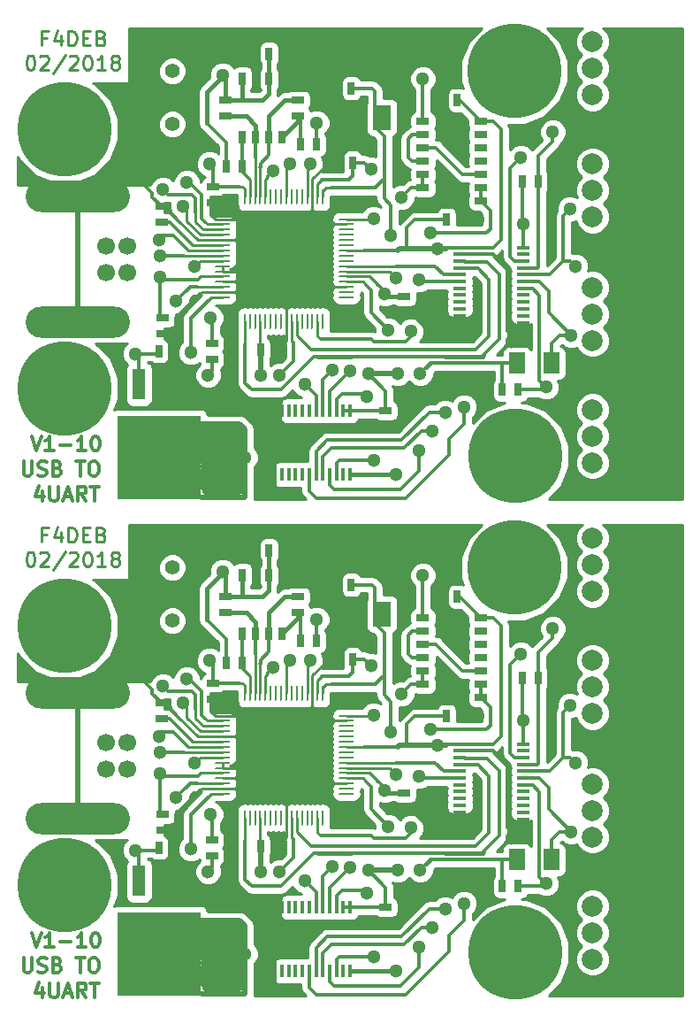
<source format=gtl>
G04 #@! TF.FileFunction,Copper,L1,Top,Signal*
%FSLAX46Y46*%
G04 Gerber Fmt 4.6, Leading zero omitted, Abs format (unit mm)*
G04 Created by KiCad (PCBNEW 4.0.7) date 02/20/18 19:55:49*
%MOMM*%
%LPD*%
G01*
G04 APERTURE LIST*
%ADD10C,0.150000*%
%ADD11C,0.250000*%
%ADD12C,0.300000*%
%ADD13R,0.635000X1.143000*%
%ADD14R,1.143000X0.635000*%
%ADD15R,1.998980X1.800860*%
%ADD16C,1.998980*%
%ADD17R,1.524000X2.032000*%
%ADD18R,1.800860X2.400300*%
%ADD19C,1.422400*%
%ADD20C,8.999220*%
%ADD21C,2.000000*%
%ADD22R,1.270000X0.406400*%
%ADD23R,0.406400X1.270000*%
%ADD24R,1.300480X2.999740*%
%ADD25R,8.001000X8.001000*%
%ADD26R,1.270000X0.635000*%
%ADD27R,0.635000X1.270000*%
%ADD28R,1.524000X0.248920*%
%ADD29O,1.524000X0.248920*%
%ADD30O,0.248920X1.524000*%
%ADD31C,1.700000*%
%ADD32O,10.000000X3.000000*%
%ADD33C,1.300000*%
%ADD34C,0.254000*%
%ADD35C,0.400000*%
%ADD36C,0.350000*%
%ADD37C,0.500000*%
G04 APERTURE END LIST*
D10*
D11*
X128564000Y-21839000D02*
X128097333Y-21839000D01*
X128097333Y-22572333D02*
X128097333Y-21172333D01*
X128764000Y-21172333D01*
X129897333Y-21639000D02*
X129897333Y-22572333D01*
X129564000Y-21105667D02*
X129230667Y-22105667D01*
X130097333Y-22105667D01*
X130630666Y-22572333D02*
X130630666Y-21172333D01*
X130964000Y-21172333D01*
X131164000Y-21239000D01*
X131297333Y-21372333D01*
X131364000Y-21505667D01*
X131430666Y-21772333D01*
X131430666Y-21972333D01*
X131364000Y-22239000D01*
X131297333Y-22372333D01*
X131164000Y-22505667D01*
X130964000Y-22572333D01*
X130630666Y-22572333D01*
X132030666Y-21839000D02*
X132497333Y-21839000D01*
X132697333Y-22572333D02*
X132030666Y-22572333D01*
X132030666Y-21172333D01*
X132697333Y-21172333D01*
X133764000Y-21839000D02*
X133964000Y-21905667D01*
X134030667Y-21972333D01*
X134097333Y-22105667D01*
X134097333Y-22305667D01*
X134030667Y-22439000D01*
X133964000Y-22505667D01*
X133830667Y-22572333D01*
X133297333Y-22572333D01*
X133297333Y-21172333D01*
X133764000Y-21172333D01*
X133897333Y-21239000D01*
X133964000Y-21305667D01*
X134030667Y-21439000D01*
X134030667Y-21572333D01*
X133964000Y-21705667D01*
X133897333Y-21772333D01*
X133764000Y-21839000D01*
X133297333Y-21839000D01*
X126930668Y-23522333D02*
X127064001Y-23522333D01*
X127197335Y-23589000D01*
X127264001Y-23655667D01*
X127330668Y-23789000D01*
X127397335Y-24055667D01*
X127397335Y-24389000D01*
X127330668Y-24655667D01*
X127264001Y-24789000D01*
X127197335Y-24855667D01*
X127064001Y-24922333D01*
X126930668Y-24922333D01*
X126797335Y-24855667D01*
X126730668Y-24789000D01*
X126664001Y-24655667D01*
X126597335Y-24389000D01*
X126597335Y-24055667D01*
X126664001Y-23789000D01*
X126730668Y-23655667D01*
X126797335Y-23589000D01*
X126930668Y-23522333D01*
X127930668Y-23655667D02*
X127997334Y-23589000D01*
X128130668Y-23522333D01*
X128464001Y-23522333D01*
X128597334Y-23589000D01*
X128664001Y-23655667D01*
X128730668Y-23789000D01*
X128730668Y-23922333D01*
X128664001Y-24122333D01*
X127864001Y-24922333D01*
X128730668Y-24922333D01*
X130330667Y-23455667D02*
X129130667Y-25255667D01*
X130730668Y-23655667D02*
X130797334Y-23589000D01*
X130930668Y-23522333D01*
X131264001Y-23522333D01*
X131397334Y-23589000D01*
X131464001Y-23655667D01*
X131530668Y-23789000D01*
X131530668Y-23922333D01*
X131464001Y-24122333D01*
X130664001Y-24922333D01*
X131530668Y-24922333D01*
X132397334Y-23522333D02*
X132530667Y-23522333D01*
X132664001Y-23589000D01*
X132730667Y-23655667D01*
X132797334Y-23789000D01*
X132864001Y-24055667D01*
X132864001Y-24389000D01*
X132797334Y-24655667D01*
X132730667Y-24789000D01*
X132664001Y-24855667D01*
X132530667Y-24922333D01*
X132397334Y-24922333D01*
X132264001Y-24855667D01*
X132197334Y-24789000D01*
X132130667Y-24655667D01*
X132064001Y-24389000D01*
X132064001Y-24055667D01*
X132130667Y-23789000D01*
X132197334Y-23655667D01*
X132264001Y-23589000D01*
X132397334Y-23522333D01*
X134197334Y-24922333D02*
X133397334Y-24922333D01*
X133797334Y-24922333D02*
X133797334Y-23522333D01*
X133664000Y-23722333D01*
X133530667Y-23855667D01*
X133397334Y-23922333D01*
X134997333Y-24122333D02*
X134864000Y-24055667D01*
X134797333Y-23989000D01*
X134730667Y-23855667D01*
X134730667Y-23789000D01*
X134797333Y-23655667D01*
X134864000Y-23589000D01*
X134997333Y-23522333D01*
X135264000Y-23522333D01*
X135397333Y-23589000D01*
X135464000Y-23655667D01*
X135530667Y-23789000D01*
X135530667Y-23855667D01*
X135464000Y-23989000D01*
X135397333Y-24055667D01*
X135264000Y-24122333D01*
X134997333Y-24122333D01*
X134864000Y-24189000D01*
X134797333Y-24255667D01*
X134730667Y-24389000D01*
X134730667Y-24655667D01*
X134797333Y-24789000D01*
X134864000Y-24855667D01*
X134997333Y-24922333D01*
X135264000Y-24922333D01*
X135397333Y-24855667D01*
X135464000Y-24789000D01*
X135530667Y-24655667D01*
X135530667Y-24389000D01*
X135464000Y-24255667D01*
X135397333Y-24189000D01*
X135264000Y-24122333D01*
D12*
X127095667Y-59952333D02*
X127562334Y-61352333D01*
X128029001Y-59952333D01*
X129229001Y-61352333D02*
X128429001Y-61352333D01*
X128829001Y-61352333D02*
X128829001Y-59952333D01*
X128695667Y-60152333D01*
X128562334Y-60285667D01*
X128429001Y-60352333D01*
X129829000Y-60819000D02*
X130895667Y-60819000D01*
X132295667Y-61352333D02*
X131495667Y-61352333D01*
X131895667Y-61352333D02*
X131895667Y-59952333D01*
X131762333Y-60152333D01*
X131629000Y-60285667D01*
X131495667Y-60352333D01*
X133162333Y-59952333D02*
X133295666Y-59952333D01*
X133429000Y-60019000D01*
X133495666Y-60085667D01*
X133562333Y-60219000D01*
X133629000Y-60485667D01*
X133629000Y-60819000D01*
X133562333Y-61085667D01*
X133495666Y-61219000D01*
X133429000Y-61285667D01*
X133295666Y-61352333D01*
X133162333Y-61352333D01*
X133029000Y-61285667D01*
X132962333Y-61219000D01*
X132895666Y-61085667D01*
X132829000Y-60819000D01*
X132829000Y-60485667D01*
X132895666Y-60219000D01*
X132962333Y-60085667D01*
X133029000Y-60019000D01*
X133162333Y-59952333D01*
X126328999Y-62352333D02*
X126328999Y-63485667D01*
X126395666Y-63619000D01*
X126462333Y-63685667D01*
X126595666Y-63752333D01*
X126862333Y-63752333D01*
X126995666Y-63685667D01*
X127062333Y-63619000D01*
X127128999Y-63485667D01*
X127128999Y-62352333D01*
X127729000Y-63685667D02*
X127929000Y-63752333D01*
X128262333Y-63752333D01*
X128395666Y-63685667D01*
X128462333Y-63619000D01*
X128529000Y-63485667D01*
X128529000Y-63352333D01*
X128462333Y-63219000D01*
X128395666Y-63152333D01*
X128262333Y-63085667D01*
X127995666Y-63019000D01*
X127862333Y-62952333D01*
X127795666Y-62885667D01*
X127729000Y-62752333D01*
X127729000Y-62619000D01*
X127795666Y-62485667D01*
X127862333Y-62419000D01*
X127995666Y-62352333D01*
X128329000Y-62352333D01*
X128529000Y-62419000D01*
X129595666Y-63019000D02*
X129795666Y-63085667D01*
X129862333Y-63152333D01*
X129928999Y-63285667D01*
X129928999Y-63485667D01*
X129862333Y-63619000D01*
X129795666Y-63685667D01*
X129662333Y-63752333D01*
X129128999Y-63752333D01*
X129128999Y-62352333D01*
X129595666Y-62352333D01*
X129728999Y-62419000D01*
X129795666Y-62485667D01*
X129862333Y-62619000D01*
X129862333Y-62752333D01*
X129795666Y-62885667D01*
X129728999Y-62952333D01*
X129595666Y-63019000D01*
X129128999Y-63019000D01*
X131395666Y-62352333D02*
X132195666Y-62352333D01*
X131795666Y-63752333D02*
X131795666Y-62352333D01*
X132929000Y-62352333D02*
X133195667Y-62352333D01*
X133329000Y-62419000D01*
X133462333Y-62552333D01*
X133529000Y-62819000D01*
X133529000Y-63285667D01*
X133462333Y-63552333D01*
X133329000Y-63685667D01*
X133195667Y-63752333D01*
X132929000Y-63752333D01*
X132795667Y-63685667D01*
X132662333Y-63552333D01*
X132595667Y-63285667D01*
X132595667Y-62819000D01*
X132662333Y-62552333D01*
X132795667Y-62419000D01*
X132929000Y-62352333D01*
X128129000Y-65219000D02*
X128129000Y-66152333D01*
X127795667Y-64685667D02*
X127462334Y-65685667D01*
X128329000Y-65685667D01*
X128862333Y-64752333D02*
X128862333Y-65885667D01*
X128929000Y-66019000D01*
X128995667Y-66085667D01*
X129129000Y-66152333D01*
X129395667Y-66152333D01*
X129529000Y-66085667D01*
X129595667Y-66019000D01*
X129662333Y-65885667D01*
X129662333Y-64752333D01*
X130262334Y-65752333D02*
X130929000Y-65752333D01*
X130129000Y-66152333D02*
X130595667Y-64752333D01*
X131062334Y-66152333D01*
X132329000Y-66152333D02*
X131862334Y-65485667D01*
X131529000Y-66152333D02*
X131529000Y-64752333D01*
X132062334Y-64752333D01*
X132195667Y-64819000D01*
X132262334Y-64885667D01*
X132329000Y-65019000D01*
X132329000Y-65219000D01*
X132262334Y-65352333D01*
X132195667Y-65419000D01*
X132062334Y-65485667D01*
X131529000Y-65485667D01*
X132729000Y-64752333D02*
X133529000Y-64752333D01*
X133129000Y-66152333D02*
X133129000Y-64752333D01*
X127095667Y-107450333D02*
X127562334Y-108850333D01*
X128029001Y-107450333D01*
X129229001Y-108850333D02*
X128429001Y-108850333D01*
X128829001Y-108850333D02*
X128829001Y-107450333D01*
X128695667Y-107650333D01*
X128562334Y-107783667D01*
X128429001Y-107850333D01*
X129829000Y-108317000D02*
X130895667Y-108317000D01*
X132295667Y-108850333D02*
X131495667Y-108850333D01*
X131895667Y-108850333D02*
X131895667Y-107450333D01*
X131762333Y-107650333D01*
X131629000Y-107783667D01*
X131495667Y-107850333D01*
X133162333Y-107450333D02*
X133295666Y-107450333D01*
X133429000Y-107517000D01*
X133495666Y-107583667D01*
X133562333Y-107717000D01*
X133629000Y-107983667D01*
X133629000Y-108317000D01*
X133562333Y-108583667D01*
X133495666Y-108717000D01*
X133429000Y-108783667D01*
X133295666Y-108850333D01*
X133162333Y-108850333D01*
X133029000Y-108783667D01*
X132962333Y-108717000D01*
X132895666Y-108583667D01*
X132829000Y-108317000D01*
X132829000Y-107983667D01*
X132895666Y-107717000D01*
X132962333Y-107583667D01*
X133029000Y-107517000D01*
X133162333Y-107450333D01*
X126328999Y-109850333D02*
X126328999Y-110983667D01*
X126395666Y-111117000D01*
X126462333Y-111183667D01*
X126595666Y-111250333D01*
X126862333Y-111250333D01*
X126995666Y-111183667D01*
X127062333Y-111117000D01*
X127128999Y-110983667D01*
X127128999Y-109850333D01*
X127729000Y-111183667D02*
X127929000Y-111250333D01*
X128262333Y-111250333D01*
X128395666Y-111183667D01*
X128462333Y-111117000D01*
X128529000Y-110983667D01*
X128529000Y-110850333D01*
X128462333Y-110717000D01*
X128395666Y-110650333D01*
X128262333Y-110583667D01*
X127995666Y-110517000D01*
X127862333Y-110450333D01*
X127795666Y-110383667D01*
X127729000Y-110250333D01*
X127729000Y-110117000D01*
X127795666Y-109983667D01*
X127862333Y-109917000D01*
X127995666Y-109850333D01*
X128329000Y-109850333D01*
X128529000Y-109917000D01*
X129595666Y-110517000D02*
X129795666Y-110583667D01*
X129862333Y-110650333D01*
X129928999Y-110783667D01*
X129928999Y-110983667D01*
X129862333Y-111117000D01*
X129795666Y-111183667D01*
X129662333Y-111250333D01*
X129128999Y-111250333D01*
X129128999Y-109850333D01*
X129595666Y-109850333D01*
X129728999Y-109917000D01*
X129795666Y-109983667D01*
X129862333Y-110117000D01*
X129862333Y-110250333D01*
X129795666Y-110383667D01*
X129728999Y-110450333D01*
X129595666Y-110517000D01*
X129128999Y-110517000D01*
X131395666Y-109850333D02*
X132195666Y-109850333D01*
X131795666Y-111250333D02*
X131795666Y-109850333D01*
X132929000Y-109850333D02*
X133195667Y-109850333D01*
X133329000Y-109917000D01*
X133462333Y-110050333D01*
X133529000Y-110317000D01*
X133529000Y-110783667D01*
X133462333Y-111050333D01*
X133329000Y-111183667D01*
X133195667Y-111250333D01*
X132929000Y-111250333D01*
X132795667Y-111183667D01*
X132662333Y-111050333D01*
X132595667Y-110783667D01*
X132595667Y-110317000D01*
X132662333Y-110050333D01*
X132795667Y-109917000D01*
X132929000Y-109850333D01*
X128129000Y-112717000D02*
X128129000Y-113650333D01*
X127795667Y-112183667D02*
X127462334Y-113183667D01*
X128329000Y-113183667D01*
X128862333Y-112250333D02*
X128862333Y-113383667D01*
X128929000Y-113517000D01*
X128995667Y-113583667D01*
X129129000Y-113650333D01*
X129395667Y-113650333D01*
X129529000Y-113583667D01*
X129595667Y-113517000D01*
X129662333Y-113383667D01*
X129662333Y-112250333D01*
X130262334Y-113250333D02*
X130929000Y-113250333D01*
X130129000Y-113650333D02*
X130595667Y-112250333D01*
X131062334Y-113650333D01*
X132329000Y-113650333D02*
X131862334Y-112983667D01*
X131529000Y-113650333D02*
X131529000Y-112250333D01*
X132062334Y-112250333D01*
X132195667Y-112317000D01*
X132262334Y-112383667D01*
X132329000Y-112517000D01*
X132329000Y-112717000D01*
X132262334Y-112850333D01*
X132195667Y-112917000D01*
X132062334Y-112983667D01*
X131529000Y-112983667D01*
X132729000Y-112250333D02*
X133529000Y-112250333D01*
X133129000Y-113650333D02*
X133129000Y-112250333D01*
D11*
X128564000Y-69337000D02*
X128097333Y-69337000D01*
X128097333Y-70070333D02*
X128097333Y-68670333D01*
X128764000Y-68670333D01*
X129897333Y-69137000D02*
X129897333Y-70070333D01*
X129564000Y-68603667D02*
X129230667Y-69603667D01*
X130097333Y-69603667D01*
X130630666Y-70070333D02*
X130630666Y-68670333D01*
X130964000Y-68670333D01*
X131164000Y-68737000D01*
X131297333Y-68870333D01*
X131364000Y-69003667D01*
X131430666Y-69270333D01*
X131430666Y-69470333D01*
X131364000Y-69737000D01*
X131297333Y-69870333D01*
X131164000Y-70003667D01*
X130964000Y-70070333D01*
X130630666Y-70070333D01*
X132030666Y-69337000D02*
X132497333Y-69337000D01*
X132697333Y-70070333D02*
X132030666Y-70070333D01*
X132030666Y-68670333D01*
X132697333Y-68670333D01*
X133764000Y-69337000D02*
X133964000Y-69403667D01*
X134030667Y-69470333D01*
X134097333Y-69603667D01*
X134097333Y-69803667D01*
X134030667Y-69937000D01*
X133964000Y-70003667D01*
X133830667Y-70070333D01*
X133297333Y-70070333D01*
X133297333Y-68670333D01*
X133764000Y-68670333D01*
X133897333Y-68737000D01*
X133964000Y-68803667D01*
X134030667Y-68937000D01*
X134030667Y-69070333D01*
X133964000Y-69203667D01*
X133897333Y-69270333D01*
X133764000Y-69337000D01*
X133297333Y-69337000D01*
X126930668Y-71020333D02*
X127064001Y-71020333D01*
X127197335Y-71087000D01*
X127264001Y-71153667D01*
X127330668Y-71287000D01*
X127397335Y-71553667D01*
X127397335Y-71887000D01*
X127330668Y-72153667D01*
X127264001Y-72287000D01*
X127197335Y-72353667D01*
X127064001Y-72420333D01*
X126930668Y-72420333D01*
X126797335Y-72353667D01*
X126730668Y-72287000D01*
X126664001Y-72153667D01*
X126597335Y-71887000D01*
X126597335Y-71553667D01*
X126664001Y-71287000D01*
X126730668Y-71153667D01*
X126797335Y-71087000D01*
X126930668Y-71020333D01*
X127930668Y-71153667D02*
X127997334Y-71087000D01*
X128130668Y-71020333D01*
X128464001Y-71020333D01*
X128597334Y-71087000D01*
X128664001Y-71153667D01*
X128730668Y-71287000D01*
X128730668Y-71420333D01*
X128664001Y-71620333D01*
X127864001Y-72420333D01*
X128730668Y-72420333D01*
X130330667Y-70953667D02*
X129130667Y-72753667D01*
X130730668Y-71153667D02*
X130797334Y-71087000D01*
X130930668Y-71020333D01*
X131264001Y-71020333D01*
X131397334Y-71087000D01*
X131464001Y-71153667D01*
X131530668Y-71287000D01*
X131530668Y-71420333D01*
X131464001Y-71620333D01*
X130664001Y-72420333D01*
X131530668Y-72420333D01*
X132397334Y-71020333D02*
X132530667Y-71020333D01*
X132664001Y-71087000D01*
X132730667Y-71153667D01*
X132797334Y-71287000D01*
X132864001Y-71553667D01*
X132864001Y-71887000D01*
X132797334Y-72153667D01*
X132730667Y-72287000D01*
X132664001Y-72353667D01*
X132530667Y-72420333D01*
X132397334Y-72420333D01*
X132264001Y-72353667D01*
X132197334Y-72287000D01*
X132130667Y-72153667D01*
X132064001Y-71887000D01*
X132064001Y-71553667D01*
X132130667Y-71287000D01*
X132197334Y-71153667D01*
X132264001Y-71087000D01*
X132397334Y-71020333D01*
X134197334Y-72420333D02*
X133397334Y-72420333D01*
X133797334Y-72420333D02*
X133797334Y-71020333D01*
X133664000Y-71220333D01*
X133530667Y-71353667D01*
X133397334Y-71420333D01*
X134997333Y-71620333D02*
X134864000Y-71553667D01*
X134797333Y-71487000D01*
X134730667Y-71353667D01*
X134730667Y-71287000D01*
X134797333Y-71153667D01*
X134864000Y-71087000D01*
X134997333Y-71020333D01*
X135264000Y-71020333D01*
X135397333Y-71087000D01*
X135464000Y-71153667D01*
X135530667Y-71287000D01*
X135530667Y-71353667D01*
X135464000Y-71487000D01*
X135397333Y-71553667D01*
X135264000Y-71620333D01*
X134997333Y-71620333D01*
X134864000Y-71687000D01*
X134797333Y-71753667D01*
X134730667Y-71887000D01*
X134730667Y-72153667D01*
X134797333Y-72287000D01*
X134864000Y-72353667D01*
X134997333Y-72420333D01*
X135264000Y-72420333D01*
X135397333Y-72353667D01*
X135464000Y-72287000D01*
X135530667Y-72153667D01*
X135530667Y-71887000D01*
X135464000Y-71753667D01*
X135397333Y-71687000D01*
X135264000Y-71620333D01*
D13*
X157734000Y-26670000D03*
X156210000Y-26670000D03*
D14*
X139700000Y-48641000D03*
X139700000Y-50165000D03*
D13*
X149098000Y-51689000D03*
X150622000Y-51689000D03*
D14*
X161036000Y-57531000D03*
X161036000Y-59055000D03*
D13*
X166878000Y-39243000D03*
X168402000Y-39243000D03*
X157861000Y-33782000D03*
X156337000Y-33782000D03*
X167894000Y-27813000D03*
X166370000Y-27813000D03*
D14*
X144526000Y-36068000D03*
X144526000Y-37592000D03*
D13*
X139319000Y-51816000D03*
X140843000Y-51816000D03*
X149860000Y-23368000D03*
X151384000Y-23368000D03*
D14*
X162814000Y-46609000D03*
X162814000Y-48133000D03*
D15*
X180848000Y-29845000D03*
D16*
X180848000Y-27305000D03*
X180848000Y-24765000D03*
X180848000Y-22225000D03*
D15*
X180848000Y-41529000D03*
D16*
X180848000Y-38989000D03*
X180848000Y-36449000D03*
X180848000Y-33909000D03*
D15*
X180848000Y-53340000D03*
D16*
X180848000Y-50800000D03*
X180848000Y-48260000D03*
X180848000Y-45720000D03*
D15*
X180848000Y-65024000D03*
D16*
X180848000Y-62484000D03*
X180848000Y-59944000D03*
X180848000Y-57404000D03*
D17*
X176911000Y-52959000D03*
X173609000Y-52959000D03*
D13*
X173736000Y-55499000D03*
X172212000Y-55499000D03*
X175641000Y-35560000D03*
X174117000Y-35560000D03*
D18*
X160672780Y-29464000D03*
X156573220Y-29464000D03*
D19*
X140589000Y-30099000D03*
X140589000Y-25019000D03*
D20*
X130302000Y-55372000D03*
D21*
X130302000Y-55372000D03*
D20*
X130302000Y-30607000D03*
D21*
X130302000Y-30607000D03*
D20*
X173355000Y-25019000D03*
D21*
X173355000Y-25019000D03*
D20*
X173482000Y-61849000D03*
D21*
X173482000Y-61849000D03*
D22*
X168148000Y-41910000D03*
X168148000Y-42545000D03*
X168148000Y-43205400D03*
X168148000Y-43865800D03*
X168148000Y-44500800D03*
X168148000Y-45161200D03*
X168148000Y-45821600D03*
X168148000Y-46456600D03*
X168148000Y-47117000D03*
X168148000Y-47752000D03*
X168148000Y-48412400D03*
X168148000Y-49072800D03*
X174244000Y-49098200D03*
X174244000Y-48412400D03*
X174244000Y-47752000D03*
X174244000Y-47117000D03*
X174244000Y-46456600D03*
X174244000Y-45821600D03*
X174244000Y-45161200D03*
X174244000Y-44500800D03*
X174244000Y-43865800D03*
X174244000Y-43205400D03*
X174244000Y-42545000D03*
X174244000Y-41910000D03*
D23*
X157607000Y-57531000D03*
X156972000Y-57531000D03*
X156311600Y-57531000D03*
X155651200Y-57531000D03*
X155016200Y-57531000D03*
X154355800Y-57531000D03*
X153695400Y-57531000D03*
X153060400Y-57531000D03*
X152400000Y-57531000D03*
X151765000Y-57531000D03*
X151104600Y-57531000D03*
X150444200Y-57531000D03*
X150418800Y-63627000D03*
X151104600Y-63627000D03*
X151765000Y-63627000D03*
X152400000Y-63627000D03*
X153060400Y-63627000D03*
X153695400Y-63627000D03*
X154355800Y-63627000D03*
X155016200Y-63627000D03*
X155651200Y-63627000D03*
X156311600Y-63627000D03*
X156972000Y-63627000D03*
X157607000Y-63627000D03*
D24*
X141224000Y-54991000D03*
X137414000Y-54991000D03*
D25*
X139319000Y-61976000D03*
D14*
X139573000Y-37973000D03*
X139573000Y-39497000D03*
X144399000Y-51054000D03*
X144399000Y-52578000D03*
X152654000Y-27813000D03*
X152654000Y-29337000D03*
D13*
X154432000Y-32004000D03*
X152908000Y-32004000D03*
X145796000Y-34163000D03*
X147320000Y-34163000D03*
D14*
X145669000Y-27813000D03*
X145669000Y-29337000D03*
D26*
X164592000Y-29845000D03*
X164592000Y-31115000D03*
X164592000Y-32385000D03*
X164592000Y-33655000D03*
X164592000Y-34925000D03*
X164592000Y-36195000D03*
X164592000Y-37465000D03*
X170180000Y-37465000D03*
X170180000Y-36195000D03*
X170180000Y-34925000D03*
X170180000Y-33655000D03*
X170180000Y-32385000D03*
X170180000Y-31115000D03*
X170180000Y-29845000D03*
D27*
X147320000Y-31369000D03*
X148590000Y-31369000D03*
X149860000Y-31369000D03*
X151130000Y-31369000D03*
X151130000Y-25781000D03*
X149860000Y-25781000D03*
X148590000Y-25781000D03*
X147320000Y-25781000D03*
D28*
X145387060Y-39176960D03*
D29*
X145387060Y-39677340D03*
X145387060Y-40177720D03*
X145387060Y-40678100D03*
X145387060Y-41178480D03*
X145387060Y-41676320D03*
X145387060Y-42176700D03*
X145387060Y-42677080D03*
X145387060Y-43177460D03*
X145387060Y-43677840D03*
X145387060Y-44178220D03*
X145387060Y-44676060D03*
X145387060Y-45176440D03*
X145387060Y-45676820D03*
X145387060Y-46177200D03*
X145387060Y-46677580D03*
D30*
X147507960Y-48958500D03*
X148008340Y-48958500D03*
X148508720Y-48958500D03*
X149009100Y-48958500D03*
X149509480Y-48958500D03*
X150007320Y-48958500D03*
X150507700Y-48958500D03*
X151008080Y-48958500D03*
X151508460Y-48958500D03*
X152008840Y-48958500D03*
X152509220Y-48958500D03*
X153007060Y-48958500D03*
X153507440Y-48958500D03*
X154007820Y-48958500D03*
X154508200Y-48958500D03*
X155008580Y-48958500D03*
D29*
X157289500Y-46677580D03*
X157289500Y-46177200D03*
X157289500Y-45676820D03*
X157289500Y-45176440D03*
X157289500Y-44676060D03*
X157289500Y-44178220D03*
X157289500Y-43677840D03*
X157289500Y-43177460D03*
X157289500Y-42677080D03*
X157289500Y-42176700D03*
X157289500Y-41676320D03*
X157289500Y-41178480D03*
X157289500Y-40678100D03*
X157289500Y-40177720D03*
X157289500Y-39677340D03*
X157289500Y-39176960D03*
D30*
X155008580Y-37056060D03*
X154508200Y-37056060D03*
X153507440Y-37056060D03*
X154007820Y-37038280D03*
X153007060Y-37056060D03*
X152509220Y-37056060D03*
X152008840Y-37056060D03*
X151508460Y-37056060D03*
X151008080Y-37056060D03*
X150507700Y-37056060D03*
X150014940Y-37056060D03*
X149514560Y-37056060D03*
X149014180Y-37056060D03*
X148513800Y-37056060D03*
X148015960Y-37056060D03*
X147515580Y-37056060D03*
D31*
X136271000Y-44323000D03*
X136271000Y-41783000D03*
X134272020Y-41783000D03*
X134272020Y-44323000D03*
D32*
X131572000Y-49052480D03*
X131572000Y-37053520D03*
D31*
X136271000Y-91821000D03*
X136271000Y-89281000D03*
X134272020Y-89281000D03*
X134272020Y-91821000D03*
D32*
X131572000Y-96550480D03*
X131572000Y-84551520D03*
D28*
X145387060Y-86674960D03*
D29*
X145387060Y-87175340D03*
X145387060Y-87675720D03*
X145387060Y-88176100D03*
X145387060Y-88676480D03*
X145387060Y-89174320D03*
X145387060Y-89674700D03*
X145387060Y-90175080D03*
X145387060Y-90675460D03*
X145387060Y-91175840D03*
X145387060Y-91676220D03*
X145387060Y-92174060D03*
X145387060Y-92674440D03*
X145387060Y-93174820D03*
X145387060Y-93675200D03*
X145387060Y-94175580D03*
D30*
X147507960Y-96456500D03*
X148008340Y-96456500D03*
X148508720Y-96456500D03*
X149009100Y-96456500D03*
X149509480Y-96456500D03*
X150007320Y-96456500D03*
X150507700Y-96456500D03*
X151008080Y-96456500D03*
X151508460Y-96456500D03*
X152008840Y-96456500D03*
X152509220Y-96456500D03*
X153007060Y-96456500D03*
X153507440Y-96456500D03*
X154007820Y-96456500D03*
X154508200Y-96456500D03*
X155008580Y-96456500D03*
D29*
X157289500Y-94175580D03*
X157289500Y-93675200D03*
X157289500Y-93174820D03*
X157289500Y-92674440D03*
X157289500Y-92174060D03*
X157289500Y-91676220D03*
X157289500Y-91175840D03*
X157289500Y-90675460D03*
X157289500Y-90175080D03*
X157289500Y-89674700D03*
X157289500Y-89174320D03*
X157289500Y-88676480D03*
X157289500Y-88176100D03*
X157289500Y-87675720D03*
X157289500Y-87175340D03*
X157289500Y-86674960D03*
D30*
X155008580Y-84554060D03*
X154508200Y-84554060D03*
X153507440Y-84554060D03*
X154007820Y-84536280D03*
X153007060Y-84554060D03*
X152509220Y-84554060D03*
X152008840Y-84554060D03*
X151508460Y-84554060D03*
X151008080Y-84554060D03*
X150507700Y-84554060D03*
X150014940Y-84554060D03*
X149514560Y-84554060D03*
X149014180Y-84554060D03*
X148513800Y-84554060D03*
X148015960Y-84554060D03*
X147515580Y-84554060D03*
D27*
X147320000Y-78867000D03*
X148590000Y-78867000D03*
X149860000Y-78867000D03*
X151130000Y-78867000D03*
X151130000Y-73279000D03*
X149860000Y-73279000D03*
X148590000Y-73279000D03*
X147320000Y-73279000D03*
D26*
X164592000Y-77343000D03*
X164592000Y-78613000D03*
X164592000Y-79883000D03*
X164592000Y-81153000D03*
X164592000Y-82423000D03*
X164592000Y-83693000D03*
X164592000Y-84963000D03*
X170180000Y-84963000D03*
X170180000Y-83693000D03*
X170180000Y-82423000D03*
X170180000Y-81153000D03*
X170180000Y-79883000D03*
X170180000Y-78613000D03*
X170180000Y-77343000D03*
D14*
X145669000Y-75311000D03*
X145669000Y-76835000D03*
D13*
X145796000Y-81661000D03*
X147320000Y-81661000D03*
X154432000Y-79502000D03*
X152908000Y-79502000D03*
D14*
X152654000Y-75311000D03*
X152654000Y-76835000D03*
X144399000Y-98552000D03*
X144399000Y-100076000D03*
X139573000Y-85471000D03*
X139573000Y-86995000D03*
D24*
X141224000Y-102489000D03*
X137414000Y-102489000D03*
D25*
X139319000Y-109474000D03*
D23*
X157607000Y-105029000D03*
X156972000Y-105029000D03*
X156311600Y-105029000D03*
X155651200Y-105029000D03*
X155016200Y-105029000D03*
X154355800Y-105029000D03*
X153695400Y-105029000D03*
X153060400Y-105029000D03*
X152400000Y-105029000D03*
X151765000Y-105029000D03*
X151104600Y-105029000D03*
X150444200Y-105029000D03*
X150418800Y-111125000D03*
X151104600Y-111125000D03*
X151765000Y-111125000D03*
X152400000Y-111125000D03*
X153060400Y-111125000D03*
X153695400Y-111125000D03*
X154355800Y-111125000D03*
X155016200Y-111125000D03*
X155651200Y-111125000D03*
X156311600Y-111125000D03*
X156972000Y-111125000D03*
X157607000Y-111125000D03*
D22*
X168148000Y-89408000D03*
X168148000Y-90043000D03*
X168148000Y-90703400D03*
X168148000Y-91363800D03*
X168148000Y-91998800D03*
X168148000Y-92659200D03*
X168148000Y-93319600D03*
X168148000Y-93954600D03*
X168148000Y-94615000D03*
X168148000Y-95250000D03*
X168148000Y-95910400D03*
X168148000Y-96570800D03*
X174244000Y-96596200D03*
X174244000Y-95910400D03*
X174244000Y-95250000D03*
X174244000Y-94615000D03*
X174244000Y-93954600D03*
X174244000Y-93319600D03*
X174244000Y-92659200D03*
X174244000Y-91998800D03*
X174244000Y-91363800D03*
X174244000Y-90703400D03*
X174244000Y-90043000D03*
X174244000Y-89408000D03*
D20*
X173482000Y-109347000D03*
D21*
X173482000Y-109347000D03*
D20*
X173355000Y-72517000D03*
D21*
X173355000Y-72517000D03*
D20*
X130302000Y-78105000D03*
D21*
X130302000Y-78105000D03*
D20*
X130302000Y-102870000D03*
D21*
X130302000Y-102870000D03*
D19*
X140589000Y-77597000D03*
X140589000Y-72517000D03*
D18*
X160672780Y-76962000D03*
X156573220Y-76962000D03*
D13*
X175641000Y-83058000D03*
X174117000Y-83058000D03*
X173736000Y-102997000D03*
X172212000Y-102997000D03*
D17*
X176911000Y-100457000D03*
X173609000Y-100457000D03*
D15*
X180848000Y-112522000D03*
D16*
X180848000Y-109982000D03*
X180848000Y-107442000D03*
X180848000Y-104902000D03*
D15*
X180848000Y-100838000D03*
D16*
X180848000Y-98298000D03*
X180848000Y-95758000D03*
X180848000Y-93218000D03*
D15*
X180848000Y-89027000D03*
D16*
X180848000Y-86487000D03*
X180848000Y-83947000D03*
X180848000Y-81407000D03*
D15*
X180848000Y-77343000D03*
D16*
X180848000Y-74803000D03*
X180848000Y-72263000D03*
X180848000Y-69723000D03*
D14*
X162814000Y-94107000D03*
X162814000Y-95631000D03*
D13*
X149860000Y-70866000D03*
X151384000Y-70866000D03*
X139319000Y-99314000D03*
X140843000Y-99314000D03*
D14*
X144526000Y-83566000D03*
X144526000Y-85090000D03*
D13*
X167894000Y-75311000D03*
X166370000Y-75311000D03*
X157861000Y-81280000D03*
X156337000Y-81280000D03*
X166878000Y-86741000D03*
X168402000Y-86741000D03*
D14*
X161036000Y-105029000D03*
X161036000Y-106553000D03*
D13*
X149098000Y-99187000D03*
X150622000Y-99187000D03*
D14*
X139700000Y-96139000D03*
X139700000Y-97663000D03*
D13*
X157734000Y-74168000D03*
X156210000Y-74168000D03*
D33*
X161544000Y-40767000D03*
X160909000Y-46355000D03*
X144145000Y-33909000D03*
X139446000Y-44704000D03*
X139446000Y-92202000D03*
X144145000Y-81407000D03*
X160909000Y-93853000D03*
X161544000Y-88265000D03*
X149098000Y-54102000D03*
X159639000Y-34417000D03*
X154432000Y-29972000D03*
X151892000Y-33909000D03*
X145415000Y-25400000D03*
X144018000Y-54102000D03*
X162179000Y-53975000D03*
X147574000Y-61976000D03*
X159385000Y-53975000D03*
X163449000Y-49911000D03*
X165989000Y-42037000D03*
X165989000Y-89535000D03*
X163449000Y-97409000D03*
X159385000Y-101473000D03*
X147574000Y-109474000D03*
X162179000Y-101473000D03*
X144018000Y-101600000D03*
X145415000Y-72898000D03*
X151892000Y-81407000D03*
X154432000Y-77470000D03*
X159639000Y-81915000D03*
X149098000Y-101600000D03*
X137033000Y-52070000D03*
X162052000Y-63627000D03*
X174244000Y-39624000D03*
X164338000Y-53975000D03*
X164338000Y-101473000D03*
X174244000Y-87122000D03*
X162052000Y-111125000D03*
X137033000Y-99568000D03*
X162560000Y-37084000D03*
X150241000Y-34544000D03*
X150241000Y-82042000D03*
X162560000Y-84582000D03*
X177038000Y-30861000D03*
X177038000Y-78359000D03*
X178689000Y-38227000D03*
X179197000Y-43688000D03*
X179197000Y-91186000D03*
X178689000Y-85725000D03*
X178816000Y-50292000D03*
X178816000Y-97790000D03*
X153797000Y-33909000D03*
X164211000Y-44958000D03*
X164211000Y-92456000D03*
X153797000Y-81407000D03*
X176403000Y-55245000D03*
X176403000Y-102743000D03*
X161290000Y-49784000D03*
X159893000Y-62230000D03*
X165354000Y-40513000D03*
X165354000Y-88011000D03*
X159893000Y-109728000D03*
X161290000Y-97282000D03*
X159258000Y-56134000D03*
X142367000Y-51943000D03*
X142367000Y-99441000D03*
X159258000Y-103632000D03*
X164211000Y-61341000D03*
X164211000Y-108839000D03*
X157607000Y-53721000D03*
X150876000Y-54102000D03*
X150876000Y-101600000D03*
X157607000Y-101219000D03*
X165481000Y-59436000D03*
X165481000Y-106934000D03*
X162052000Y-44831000D03*
X155956000Y-53594000D03*
X155956000Y-101092000D03*
X162052000Y-92329000D03*
X166751000Y-57658000D03*
X166751000Y-105156000D03*
X159893000Y-39116000D03*
X153289000Y-54991000D03*
X153289000Y-102489000D03*
X159893000Y-86614000D03*
X168529000Y-57150000D03*
X168529000Y-104648000D03*
X161036000Y-23622000D03*
X169926000Y-39243000D03*
X150495000Y-65405000D03*
X137033000Y-34671000D03*
X165608000Y-50292000D03*
X157353000Y-48133000D03*
X144780000Y-57023000D03*
X173101000Y-50927000D03*
X173101000Y-98425000D03*
X144780000Y-104521000D03*
X157353000Y-95631000D03*
X165608000Y-97790000D03*
X137033000Y-82169000D03*
X150495000Y-112903000D03*
X169926000Y-86741000D03*
X161036000Y-71120000D03*
X139319000Y-41148000D03*
X139319000Y-88646000D03*
X139446000Y-42672000D03*
X139446000Y-90170000D03*
X140970000Y-46990000D03*
X144272000Y-48641000D03*
X144272000Y-96139000D03*
X140970000Y-94488000D03*
X164592000Y-25781000D03*
X173990000Y-33274000D03*
X173990000Y-80772000D03*
X164592000Y-73279000D03*
X141605000Y-37973000D03*
X141605000Y-85471000D03*
X142748000Y-43688000D03*
X142748000Y-91186000D03*
X141986000Y-35687000D03*
X141986000Y-83185000D03*
X139700000Y-36322000D03*
X139700000Y-83820000D03*
D34*
X159484060Y-44676060D02*
X160274000Y-45466000D01*
X157289500Y-44676060D02*
X159484060Y-44676060D01*
X147320000Y-36068000D02*
X147066000Y-36068000D01*
X147515580Y-36263580D02*
X147320000Y-36068000D01*
X147515580Y-37056060D02*
X147515580Y-36263580D01*
X159639000Y-44831000D02*
X159484060Y-44676060D01*
X160909000Y-46101000D02*
X159639000Y-44831000D01*
D35*
X161417000Y-46609000D02*
X160909000Y-46101000D01*
X162814000Y-46609000D02*
X161417000Y-46609000D01*
D34*
X155008580Y-36507420D02*
X155321000Y-36195000D01*
X155321000Y-36195000D02*
X155829000Y-36195000D01*
X160020000Y-36195000D02*
X160909000Y-35306000D01*
X155008580Y-37056060D02*
X155008580Y-36507420D01*
D36*
X160909000Y-34925000D02*
X160909000Y-31242000D01*
X160909000Y-35306000D02*
X160909000Y-34925000D01*
X160020000Y-36195000D02*
X160909000Y-35306000D01*
X155829000Y-36195000D02*
X160020000Y-36195000D01*
X160909000Y-37211000D02*
X161544000Y-37846000D01*
X161544000Y-37846000D02*
X161544000Y-40767000D01*
X160909000Y-46355000D02*
X161163000Y-46609000D01*
X161163000Y-46609000D02*
X162814000Y-46609000D01*
X160909000Y-34925000D02*
X160909000Y-37211000D01*
D34*
X145387060Y-44676060D02*
X143891000Y-44676060D01*
D36*
X160909000Y-46101000D02*
X159639000Y-44831000D01*
X160909000Y-46355000D02*
X160909000Y-46101000D01*
X147066000Y-36068000D02*
X144526000Y-36068000D01*
X144526000Y-36068000D02*
X144526000Y-34290000D01*
X144526000Y-34290000D02*
X144145000Y-33909000D01*
X159766000Y-26670000D02*
X160020000Y-26924000D01*
X160020000Y-26924000D02*
X160020000Y-29464000D01*
X157734000Y-26670000D02*
X159766000Y-26670000D01*
X160020000Y-30353000D02*
X160909000Y-31242000D01*
X160020000Y-29464000D02*
X160020000Y-30353000D01*
X139446000Y-48387000D02*
X139700000Y-48641000D01*
X139446000Y-44704000D02*
X139446000Y-48387000D01*
X139700000Y-44958000D02*
X139446000Y-44704000D01*
D34*
X143891000Y-44676060D02*
X143283940Y-44676060D01*
X143283940Y-44676060D02*
X143002000Y-44958000D01*
D36*
X143002000Y-44958000D02*
X139700000Y-44958000D01*
X143002000Y-92456000D02*
X139700000Y-92456000D01*
D34*
X143283940Y-92174060D02*
X143002000Y-92456000D01*
X143891000Y-92174060D02*
X143283940Y-92174060D01*
D36*
X139700000Y-92456000D02*
X139446000Y-92202000D01*
X139446000Y-92202000D02*
X139446000Y-95885000D01*
X139446000Y-95885000D02*
X139700000Y-96139000D01*
X160020000Y-76962000D02*
X160020000Y-77851000D01*
X160020000Y-77851000D02*
X160909000Y-78740000D01*
X157734000Y-74168000D02*
X159766000Y-74168000D01*
X160020000Y-74422000D02*
X160020000Y-76962000D01*
X159766000Y-74168000D02*
X160020000Y-74422000D01*
X144526000Y-81788000D02*
X144145000Y-81407000D01*
X144526000Y-83566000D02*
X144526000Y-81788000D01*
X147066000Y-83566000D02*
X144526000Y-83566000D01*
X160909000Y-93853000D02*
X160909000Y-93599000D01*
X160909000Y-93599000D02*
X159639000Y-92329000D01*
D34*
X145387060Y-92174060D02*
X143891000Y-92174060D01*
D36*
X160909000Y-82423000D02*
X160909000Y-84709000D01*
X161163000Y-94107000D02*
X162814000Y-94107000D01*
X160909000Y-93853000D02*
X161163000Y-94107000D01*
X161544000Y-85344000D02*
X161544000Y-88265000D01*
X160909000Y-84709000D02*
X161544000Y-85344000D01*
X155829000Y-83693000D02*
X160020000Y-83693000D01*
X160020000Y-83693000D02*
X160909000Y-82804000D01*
X160909000Y-82804000D02*
X160909000Y-82423000D01*
X160909000Y-82423000D02*
X160909000Y-78740000D01*
D34*
X155008580Y-84554060D02*
X155008580Y-84005420D01*
X160020000Y-83693000D02*
X160909000Y-82804000D01*
X155321000Y-83693000D02*
X155829000Y-83693000D01*
X155008580Y-84005420D02*
X155321000Y-83693000D01*
D35*
X162814000Y-94107000D02*
X161417000Y-94107000D01*
X161417000Y-94107000D02*
X160909000Y-93599000D01*
D34*
X160909000Y-93599000D02*
X159639000Y-92329000D01*
X159639000Y-92329000D02*
X159484060Y-92174060D01*
X147515580Y-84554060D02*
X147515580Y-83761580D01*
X147515580Y-83761580D02*
X147320000Y-83566000D01*
X147320000Y-83566000D02*
X147066000Y-83566000D01*
X157289500Y-92174060D02*
X159484060Y-92174060D01*
X159484060Y-92174060D02*
X160274000Y-92964000D01*
D35*
X149860000Y-23368000D02*
X149860000Y-25781000D01*
X149860000Y-27178000D02*
X149225000Y-27813000D01*
X147320000Y-27813000D02*
X145669000Y-27813000D01*
X149225000Y-27813000D02*
X147320000Y-27813000D01*
X149860000Y-25781000D02*
X149860000Y-27178000D01*
X147320000Y-25781000D02*
X147320000Y-27813000D01*
X145415000Y-25527000D02*
X145669000Y-25781000D01*
X145669000Y-25781000D02*
X145669000Y-27813000D01*
X143891000Y-29972000D02*
X143891000Y-27051000D01*
X143891000Y-27051000D02*
X145415000Y-25527000D01*
D36*
X156972000Y-57531000D02*
X157607000Y-57531000D01*
D34*
X149009100Y-51600100D02*
X149098000Y-51689000D01*
X149009100Y-48958500D02*
X149009100Y-51600100D01*
D36*
X159385000Y-53975000D02*
X161036000Y-55626000D01*
X161036000Y-55626000D02*
X161036000Y-57531000D01*
D34*
X159004000Y-42176700D02*
X157289500Y-42176700D01*
X162166300Y-42176700D02*
X162179000Y-42164000D01*
D36*
X162369500Y-41973500D02*
X162179000Y-42164000D01*
X163830000Y-41973500D02*
X162369500Y-41973500D01*
X166878000Y-41973500D02*
X163830000Y-41973500D01*
D34*
X157861000Y-35052000D02*
X157480000Y-35433000D01*
X157480000Y-35433000D02*
X154940000Y-35433000D01*
X154940000Y-35433000D02*
X154508200Y-35864800D01*
X154508200Y-35864800D02*
X154508200Y-37056060D01*
D36*
X157480000Y-35433000D02*
X154940000Y-35433000D01*
X157861000Y-35052000D02*
X157480000Y-35433000D01*
X157861000Y-33782000D02*
X157861000Y-35052000D01*
X159639000Y-34417000D02*
X159004000Y-33782000D01*
X159004000Y-33782000D02*
X157861000Y-33782000D01*
X154432000Y-32004000D02*
X154432000Y-29972000D01*
D34*
X151508460Y-37056060D02*
X151508460Y-34292540D01*
X151508460Y-34292540D02*
X151892000Y-33909000D01*
D36*
X145415000Y-25400000D02*
X145415000Y-25527000D01*
X144018000Y-54102000D02*
X144399000Y-53721000D01*
X144399000Y-53721000D02*
X144399000Y-52578000D01*
X166941500Y-41910000D02*
X166878000Y-41973500D01*
X168148000Y-41910000D02*
X166941500Y-41910000D01*
X145796000Y-31877000D02*
X143891000Y-29972000D01*
X145796000Y-34163000D02*
X145796000Y-31877000D01*
X168148000Y-27813000D02*
X170180000Y-29845000D01*
X167894000Y-27813000D02*
X168148000Y-27813000D01*
X171323000Y-29845000D02*
X172085000Y-30607000D01*
X172085000Y-30607000D02*
X172085000Y-41148000D01*
X172085000Y-41148000D02*
X171323000Y-41910000D01*
X171323000Y-41910000D02*
X168148000Y-41910000D01*
X170180000Y-29845000D02*
X171323000Y-29845000D01*
X162166300Y-42176700D02*
X162179000Y-42164000D01*
X159004000Y-42176700D02*
X162166300Y-42176700D01*
D37*
X147574000Y-61976000D02*
X139319000Y-61976000D01*
X162179000Y-53975000D02*
X159385000Y-53975000D01*
D36*
X161036000Y-57531000D02*
X157607000Y-57531000D01*
D37*
X149098000Y-54102000D02*
X149098000Y-51689000D01*
X162369500Y-41973500D02*
X162166300Y-42176700D01*
X163068000Y-41973500D02*
X162369500Y-41973500D01*
X166878000Y-41973500D02*
X163068000Y-41973500D01*
X147447000Y-61976000D02*
X146939000Y-61468000D01*
X146939000Y-61468000D02*
X143510000Y-61468000D01*
X147574000Y-61976000D02*
X147447000Y-61976000D01*
X147574000Y-61595000D02*
X146939000Y-60960000D01*
X146939000Y-60960000D02*
X143383000Y-60960000D01*
X147574000Y-61976000D02*
X147574000Y-61595000D01*
X147574000Y-61214000D02*
X146939000Y-60579000D01*
X146939000Y-60579000D02*
X143383000Y-60579000D01*
X147574000Y-61976000D02*
X147574000Y-61214000D01*
X147574000Y-60452000D02*
X147320000Y-60198000D01*
X147320000Y-60198000D02*
X143383000Y-60198000D01*
X147574000Y-61976000D02*
X147574000Y-60452000D01*
X147574000Y-59944000D02*
X147447000Y-59817000D01*
X147447000Y-59817000D02*
X143510000Y-59817000D01*
X147574000Y-61976000D02*
X147574000Y-59944000D01*
X147574000Y-59690000D02*
X147447000Y-59563000D01*
X147447000Y-59563000D02*
X143510000Y-59563000D01*
X147574000Y-61976000D02*
X147574000Y-59690000D01*
X147574000Y-59436000D02*
X147320000Y-59182000D01*
X147320000Y-59182000D02*
X143383000Y-59182000D01*
X147574000Y-61976000D02*
X147574000Y-59436000D01*
X147574000Y-59309000D02*
X147066000Y-58801000D01*
X147066000Y-58801000D02*
X143383000Y-58801000D01*
X143383000Y-58801000D02*
X143510000Y-58928000D01*
X147574000Y-61976000D02*
X147574000Y-59309000D01*
X147574000Y-62103000D02*
X147320000Y-62357000D01*
X147320000Y-62357000D02*
X143383000Y-62357000D01*
X147574000Y-61976000D02*
X147574000Y-62103000D01*
X147574000Y-62357000D02*
X147066000Y-62865000D01*
X147066000Y-62865000D02*
X143510000Y-62865000D01*
X147574000Y-61976000D02*
X147574000Y-62357000D01*
X147574000Y-62992000D02*
X147320000Y-63246000D01*
X147320000Y-63246000D02*
X143510000Y-63246000D01*
X147574000Y-61976000D02*
X147574000Y-62992000D01*
X147574000Y-63500000D02*
X147447000Y-63627000D01*
X147447000Y-63627000D02*
X143510000Y-63627000D01*
X147574000Y-61976000D02*
X147574000Y-63500000D01*
X147574000Y-63881000D02*
X147447000Y-64008000D01*
X147447000Y-64008000D02*
X143383000Y-64008000D01*
X147574000Y-62865000D02*
X147574000Y-63881000D01*
X147574000Y-61976000D02*
X147574000Y-62865000D01*
X147574000Y-64262000D02*
X147447000Y-64389000D01*
X147447000Y-64389000D02*
X143383000Y-64389000D01*
X147574000Y-62865000D02*
X147574000Y-64262000D01*
X147574000Y-64516000D02*
X147320000Y-64770000D01*
X147320000Y-64770000D02*
X143637000Y-64770000D01*
X143637000Y-64770000D02*
X143510000Y-64897000D01*
X147574000Y-61976000D02*
X147574000Y-64516000D01*
X143383000Y-61849000D02*
X143383000Y-61214000D01*
X147574000Y-64770000D02*
X147066000Y-65278000D01*
X147066000Y-65278000D02*
X143764000Y-65278000D01*
X143764000Y-65278000D02*
X143764000Y-65024000D01*
X147574000Y-61976000D02*
X147574000Y-64770000D01*
X147574000Y-65786000D02*
X143383000Y-65786000D01*
X147574000Y-61976000D02*
X147574000Y-65786000D01*
X146939000Y-61976000D02*
X146812000Y-61849000D01*
X146812000Y-61849000D02*
X143383000Y-61849000D01*
X147574000Y-61976000D02*
X146939000Y-61976000D01*
D36*
X159639000Y-50673000D02*
X159893000Y-50927000D01*
X159893000Y-50927000D02*
X162941000Y-50927000D01*
X162941000Y-50927000D02*
X163449000Y-50419000D01*
X163449000Y-50419000D02*
X163449000Y-49911000D01*
D34*
X154508200Y-48958500D02*
X154508200Y-50368200D01*
X154508200Y-50368200D02*
X154813000Y-50673000D01*
D36*
X154813000Y-50673000D02*
X159639000Y-50673000D01*
X163830000Y-39243000D02*
X163068000Y-40005000D01*
X163068000Y-40005000D02*
X163068000Y-41973500D01*
X166878000Y-39243000D02*
X163830000Y-39243000D01*
X166878000Y-41973500D02*
X166052500Y-41973500D01*
X166052500Y-41973500D02*
X165989000Y-42037000D01*
X166052500Y-89471500D02*
X165989000Y-89535000D01*
X166878000Y-89471500D02*
X166052500Y-89471500D01*
X166878000Y-86741000D02*
X163830000Y-86741000D01*
X163068000Y-87503000D02*
X163068000Y-89471500D01*
X163830000Y-86741000D02*
X163068000Y-87503000D01*
X154813000Y-98171000D02*
X159639000Y-98171000D01*
D34*
X154508200Y-97866200D02*
X154813000Y-98171000D01*
X154508200Y-96456500D02*
X154508200Y-97866200D01*
D36*
X163449000Y-97917000D02*
X163449000Y-97409000D01*
X162941000Y-98425000D02*
X163449000Y-97917000D01*
X159893000Y-98425000D02*
X162941000Y-98425000D01*
X159639000Y-98171000D02*
X159893000Y-98425000D01*
D37*
X147574000Y-109474000D02*
X146939000Y-109474000D01*
X146812000Y-109347000D02*
X143383000Y-109347000D01*
X146939000Y-109474000D02*
X146812000Y-109347000D01*
X147574000Y-109474000D02*
X147574000Y-113284000D01*
X147574000Y-113284000D02*
X143383000Y-113284000D01*
X147574000Y-109474000D02*
X147574000Y-112268000D01*
X143764000Y-112776000D02*
X143764000Y-112522000D01*
X147066000Y-112776000D02*
X143764000Y-112776000D01*
X147574000Y-112268000D02*
X147066000Y-112776000D01*
X143383000Y-109347000D02*
X143383000Y-108712000D01*
X147574000Y-109474000D02*
X147574000Y-112014000D01*
X143637000Y-112268000D02*
X143510000Y-112395000D01*
X147320000Y-112268000D02*
X143637000Y-112268000D01*
X147574000Y-112014000D02*
X147320000Y-112268000D01*
X147574000Y-110363000D02*
X147574000Y-111760000D01*
X147447000Y-111887000D02*
X143383000Y-111887000D01*
X147574000Y-111760000D02*
X147447000Y-111887000D01*
X147574000Y-109474000D02*
X147574000Y-110363000D01*
X147574000Y-110363000D02*
X147574000Y-111379000D01*
X147447000Y-111506000D02*
X143383000Y-111506000D01*
X147574000Y-111379000D02*
X147447000Y-111506000D01*
X147574000Y-109474000D02*
X147574000Y-110998000D01*
X147447000Y-111125000D02*
X143510000Y-111125000D01*
X147574000Y-110998000D02*
X147447000Y-111125000D01*
X147574000Y-109474000D02*
X147574000Y-110490000D01*
X147320000Y-110744000D02*
X143510000Y-110744000D01*
X147574000Y-110490000D02*
X147320000Y-110744000D01*
X147574000Y-109474000D02*
X147574000Y-109855000D01*
X147066000Y-110363000D02*
X143510000Y-110363000D01*
X147574000Y-109855000D02*
X147066000Y-110363000D01*
X147574000Y-109474000D02*
X147574000Y-109601000D01*
X147320000Y-109855000D02*
X143383000Y-109855000D01*
X147574000Y-109601000D02*
X147320000Y-109855000D01*
X147574000Y-109474000D02*
X147574000Y-106807000D01*
X143383000Y-106299000D02*
X143510000Y-106426000D01*
X147066000Y-106299000D02*
X143383000Y-106299000D01*
X147574000Y-106807000D02*
X147066000Y-106299000D01*
X147574000Y-109474000D02*
X147574000Y-106934000D01*
X147320000Y-106680000D02*
X143383000Y-106680000D01*
X147574000Y-106934000D02*
X147320000Y-106680000D01*
X147574000Y-109474000D02*
X147574000Y-107188000D01*
X147447000Y-107061000D02*
X143510000Y-107061000D01*
X147574000Y-107188000D02*
X147447000Y-107061000D01*
X147574000Y-109474000D02*
X147574000Y-107442000D01*
X147447000Y-107315000D02*
X143510000Y-107315000D01*
X147574000Y-107442000D02*
X147447000Y-107315000D01*
X147574000Y-109474000D02*
X147574000Y-107950000D01*
X147320000Y-107696000D02*
X143383000Y-107696000D01*
X147574000Y-107950000D02*
X147320000Y-107696000D01*
X147574000Y-109474000D02*
X147574000Y-108712000D01*
X146939000Y-108077000D02*
X143383000Y-108077000D01*
X147574000Y-108712000D02*
X146939000Y-108077000D01*
X147574000Y-109474000D02*
X147574000Y-109093000D01*
X146939000Y-108458000D02*
X143383000Y-108458000D01*
X147574000Y-109093000D02*
X146939000Y-108458000D01*
X147574000Y-109474000D02*
X147447000Y-109474000D01*
X146939000Y-108966000D02*
X143510000Y-108966000D01*
X147447000Y-109474000D02*
X146939000Y-108966000D01*
X166878000Y-89471500D02*
X163068000Y-89471500D01*
X163068000Y-89471500D02*
X162369500Y-89471500D01*
X162369500Y-89471500D02*
X162166300Y-89674700D01*
X149098000Y-101600000D02*
X149098000Y-99187000D01*
D36*
X161036000Y-105029000D02*
X157607000Y-105029000D01*
D37*
X162179000Y-101473000D02*
X159385000Y-101473000D01*
X147574000Y-109474000D02*
X139319000Y-109474000D01*
D36*
X159004000Y-89674700D02*
X162166300Y-89674700D01*
X162166300Y-89674700D02*
X162179000Y-89662000D01*
X170180000Y-77343000D02*
X171323000Y-77343000D01*
X171323000Y-89408000D02*
X168148000Y-89408000D01*
X172085000Y-88646000D02*
X171323000Y-89408000D01*
X172085000Y-78105000D02*
X172085000Y-88646000D01*
X171323000Y-77343000D02*
X172085000Y-78105000D01*
X167894000Y-75311000D02*
X168148000Y-75311000D01*
X168148000Y-75311000D02*
X170180000Y-77343000D01*
X145796000Y-81661000D02*
X145796000Y-79375000D01*
X145796000Y-79375000D02*
X143891000Y-77470000D01*
X168148000Y-89408000D02*
X166941500Y-89408000D01*
X166941500Y-89408000D02*
X166878000Y-89471500D01*
X144399000Y-101219000D02*
X144399000Y-100076000D01*
X144018000Y-101600000D02*
X144399000Y-101219000D01*
X145415000Y-72898000D02*
X145415000Y-73025000D01*
D34*
X151508460Y-81790540D02*
X151892000Y-81407000D01*
X151508460Y-84554060D02*
X151508460Y-81790540D01*
D36*
X154432000Y-79502000D02*
X154432000Y-77470000D01*
X159004000Y-81280000D02*
X157861000Y-81280000D01*
X159639000Y-81915000D02*
X159004000Y-81280000D01*
X157861000Y-81280000D02*
X157861000Y-82550000D01*
X157861000Y-82550000D02*
X157480000Y-82931000D01*
X157480000Y-82931000D02*
X154940000Y-82931000D01*
D34*
X154508200Y-83362800D02*
X154508200Y-84554060D01*
X154940000Y-82931000D02*
X154508200Y-83362800D01*
X157480000Y-82931000D02*
X154940000Y-82931000D01*
X157861000Y-82550000D02*
X157480000Y-82931000D01*
D36*
X166878000Y-89471500D02*
X163830000Y-89471500D01*
X163830000Y-89471500D02*
X162369500Y-89471500D01*
X162369500Y-89471500D02*
X162179000Y-89662000D01*
D34*
X162166300Y-89674700D02*
X162179000Y-89662000D01*
X159004000Y-89674700D02*
X157289500Y-89674700D01*
D36*
X161036000Y-103124000D02*
X161036000Y-105029000D01*
X159385000Y-101473000D02*
X161036000Y-103124000D01*
D34*
X149009100Y-96456500D02*
X149009100Y-99098100D01*
X149009100Y-99098100D02*
X149098000Y-99187000D01*
D36*
X156972000Y-105029000D02*
X157607000Y-105029000D01*
D35*
X143891000Y-74549000D02*
X145415000Y-73025000D01*
X143891000Y-77470000D02*
X143891000Y-74549000D01*
X145669000Y-73279000D02*
X145669000Y-75311000D01*
X145415000Y-73025000D02*
X145669000Y-73279000D01*
X147320000Y-73279000D02*
X147320000Y-75311000D01*
X149860000Y-73279000D02*
X149860000Y-74676000D01*
X149225000Y-75311000D02*
X147320000Y-75311000D01*
X147320000Y-75311000D02*
X145669000Y-75311000D01*
X149860000Y-74676000D02*
X149225000Y-75311000D01*
X149860000Y-70866000D02*
X149860000Y-73279000D01*
D36*
X137033000Y-52070000D02*
X137414000Y-52451000D01*
X137414000Y-52451000D02*
X137414000Y-54991000D01*
X139065000Y-52070000D02*
X139319000Y-51816000D01*
X139065000Y-52070000D02*
X139319000Y-51816000D01*
X137033000Y-52070000D02*
X139065000Y-52070000D01*
D35*
X162052000Y-63627000D02*
X157607000Y-63627000D01*
D36*
X174244000Y-41910000D02*
X174244000Y-39624000D01*
X174117000Y-39497000D02*
X174244000Y-39624000D01*
X174117000Y-35560000D02*
X174117000Y-39497000D01*
X165481000Y-52959000D02*
X164973000Y-53467000D01*
X172085000Y-52959000D02*
X166878000Y-52959000D01*
X173609000Y-52959000D02*
X172085000Y-52959000D01*
X166878000Y-52959000D02*
X165481000Y-52959000D01*
X164338000Y-53975000D02*
X165354000Y-52959000D01*
X165354000Y-52959000D02*
X165481000Y-52959000D01*
X172212000Y-52959000D02*
X172085000Y-52959000D01*
X172212000Y-55499000D02*
X172212000Y-52959000D01*
X172212000Y-102997000D02*
X172212000Y-100457000D01*
X172212000Y-100457000D02*
X172085000Y-100457000D01*
X165354000Y-100457000D02*
X165481000Y-100457000D01*
X164338000Y-101473000D02*
X165354000Y-100457000D01*
X166878000Y-100457000D02*
X165481000Y-100457000D01*
X173609000Y-100457000D02*
X172085000Y-100457000D01*
X172085000Y-100457000D02*
X166878000Y-100457000D01*
X165481000Y-100457000D02*
X164973000Y-100965000D01*
X174117000Y-83058000D02*
X174117000Y-86995000D01*
X174117000Y-86995000D02*
X174244000Y-87122000D01*
X174244000Y-89408000D02*
X174244000Y-87122000D01*
D35*
X162052000Y-111125000D02*
X157607000Y-111125000D01*
D36*
X137033000Y-99568000D02*
X139065000Y-99568000D01*
X139065000Y-99568000D02*
X139319000Y-99314000D01*
X139065000Y-99568000D02*
X139319000Y-99314000D01*
X137414000Y-99949000D02*
X137414000Y-102489000D01*
X137033000Y-99568000D02*
X137414000Y-99949000D01*
X164592000Y-36195000D02*
X164592000Y-34925000D01*
D34*
X149514560Y-35397440D02*
X149733000Y-35179000D01*
D36*
X163449000Y-36195000D02*
X162560000Y-37084000D01*
X163449000Y-36195000D02*
X164592000Y-36195000D01*
X149733000Y-35052000D02*
X149733000Y-35179000D01*
X150241000Y-34544000D02*
X149733000Y-35052000D01*
D34*
X149514560Y-37056060D02*
X149514560Y-35397440D01*
X149514560Y-84554060D02*
X149514560Y-82895440D01*
D36*
X150241000Y-82042000D02*
X149733000Y-82550000D01*
X149733000Y-82550000D02*
X149733000Y-82677000D01*
X163449000Y-83693000D02*
X164592000Y-83693000D01*
X163449000Y-83693000D02*
X162560000Y-84582000D01*
D34*
X149514560Y-82895440D02*
X149733000Y-82677000D01*
D36*
X164592000Y-83693000D02*
X164592000Y-82423000D01*
D35*
X170307000Y-52324000D02*
X170434000Y-52197000D01*
D36*
X170751500Y-43243500D02*
X168656000Y-43243500D01*
D34*
X147507960Y-51114960D02*
X147574000Y-51181000D01*
X147507960Y-48958500D02*
X147507960Y-51114960D01*
D36*
X166751000Y-52324000D02*
X157734000Y-52324000D01*
X171958000Y-50673000D02*
X170434000Y-52197000D01*
X171958000Y-44450000D02*
X171958000Y-50673000D01*
X170751500Y-43243500D02*
X171958000Y-44450000D01*
D35*
X166751000Y-52324000D02*
X170307000Y-52324000D01*
X157734000Y-52324000D02*
X154559000Y-52324000D01*
D36*
X154178000Y-52324000D02*
X151003000Y-55499000D01*
X151003000Y-55499000D02*
X148209000Y-55499000D01*
X148209000Y-55499000D02*
X147574000Y-54864000D01*
X147574000Y-54864000D02*
X147574000Y-51181000D01*
X154559000Y-52324000D02*
X154178000Y-52324000D01*
X154559000Y-99822000D02*
X154178000Y-99822000D01*
X147574000Y-102362000D02*
X147574000Y-98679000D01*
X148209000Y-102997000D02*
X147574000Y-102362000D01*
X151003000Y-102997000D02*
X148209000Y-102997000D01*
X154178000Y-99822000D02*
X151003000Y-102997000D01*
D35*
X157734000Y-99822000D02*
X154559000Y-99822000D01*
X166751000Y-99822000D02*
X170307000Y-99822000D01*
D36*
X170751500Y-90741500D02*
X171958000Y-91948000D01*
X171958000Y-91948000D02*
X171958000Y-98171000D01*
X171958000Y-98171000D02*
X170434000Y-99695000D01*
X166751000Y-99822000D02*
X157734000Y-99822000D01*
D34*
X147507960Y-96456500D02*
X147507960Y-98612960D01*
X147507960Y-98612960D02*
X147574000Y-98679000D01*
D36*
X170751500Y-90741500D02*
X168656000Y-90741500D01*
D35*
X170307000Y-99822000D02*
X170434000Y-99695000D01*
D36*
X175641000Y-33147000D02*
X177038000Y-31750000D01*
X177038000Y-31750000D02*
X177038000Y-30861000D01*
X175641000Y-35560000D02*
X175641000Y-33147000D01*
X175590200Y-43865800D02*
X175641000Y-43815000D01*
X175641000Y-43815000D02*
X175641000Y-35560000D01*
X174244000Y-43865800D02*
X175590200Y-43865800D01*
X174244000Y-91363800D02*
X175590200Y-91363800D01*
X175641000Y-91313000D02*
X175641000Y-83058000D01*
X175590200Y-91363800D02*
X175641000Y-91313000D01*
X175641000Y-83058000D02*
X175641000Y-80645000D01*
X177038000Y-79248000D02*
X177038000Y-78359000D01*
X175641000Y-80645000D02*
X177038000Y-79248000D01*
X169862500Y-43878500D02*
X168656000Y-43878500D01*
X170942000Y-44958000D02*
X169862500Y-43878500D01*
X170942000Y-47498000D02*
X170942000Y-44958000D01*
D34*
X152509220Y-48958500D02*
X152509220Y-50274220D01*
X152509220Y-50274220D02*
X153416000Y-51181000D01*
D36*
X153924000Y-51689000D02*
X161078002Y-51689000D01*
X161078002Y-51689000D02*
X169672000Y-51689000D01*
X169672000Y-51689000D02*
X170942000Y-50419000D01*
X170942000Y-50419000D02*
X170942000Y-47498000D01*
X153416000Y-51181000D02*
X153924000Y-51689000D01*
X153416000Y-98679000D02*
X153924000Y-99187000D01*
X170942000Y-97917000D02*
X170942000Y-94996000D01*
X169672000Y-99187000D02*
X170942000Y-97917000D01*
X161078002Y-99187000D02*
X169672000Y-99187000D01*
X153924000Y-99187000D02*
X161078002Y-99187000D01*
D34*
X152509220Y-97772220D02*
X153416000Y-98679000D01*
X152509220Y-96456500D02*
X152509220Y-97772220D01*
D36*
X170942000Y-94996000D02*
X170942000Y-92456000D01*
X170942000Y-92456000D02*
X169862500Y-91376500D01*
X169862500Y-91376500D02*
X168656000Y-91376500D01*
X178054000Y-43180000D02*
X176733200Y-44500800D01*
X176733200Y-44500800D02*
X174244000Y-44500800D01*
X178689000Y-38227000D02*
X178054000Y-38862000D01*
X178054000Y-38862000D02*
X178054000Y-43180000D01*
X179197000Y-43688000D02*
X178689000Y-43180000D01*
X178689000Y-43180000D02*
X178054000Y-43180000D01*
X178689000Y-90678000D02*
X178054000Y-90678000D01*
X179197000Y-91186000D02*
X178689000Y-90678000D01*
X178054000Y-86360000D02*
X178054000Y-90678000D01*
X178689000Y-85725000D02*
X178054000Y-86360000D01*
X176733200Y-91998800D02*
X174244000Y-91998800D01*
X178054000Y-90678000D02*
X176733200Y-91998800D01*
D34*
X157289500Y-43677840D02*
X162052000Y-43677840D01*
D36*
X166547800Y-44500800D02*
X165724840Y-43677840D01*
X162814000Y-43677840D02*
X165724840Y-43677840D01*
X168148000Y-44500800D02*
X166547800Y-44500800D01*
X162052000Y-43677840D02*
X162814000Y-43677840D01*
X162052000Y-91175840D02*
X162814000Y-91175840D01*
X168148000Y-91998800D02*
X166547800Y-91998800D01*
X162814000Y-91175840D02*
X165724840Y-91175840D01*
X166547800Y-91998800D02*
X165724840Y-91175840D01*
D34*
X157289500Y-91175840D02*
X162052000Y-91175840D01*
D36*
X174244000Y-45161200D02*
X175387000Y-45161200D01*
X175717200Y-45161200D02*
X176149000Y-45593000D01*
X175387000Y-45161200D02*
X175717200Y-45161200D01*
X176657000Y-46101000D02*
X176149000Y-45593000D01*
X178816000Y-50292000D02*
X176657000Y-48133000D01*
X176657000Y-48133000D02*
X176657000Y-46101000D01*
X176911000Y-51054000D02*
X177673000Y-50292000D01*
X177673000Y-50292000D02*
X178816000Y-50292000D01*
X176911000Y-52959000D02*
X176911000Y-51054000D01*
X176911000Y-100457000D02*
X176911000Y-98552000D01*
X177673000Y-97790000D02*
X178816000Y-97790000D01*
X176911000Y-98552000D02*
X177673000Y-97790000D01*
X176657000Y-95631000D02*
X176657000Y-93599000D01*
X178816000Y-97790000D02*
X176657000Y-95631000D01*
X176657000Y-93599000D02*
X176149000Y-93091000D01*
X175387000Y-92659200D02*
X175717200Y-92659200D01*
X175717200Y-92659200D02*
X176149000Y-93091000D01*
X174244000Y-92659200D02*
X175387000Y-92659200D01*
D34*
X153507440Y-34198560D02*
X153797000Y-33909000D01*
X153507440Y-37056060D02*
X153507440Y-34198560D01*
D36*
X164414200Y-45161200D02*
X164211000Y-44958000D01*
X168148000Y-45161200D02*
X164414200Y-45161200D01*
X168148000Y-92659200D02*
X164414200Y-92659200D01*
X164414200Y-92659200D02*
X164211000Y-92456000D01*
D34*
X153507440Y-84554060D02*
X153507440Y-81696560D01*
X153507440Y-81696560D02*
X153797000Y-81407000D01*
D36*
X175768000Y-46482000D02*
X175768000Y-47117000D01*
X175107600Y-45821600D02*
X175768000Y-46482000D01*
X174244000Y-45821600D02*
X175107600Y-45821600D01*
X175768000Y-51435000D02*
X175768000Y-47117000D01*
X175768000Y-54610000D02*
X176403000Y-55245000D01*
X175768000Y-51435000D02*
X175768000Y-54610000D01*
X176149000Y-55499000D02*
X173736000Y-55499000D01*
X176403000Y-55245000D02*
X176149000Y-55499000D01*
X176403000Y-102743000D02*
X176149000Y-102997000D01*
X176149000Y-102997000D02*
X173736000Y-102997000D01*
X175768000Y-98933000D02*
X175768000Y-102108000D01*
X175768000Y-102108000D02*
X176403000Y-102743000D01*
X175768000Y-98933000D02*
X175768000Y-94615000D01*
X174244000Y-93319600D02*
X175107600Y-93319600D01*
X175107600Y-93319600D02*
X175768000Y-93980000D01*
X175768000Y-93980000D02*
X175768000Y-94615000D01*
D34*
X157289500Y-45176440D02*
X158841440Y-45176440D01*
X159131000Y-45466000D02*
X159639000Y-45974000D01*
X158841440Y-45176440D02*
X159131000Y-45466000D01*
D36*
X161290000Y-49784000D02*
X159639000Y-48133000D01*
X159639000Y-48133000D02*
X161290000Y-49784000D01*
X159639000Y-46482000D02*
X159639000Y-48133000D01*
X156311600Y-62509400D02*
X156591000Y-62230000D01*
X156591000Y-62230000D02*
X159893000Y-62230000D01*
X156311600Y-63627000D02*
X156311600Y-62509400D01*
X170180000Y-37465000D02*
X170180000Y-36195000D01*
X171069000Y-38354000D02*
X170180000Y-37465000D01*
X171069000Y-40132000D02*
X171069000Y-38354000D01*
X170688000Y-40513000D02*
X171069000Y-40132000D01*
X165354000Y-40513000D02*
X169037000Y-40513000D01*
X169037000Y-40513000D02*
X170688000Y-40513000D01*
X159639000Y-45974000D02*
X159131000Y-45466000D01*
X159639000Y-46482000D02*
X159639000Y-45974000D01*
X159639000Y-93980000D02*
X159639000Y-93472000D01*
X159639000Y-93472000D02*
X159131000Y-92964000D01*
X169037000Y-88011000D02*
X170688000Y-88011000D01*
X165354000Y-88011000D02*
X169037000Y-88011000D01*
X170688000Y-88011000D02*
X171069000Y-87630000D01*
X171069000Y-87630000D02*
X171069000Y-85852000D01*
X171069000Y-85852000D02*
X170180000Y-84963000D01*
X170180000Y-84963000D02*
X170180000Y-83693000D01*
X156311600Y-111125000D02*
X156311600Y-110007400D01*
X156591000Y-109728000D02*
X159893000Y-109728000D01*
X156311600Y-110007400D02*
X156591000Y-109728000D01*
X159639000Y-93980000D02*
X159639000Y-95631000D01*
X159639000Y-95631000D02*
X161290000Y-97282000D01*
X161290000Y-97282000D02*
X159639000Y-95631000D01*
D34*
X158841440Y-92674440D02*
X159131000Y-92964000D01*
X159131000Y-92964000D02*
X159639000Y-93472000D01*
X157289500Y-92674440D02*
X158841440Y-92674440D01*
D36*
X156311600Y-56413400D02*
X156311600Y-57531000D01*
X156311600Y-56413400D02*
X156845000Y-55880000D01*
X159258000Y-56134000D02*
X159004000Y-55880000D01*
X159004000Y-55880000D02*
X156845000Y-55880000D01*
D34*
X144330420Y-46677580D02*
X143256000Y-47752000D01*
X144018000Y-46990000D02*
X142367000Y-48641000D01*
X144330420Y-46677580D02*
X144018000Y-46990000D01*
X145387060Y-46677580D02*
X144330420Y-46677580D01*
D36*
X142367000Y-48641000D02*
X144018000Y-46990000D01*
X142367000Y-51943000D02*
X142367000Y-48641000D01*
X142367000Y-99441000D02*
X142367000Y-96139000D01*
X142367000Y-96139000D02*
X144018000Y-94488000D01*
D34*
X145387060Y-94175580D02*
X144330420Y-94175580D01*
X144330420Y-94175580D02*
X144018000Y-94488000D01*
X144018000Y-94488000D02*
X142367000Y-96139000D01*
X144330420Y-94175580D02*
X143256000Y-95250000D01*
D36*
X159004000Y-103378000D02*
X156845000Y-103378000D01*
X159258000Y-103632000D02*
X159004000Y-103378000D01*
X156311600Y-103911400D02*
X156845000Y-103378000D01*
X156311600Y-103911400D02*
X156311600Y-105029000D01*
X164211000Y-61341000D02*
X164211000Y-62865000D01*
X164211000Y-62865000D02*
X164211000Y-63246000D01*
X164211000Y-63246000D02*
X163195000Y-64262000D01*
X155651200Y-64592200D02*
X156083000Y-65024000D01*
X156083000Y-65024000D02*
X162433000Y-65024000D01*
X162433000Y-65024000D02*
X163195000Y-64262000D01*
X155651200Y-63627000D02*
X155651200Y-64592200D01*
X155651200Y-111125000D02*
X155651200Y-112090200D01*
X162433000Y-112522000D02*
X163195000Y-111760000D01*
X156083000Y-112522000D02*
X162433000Y-112522000D01*
X155651200Y-112090200D02*
X156083000Y-112522000D01*
X164211000Y-110744000D02*
X163195000Y-111760000D01*
X164211000Y-110363000D02*
X164211000Y-110744000D01*
X164211000Y-108839000D02*
X164211000Y-110363000D01*
X155651200Y-57531000D02*
X155651200Y-55676800D01*
D34*
X152008840Y-48958500D02*
X152008840Y-50789840D01*
D36*
X155651200Y-55676800D02*
X157607000Y-53721000D01*
D34*
X152008840Y-50789840D02*
X152146000Y-50927000D01*
D36*
X152209500Y-50990500D02*
X152146000Y-50927000D01*
X152209500Y-52768500D02*
X150876000Y-54102000D01*
X152209500Y-50990500D02*
X152209500Y-52768500D01*
X152209500Y-98488500D02*
X152209500Y-100266500D01*
X152209500Y-100266500D02*
X150876000Y-101600000D01*
X152209500Y-98488500D02*
X152146000Y-98425000D01*
D34*
X152008840Y-98287840D02*
X152146000Y-98425000D01*
D36*
X155651200Y-103174800D02*
X157607000Y-101219000D01*
D34*
X152008840Y-96456500D02*
X152008840Y-98287840D01*
D36*
X155651200Y-105029000D02*
X155651200Y-103174800D01*
X155016200Y-61899800D02*
X155829000Y-61087000D01*
X155829000Y-61087000D02*
X162814000Y-61087000D01*
X162814000Y-61087000D02*
X164465000Y-59436000D01*
X164465000Y-59436000D02*
X165481000Y-59436000D01*
X155016200Y-63627000D02*
X155016200Y-61899800D01*
X155016200Y-111125000D02*
X155016200Y-109397800D01*
X164465000Y-106934000D02*
X165481000Y-106934000D01*
X162814000Y-108585000D02*
X164465000Y-106934000D01*
X155829000Y-108585000D02*
X162814000Y-108585000D01*
X155016200Y-109397800D02*
X155829000Y-108585000D01*
D34*
X157289500Y-44178220D02*
X158750000Y-44178220D01*
X161399220Y-44178220D02*
X162052000Y-44831000D01*
X158750000Y-44178220D02*
X161399220Y-44178220D01*
D36*
X155956000Y-53594000D02*
X155016200Y-54533800D01*
X155016200Y-54533800D02*
X155016200Y-57531000D01*
X155016200Y-102031800D02*
X155016200Y-105029000D01*
X155956000Y-101092000D02*
X155016200Y-102031800D01*
D34*
X158750000Y-91676220D02*
X161399220Y-91676220D01*
X161399220Y-91676220D02*
X162052000Y-92329000D01*
X157289500Y-91676220D02*
X158750000Y-91676220D01*
D36*
X165227000Y-57658000D02*
X166751000Y-57658000D01*
X162560000Y-60325000D02*
X165227000Y-57658000D01*
X155448000Y-60325000D02*
X162560000Y-60325000D01*
X154355800Y-61417200D02*
X155448000Y-60325000D01*
X154355800Y-63627000D02*
X154355800Y-61417200D01*
X154355800Y-111125000D02*
X154355800Y-108915200D01*
X154355800Y-108915200D02*
X155448000Y-107823000D01*
X155448000Y-107823000D02*
X162560000Y-107823000D01*
X162560000Y-107823000D02*
X165227000Y-105156000D01*
X165227000Y-105156000D02*
X166751000Y-105156000D01*
D34*
X159832040Y-39176960D02*
X159893000Y-39116000D01*
X157289500Y-39176960D02*
X159832040Y-39176960D01*
D36*
X153289000Y-54991000D02*
X154355800Y-56057800D01*
X154355800Y-56057800D02*
X154355800Y-57531000D01*
X154355800Y-103555800D02*
X154355800Y-105029000D01*
X153289000Y-102489000D02*
X154355800Y-103555800D01*
D34*
X157289500Y-86674960D02*
X159832040Y-86674960D01*
X159832040Y-86674960D02*
X159893000Y-86614000D01*
D36*
X153695400Y-65176400D02*
X154432000Y-65913000D01*
X154432000Y-65913000D02*
X162941000Y-65913000D01*
X162941000Y-65913000D02*
X167132000Y-61722000D01*
X167132000Y-61722000D02*
X167132000Y-60198000D01*
X167132000Y-60198000D02*
X168529000Y-58801000D01*
X168529000Y-58801000D02*
X168529000Y-57150000D01*
X153695400Y-63627000D02*
X153695400Y-65176400D01*
X153695400Y-111125000D02*
X153695400Y-112674400D01*
X168529000Y-106299000D02*
X168529000Y-104648000D01*
X167132000Y-107696000D02*
X168529000Y-106299000D01*
X167132000Y-109220000D02*
X167132000Y-107696000D01*
X162941000Y-113411000D02*
X167132000Y-109220000D01*
X154432000Y-113411000D02*
X162941000Y-113411000D01*
X153695400Y-112674400D02*
X154432000Y-113411000D01*
D34*
X154007820Y-43731180D02*
X151508460Y-46230540D01*
X151508460Y-46230540D02*
X151508460Y-48958500D01*
X154007820Y-39624000D02*
X154007820Y-43731180D01*
X154007820Y-39116000D02*
X154007820Y-39624000D01*
X154007820Y-37038280D02*
X154007820Y-39116000D01*
X151455120Y-46177200D02*
X151508460Y-46230540D01*
X147320000Y-46177200D02*
X151455120Y-46177200D01*
X145387060Y-46177200D02*
X147320000Y-46177200D01*
X146999960Y-39176960D02*
X147320000Y-39497000D01*
X147320000Y-45212000D02*
X147320000Y-46177200D01*
X147320000Y-44323000D02*
X147320000Y-45212000D01*
X147320000Y-44069000D02*
X147320000Y-44323000D01*
X147320000Y-41148000D02*
X147320000Y-44069000D01*
X147320000Y-39497000D02*
X147320000Y-41148000D01*
X145387060Y-39176960D02*
X146999960Y-39176960D01*
X147320000Y-41178480D02*
X147320000Y-41148000D01*
X145387060Y-41178480D02*
X147320000Y-41178480D01*
X145387060Y-44178220D02*
X146685000Y-44178220D01*
X145387060Y-43677840D02*
X145387060Y-44178220D01*
X147320000Y-45176440D02*
X147320000Y-45212000D01*
X145387060Y-45176440D02*
X147320000Y-45176440D01*
X147320000Y-44178220D02*
X147320000Y-44323000D01*
X146685000Y-44178220D02*
X147320000Y-44178220D01*
X154007820Y-39677340D02*
X154051000Y-39634160D01*
X154051000Y-39634160D02*
X154051000Y-39624000D01*
X154051000Y-39624000D02*
X154007820Y-39624000D01*
X157289500Y-39677340D02*
X154007820Y-39677340D01*
X155742640Y-45466000D02*
X154007820Y-43731180D01*
X155953460Y-45676820D02*
X155742640Y-45466000D01*
X157289500Y-45676820D02*
X155953460Y-45676820D01*
D35*
X151384000Y-25527000D02*
X151130000Y-25781000D01*
X151384000Y-23368000D02*
X151384000Y-25527000D01*
X148590000Y-23622000D02*
X148590000Y-22098000D01*
X148590000Y-22098000D02*
X148971000Y-21717000D01*
X148971000Y-21717000D02*
X151130000Y-21717000D01*
X151130000Y-21717000D02*
X151384000Y-21971000D01*
X151384000Y-21971000D02*
X151384000Y-23368000D01*
X148590000Y-25781000D02*
X148590000Y-23622000D01*
D34*
X151104600Y-57531000D02*
X150444200Y-57531000D01*
X150418800Y-57556400D02*
X150444200Y-57531000D01*
X150418800Y-59055000D02*
X150418800Y-57556400D01*
X150418800Y-63627000D02*
X150418800Y-59055000D01*
X150495000Y-59055000D02*
X150418800Y-59055000D01*
X150418800Y-59055000D02*
X150495000Y-59055000D01*
X144526000Y-38989000D02*
X144713960Y-39176960D01*
X144713960Y-39176960D02*
X145387060Y-39176960D01*
X151508460Y-50802540D02*
X150622000Y-51689000D01*
X151508460Y-48958500D02*
X151508460Y-50802540D01*
D36*
X154686000Y-26670000D02*
X154559000Y-26670000D01*
X154559000Y-26670000D02*
X154686000Y-26670000D01*
X156210000Y-26670000D02*
X154559000Y-26670000D01*
X156210000Y-24892000D02*
X156210000Y-26670000D01*
X157480000Y-23622000D02*
X156210000Y-24892000D01*
X161036000Y-23622000D02*
X157480000Y-23622000D01*
D34*
X154007820Y-35349180D02*
X155575000Y-33782000D01*
X155575000Y-33782000D02*
X156337000Y-33782000D01*
X154007820Y-37038280D02*
X154007820Y-35349180D01*
X143256000Y-46355000D02*
X140970000Y-48641000D01*
X143433800Y-46177200D02*
X143256000Y-46355000D01*
X145387060Y-46177200D02*
X143433800Y-46177200D01*
D36*
X168148000Y-48412400D02*
X168148000Y-49072800D01*
X166700200Y-49072800D02*
X166624000Y-49149000D01*
X168148000Y-49072800D02*
X166700200Y-49072800D01*
X164846000Y-23622000D02*
X161036000Y-23622000D01*
X166370000Y-25146000D02*
X164846000Y-23622000D01*
X166370000Y-27813000D02*
X166370000Y-25146000D01*
X168402000Y-39243000D02*
X169926000Y-39243000D01*
X167640000Y-37465000D02*
X168402000Y-38227000D01*
X168402000Y-38227000D02*
X168402000Y-39243000D01*
X164592000Y-37465000D02*
X167640000Y-37465000D01*
X140843000Y-54610000D02*
X141224000Y-54991000D01*
X146177000Y-57531000D02*
X150444200Y-57531000D01*
X145542000Y-57531000D02*
X146177000Y-57531000D01*
X144907000Y-56896000D02*
X145542000Y-57531000D01*
X143002000Y-54991000D02*
X144907000Y-56896000D01*
X141224000Y-54991000D02*
X143002000Y-54991000D01*
X147320000Y-46990000D02*
X146177000Y-48133000D01*
X146177000Y-48133000D02*
X146177000Y-57531000D01*
X147320000Y-46177200D02*
X147320000Y-46990000D01*
X140843000Y-54610000D02*
X141224000Y-54991000D01*
X140843000Y-51816000D02*
X140843000Y-54610000D01*
X155321000Y-45085000D02*
X155702000Y-45466000D01*
X154007820Y-43771820D02*
X155321000Y-45085000D01*
X155702000Y-45466000D02*
X155742640Y-45466000D01*
X154007820Y-39116000D02*
X154007820Y-43771820D01*
X153967180Y-43771820D02*
X151508460Y-46230540D01*
X154007820Y-43771820D02*
X153967180Y-43771820D01*
X144526000Y-37592000D02*
X144526000Y-38989000D01*
X142621000Y-46990000D02*
X143256000Y-46355000D01*
X140970000Y-48641000D02*
X142621000Y-46990000D01*
X140462000Y-50165000D02*
X140970000Y-49657000D01*
X140970000Y-49657000D02*
X140970000Y-48641000D01*
X139700000Y-50165000D02*
X140462000Y-50165000D01*
X161036000Y-59055000D02*
X150418800Y-59055000D01*
X150444200Y-63601600D02*
X150418800Y-63627000D01*
X150444200Y-57531000D02*
X150444200Y-63601600D01*
X150495000Y-65405000D02*
X150418800Y-65328800D01*
X150418800Y-65328800D02*
X150418800Y-63627000D01*
X174244000Y-49098200D02*
X174244000Y-49784000D01*
X156210000Y-28448000D02*
X157226000Y-29464000D01*
X156210000Y-26670000D02*
X156210000Y-28448000D01*
X154559000Y-26670000D02*
X156210000Y-26670000D01*
X153670000Y-25781000D02*
X154559000Y-26670000D01*
X151130000Y-25781000D02*
X153670000Y-25781000D01*
X156337000Y-30353000D02*
X157226000Y-29464000D01*
X156337000Y-33782000D02*
X156337000Y-30353000D01*
X168148000Y-42545000D02*
X171323000Y-42545000D01*
X139827000Y-37973000D02*
X141224000Y-39370000D01*
D34*
X144145000Y-41178480D02*
X143032480Y-41178480D01*
X145387060Y-41178480D02*
X144145000Y-41178480D01*
X143032480Y-41178480D02*
X141224000Y-39370000D01*
D36*
X139573000Y-37973000D02*
X139827000Y-37973000D01*
X142621000Y-46863000D02*
X142621000Y-46990000D01*
X142748000Y-46863000D02*
X142621000Y-46863000D01*
X142621000Y-46863000D02*
X142748000Y-46863000D01*
X165608000Y-50292000D02*
X163449000Y-48133000D01*
X163449000Y-48133000D02*
X162814000Y-48133000D01*
X166700200Y-49072800D02*
X168148000Y-49072800D01*
X165608000Y-50165000D02*
X166700200Y-49072800D01*
X165608000Y-50292000D02*
X165608000Y-50165000D01*
X157353000Y-48133000D02*
X157226000Y-48006000D01*
X157226000Y-48006000D02*
X156464000Y-48006000D01*
X156464000Y-48006000D02*
X155321000Y-46863000D01*
X155321000Y-46863000D02*
X155321000Y-45085000D01*
X140462000Y-50165000D02*
X139700000Y-50165000D01*
X140843000Y-50546000D02*
X140462000Y-50165000D01*
X140843000Y-51816000D02*
X140843000Y-50546000D01*
X144907000Y-56896000D02*
X144780000Y-57023000D01*
X171323000Y-42545000D02*
X172720000Y-43942000D01*
X174244000Y-49784000D02*
X173101000Y-50927000D01*
X172720000Y-43942000D02*
X172720000Y-48895000D01*
X172720000Y-48895000D02*
X172720000Y-49911000D01*
X172720000Y-49911000D02*
X173101000Y-50292000D01*
X173101000Y-50292000D02*
X173101000Y-50927000D01*
X137033000Y-35052000D02*
X138684000Y-36703000D01*
X138684000Y-36703000D02*
X138684000Y-37084000D01*
X138684000Y-37084000D02*
X139573000Y-37973000D01*
X137033000Y-34671000D02*
X137033000Y-35052000D01*
D37*
X131572000Y-37053520D02*
X131572000Y-49052480D01*
X131572000Y-84551520D02*
X131572000Y-96550480D01*
D36*
X137033000Y-82169000D02*
X137033000Y-82550000D01*
X138684000Y-84582000D02*
X139573000Y-85471000D01*
X138684000Y-84201000D02*
X138684000Y-84582000D01*
X137033000Y-82550000D02*
X138684000Y-84201000D01*
X173101000Y-97790000D02*
X173101000Y-98425000D01*
X172720000Y-97409000D02*
X173101000Y-97790000D01*
X172720000Y-96393000D02*
X172720000Y-97409000D01*
X172720000Y-91440000D02*
X172720000Y-96393000D01*
X174244000Y-97282000D02*
X173101000Y-98425000D01*
X171323000Y-90043000D02*
X172720000Y-91440000D01*
X144907000Y-104394000D02*
X144780000Y-104521000D01*
X140843000Y-99314000D02*
X140843000Y-98044000D01*
X140843000Y-98044000D02*
X140462000Y-97663000D01*
X140462000Y-97663000D02*
X139700000Y-97663000D01*
X155321000Y-94361000D02*
X155321000Y-92583000D01*
X156464000Y-95504000D02*
X155321000Y-94361000D01*
X157226000Y-95504000D02*
X156464000Y-95504000D01*
X157353000Y-95631000D02*
X157226000Y-95504000D01*
X165608000Y-97790000D02*
X165608000Y-97663000D01*
X165608000Y-97663000D02*
X166700200Y-96570800D01*
X166700200Y-96570800D02*
X168148000Y-96570800D01*
X163449000Y-95631000D02*
X162814000Y-95631000D01*
X165608000Y-97790000D02*
X163449000Y-95631000D01*
X142621000Y-94361000D02*
X142748000Y-94361000D01*
X142748000Y-94361000D02*
X142621000Y-94361000D01*
X142621000Y-94361000D02*
X142621000Y-94488000D01*
X139573000Y-85471000D02*
X139827000Y-85471000D01*
D34*
X143032480Y-88676480D02*
X141224000Y-86868000D01*
X145387060Y-88676480D02*
X144145000Y-88676480D01*
X144145000Y-88676480D02*
X143032480Y-88676480D01*
D36*
X139827000Y-85471000D02*
X141224000Y-86868000D01*
X168148000Y-90043000D02*
X171323000Y-90043000D01*
X156337000Y-81280000D02*
X156337000Y-77851000D01*
X156337000Y-77851000D02*
X157226000Y-76962000D01*
X151130000Y-73279000D02*
X153670000Y-73279000D01*
X153670000Y-73279000D02*
X154559000Y-74168000D01*
X154559000Y-74168000D02*
X156210000Y-74168000D01*
X156210000Y-74168000D02*
X156210000Y-75946000D01*
X156210000Y-75946000D02*
X157226000Y-76962000D01*
X174244000Y-96596200D02*
X174244000Y-97282000D01*
X150418800Y-112826800D02*
X150418800Y-111125000D01*
X150495000Y-112903000D02*
X150418800Y-112826800D01*
X150444200Y-105029000D02*
X150444200Y-111099600D01*
X150444200Y-111099600D02*
X150418800Y-111125000D01*
X161036000Y-106553000D02*
X150418800Y-106553000D01*
X139700000Y-97663000D02*
X140462000Y-97663000D01*
X140970000Y-97155000D02*
X140970000Y-96139000D01*
X140462000Y-97663000D02*
X140970000Y-97155000D01*
X140970000Y-96139000D02*
X142621000Y-94488000D01*
X142621000Y-94488000D02*
X143256000Y-93853000D01*
X144526000Y-85090000D02*
X144526000Y-86487000D01*
X154007820Y-91269820D02*
X153967180Y-91269820D01*
X153967180Y-91269820D02*
X151508460Y-93728540D01*
X154007820Y-86614000D02*
X154007820Y-91269820D01*
X155702000Y-92964000D02*
X155742640Y-92964000D01*
X154007820Y-91269820D02*
X155321000Y-92583000D01*
X155321000Y-92583000D02*
X155702000Y-92964000D01*
X140843000Y-99314000D02*
X140843000Y-102108000D01*
X140843000Y-102108000D02*
X141224000Y-102489000D01*
X147320000Y-93675200D02*
X147320000Y-94488000D01*
X146177000Y-95631000D02*
X146177000Y-105029000D01*
X147320000Y-94488000D02*
X146177000Y-95631000D01*
X141224000Y-102489000D02*
X143002000Y-102489000D01*
X143002000Y-102489000D02*
X144907000Y-104394000D01*
X144907000Y-104394000D02*
X145542000Y-105029000D01*
X145542000Y-105029000D02*
X146177000Y-105029000D01*
X146177000Y-105029000D02*
X150444200Y-105029000D01*
X140843000Y-102108000D02*
X141224000Y-102489000D01*
X164592000Y-84963000D02*
X167640000Y-84963000D01*
X168402000Y-85725000D02*
X168402000Y-86741000D01*
X167640000Y-84963000D02*
X168402000Y-85725000D01*
X168402000Y-86741000D02*
X169926000Y-86741000D01*
X166370000Y-75311000D02*
X166370000Y-72644000D01*
X166370000Y-72644000D02*
X164846000Y-71120000D01*
X164846000Y-71120000D02*
X161036000Y-71120000D01*
X168148000Y-96570800D02*
X166700200Y-96570800D01*
X166700200Y-96570800D02*
X166624000Y-96647000D01*
X168148000Y-95910400D02*
X168148000Y-96570800D01*
D34*
X145387060Y-93675200D02*
X143433800Y-93675200D01*
X143433800Y-93675200D02*
X143256000Y-93853000D01*
X143256000Y-93853000D02*
X140970000Y-96139000D01*
X154007820Y-84536280D02*
X154007820Y-82847180D01*
X155575000Y-81280000D02*
X156337000Y-81280000D01*
X154007820Y-82847180D02*
X155575000Y-81280000D01*
D36*
X161036000Y-71120000D02*
X157480000Y-71120000D01*
X157480000Y-71120000D02*
X156210000Y-72390000D01*
X156210000Y-72390000D02*
X156210000Y-74168000D01*
X156210000Y-74168000D02*
X154559000Y-74168000D01*
X154559000Y-74168000D02*
X154686000Y-74168000D01*
X154686000Y-74168000D02*
X154559000Y-74168000D01*
D34*
X151508460Y-96456500D02*
X151508460Y-98300540D01*
X151508460Y-98300540D02*
X150622000Y-99187000D01*
X144713960Y-86674960D02*
X145387060Y-86674960D01*
X144526000Y-86487000D02*
X144713960Y-86674960D01*
X150418800Y-106553000D02*
X150495000Y-106553000D01*
X150495000Y-106553000D02*
X150418800Y-106553000D01*
X150418800Y-111125000D02*
X150418800Y-106553000D01*
X150418800Y-106553000D02*
X150418800Y-105054400D01*
X150418800Y-105054400D02*
X150444200Y-105029000D01*
X151104600Y-105029000D02*
X150444200Y-105029000D01*
D35*
X148590000Y-73279000D02*
X148590000Y-71120000D01*
X151384000Y-69469000D02*
X151384000Y-70866000D01*
X151130000Y-69215000D02*
X151384000Y-69469000D01*
X148971000Y-69215000D02*
X151130000Y-69215000D01*
X148590000Y-69596000D02*
X148971000Y-69215000D01*
X148590000Y-71120000D02*
X148590000Y-69596000D01*
X151384000Y-70866000D02*
X151384000Y-73025000D01*
X151384000Y-73025000D02*
X151130000Y-73279000D01*
D34*
X157289500Y-93174820D02*
X155953460Y-93174820D01*
X155953460Y-93174820D02*
X155742640Y-92964000D01*
X155742640Y-92964000D02*
X154007820Y-91229180D01*
X157289500Y-87175340D02*
X154007820Y-87175340D01*
X154051000Y-87122000D02*
X154007820Y-87122000D01*
X154051000Y-87132160D02*
X154051000Y-87122000D01*
X154007820Y-87175340D02*
X154051000Y-87132160D01*
X146685000Y-91676220D02*
X147320000Y-91676220D01*
X147320000Y-91676220D02*
X147320000Y-91821000D01*
X145387060Y-92674440D02*
X147320000Y-92674440D01*
X147320000Y-92674440D02*
X147320000Y-92710000D01*
X145387060Y-91175840D02*
X145387060Y-91676220D01*
X145387060Y-91676220D02*
X146685000Y-91676220D01*
X145387060Y-88676480D02*
X147320000Y-88676480D01*
X147320000Y-88676480D02*
X147320000Y-88646000D01*
X145387060Y-86674960D02*
X146999960Y-86674960D01*
X147320000Y-86995000D02*
X147320000Y-88646000D01*
X147320000Y-88646000D02*
X147320000Y-91567000D01*
X147320000Y-91567000D02*
X147320000Y-91821000D01*
X147320000Y-91821000D02*
X147320000Y-92710000D01*
X147320000Y-92710000D02*
X147320000Y-93675200D01*
X146999960Y-86674960D02*
X147320000Y-86995000D01*
X145387060Y-93675200D02*
X147320000Y-93675200D01*
X147320000Y-93675200D02*
X151455120Y-93675200D01*
X151455120Y-93675200D02*
X151508460Y-93728540D01*
X154007820Y-84536280D02*
X154007820Y-86614000D01*
X154007820Y-86614000D02*
X154007820Y-87122000D01*
X154007820Y-87122000D02*
X154007820Y-91229180D01*
X151508460Y-93728540D02*
X151508460Y-96456500D01*
X154007820Y-91229180D02*
X151508460Y-93728540D01*
X145387060Y-42176700D02*
X143256000Y-42176700D01*
X142125700Y-42176700D02*
X141859000Y-41910000D01*
X143256000Y-42176700D02*
X142125700Y-42176700D01*
D36*
X140716000Y-40767000D02*
X139700000Y-40767000D01*
X139700000Y-40767000D02*
X139319000Y-41148000D01*
X141859000Y-41910000D02*
X140716000Y-40767000D01*
X141859000Y-89408000D02*
X140716000Y-88265000D01*
X139700000Y-88265000D02*
X139319000Y-88646000D01*
X140716000Y-88265000D02*
X139700000Y-88265000D01*
D34*
X143256000Y-89674700D02*
X142125700Y-89674700D01*
X142125700Y-89674700D02*
X141859000Y-89408000D01*
X145387060Y-89674700D02*
X143256000Y-89674700D01*
X145387060Y-42677080D02*
X141732000Y-42677080D01*
D36*
X139451080Y-42677080D02*
X139446000Y-42672000D01*
X141732000Y-42677080D02*
X139451080Y-42677080D01*
X141732000Y-90175080D02*
X139451080Y-90175080D01*
X139451080Y-90175080D02*
X139446000Y-90170000D01*
D34*
X145387060Y-90175080D02*
X141732000Y-90175080D01*
X142514320Y-41676320D02*
X145387060Y-41676320D01*
X142514320Y-41676320D02*
X141859000Y-41021000D01*
D36*
X140335000Y-39497000D02*
X141859000Y-41021000D01*
X139573000Y-39497000D02*
X140335000Y-39497000D01*
X139573000Y-86995000D02*
X140335000Y-86995000D01*
X140335000Y-86995000D02*
X141859000Y-88519000D01*
D34*
X142514320Y-89174320D02*
X141859000Y-88519000D01*
X142514320Y-89174320D02*
X145387060Y-89174320D01*
X142283180Y-45676820D02*
X141859000Y-46101000D01*
X145387060Y-45676820D02*
X143002000Y-45676820D01*
D36*
X142283180Y-45676820D02*
X141859000Y-46101000D01*
X143002000Y-45676820D02*
X142875000Y-45676820D01*
X142283180Y-45676820D02*
X140970000Y-46990000D01*
X142875000Y-45676820D02*
X142283180Y-45676820D01*
X144272000Y-48641000D02*
X144399000Y-48768000D01*
X144399000Y-48768000D02*
X144399000Y-51054000D01*
X144399000Y-96266000D02*
X144399000Y-98552000D01*
X144272000Y-96139000D02*
X144399000Y-96266000D01*
X142875000Y-93174820D02*
X142283180Y-93174820D01*
X142283180Y-93174820D02*
X140970000Y-94488000D01*
X143002000Y-93174820D02*
X142875000Y-93174820D01*
X142283180Y-93174820D02*
X141859000Y-93599000D01*
D34*
X145387060Y-93174820D02*
X143002000Y-93174820D01*
X142283180Y-93174820D02*
X141859000Y-93599000D01*
D36*
X163576000Y-31115000D02*
X163195000Y-31496000D01*
X163195000Y-31496000D02*
X163195000Y-33274000D01*
X163195000Y-33274000D02*
X163576000Y-33655000D01*
X163576000Y-33655000D02*
X164592000Y-33655000D01*
X164592000Y-31115000D02*
X163576000Y-31115000D01*
X164592000Y-78613000D02*
X163576000Y-78613000D01*
X163576000Y-81153000D02*
X164592000Y-81153000D01*
X163195000Y-80772000D02*
X163576000Y-81153000D01*
X163195000Y-78994000D02*
X163195000Y-80772000D01*
X163576000Y-78613000D02*
X163195000Y-78994000D01*
X168402000Y-34925000D02*
X165862000Y-32385000D01*
X165862000Y-32385000D02*
X164592000Y-32385000D01*
X170180000Y-34925000D02*
X168402000Y-34925000D01*
X170180000Y-82423000D02*
X168402000Y-82423000D01*
X165862000Y-79883000D02*
X164592000Y-79883000D01*
X168402000Y-82423000D02*
X165862000Y-79883000D01*
X173380400Y-43205400D02*
X174244000Y-43205400D01*
X164592000Y-29845000D02*
X164592000Y-25781000D01*
X172974000Y-39624000D02*
X172974000Y-42799000D01*
X172974000Y-42799000D02*
X173380400Y-43205400D01*
X172974000Y-34290000D02*
X173990000Y-33274000D01*
X172974000Y-39624000D02*
X172974000Y-34290000D01*
X172974000Y-87122000D02*
X172974000Y-81788000D01*
X172974000Y-81788000D02*
X173990000Y-80772000D01*
X172974000Y-90297000D02*
X173380400Y-90703400D01*
X172974000Y-87122000D02*
X172974000Y-90297000D01*
X164592000Y-77343000D02*
X164592000Y-73279000D01*
X173380400Y-90703400D02*
X174244000Y-90703400D01*
D34*
X143294100Y-40678100D02*
X141986000Y-39370000D01*
X141986000Y-39370000D02*
X141986000Y-38354000D01*
X141986000Y-38354000D02*
X141605000Y-37973000D01*
X145387060Y-40678100D02*
X143294100Y-40678100D01*
X145387060Y-88176100D02*
X143294100Y-88176100D01*
X141986000Y-85852000D02*
X141605000Y-85471000D01*
X141986000Y-86868000D02*
X141986000Y-85852000D01*
X143294100Y-88176100D02*
X141986000Y-86868000D01*
X145387060Y-43177460D02*
X143258540Y-43177460D01*
X143258540Y-43177460D02*
X142748000Y-43688000D01*
X143258540Y-90675460D02*
X142748000Y-91186000D01*
X145387060Y-90675460D02*
X143258540Y-90675460D01*
X143944340Y-39677340D02*
X143764000Y-39497000D01*
X145387060Y-39677340D02*
X143944340Y-39677340D01*
D36*
X143637000Y-39370000D02*
X143764000Y-39497000D01*
X142240000Y-35687000D02*
X143383000Y-36830000D01*
X143383000Y-36830000D02*
X143383000Y-39116000D01*
X143383000Y-39116000D02*
X143637000Y-39370000D01*
X141986000Y-35687000D02*
X142240000Y-35687000D01*
X141986000Y-83185000D02*
X142240000Y-83185000D01*
X143383000Y-86614000D02*
X143637000Y-86868000D01*
X143383000Y-84328000D02*
X143383000Y-86614000D01*
X142240000Y-83185000D02*
X143383000Y-84328000D01*
X143637000Y-86868000D02*
X143764000Y-86995000D01*
D34*
X145387060Y-87175340D02*
X143944340Y-87175340D01*
X143944340Y-87175340D02*
X143764000Y-86995000D01*
X143555720Y-40177720D02*
X142832998Y-39454998D01*
X142832998Y-39454998D02*
X142832998Y-38523002D01*
D36*
X142832998Y-37211000D02*
X142832998Y-38523002D01*
X142451998Y-36830000D02*
X142832998Y-37211000D01*
X142113000Y-36830000D02*
X142451998Y-36830000D01*
D34*
X145387060Y-40177720D02*
X143555720Y-40177720D01*
D36*
X140589000Y-36830000D02*
X140208000Y-36830000D01*
X140208000Y-36830000D02*
X139700000Y-36322000D01*
X142113000Y-36830000D02*
X140589000Y-36830000D01*
X142113000Y-84328000D02*
X140589000Y-84328000D01*
X140208000Y-84328000D02*
X139700000Y-83820000D01*
X140589000Y-84328000D02*
X140208000Y-84328000D01*
D34*
X145387060Y-87675720D02*
X143555720Y-87675720D01*
D36*
X142113000Y-84328000D02*
X142451998Y-84328000D01*
X142451998Y-84328000D02*
X142832998Y-84709000D01*
X142832998Y-84709000D02*
X142832998Y-86021002D01*
D34*
X142832998Y-86952998D02*
X142832998Y-86021002D01*
X143555720Y-87675720D02*
X142832998Y-86952998D01*
X148015960Y-35366960D02*
X148015960Y-37056060D01*
X147828000Y-35179000D02*
X147320000Y-34671000D01*
X148015960Y-35366960D02*
X147828000Y-35179000D01*
X147320000Y-34671000D02*
X147320000Y-33147000D01*
X147320000Y-31369000D02*
X147320000Y-33147000D01*
D36*
X147320000Y-31369000D02*
X147320000Y-34163000D01*
X147320000Y-34671000D02*
X147828000Y-35179000D01*
X147320000Y-34163000D02*
X147320000Y-34671000D01*
X147320000Y-81661000D02*
X147320000Y-82169000D01*
X147320000Y-82169000D02*
X147828000Y-82677000D01*
X147320000Y-78867000D02*
X147320000Y-81661000D01*
D34*
X147320000Y-78867000D02*
X147320000Y-80645000D01*
X147320000Y-82169000D02*
X147320000Y-80645000D01*
X148015960Y-82864960D02*
X147828000Y-82677000D01*
X147828000Y-82677000D02*
X147320000Y-82169000D01*
X148015960Y-82864960D02*
X148015960Y-84554060D01*
D35*
X149860000Y-29337000D02*
X149860000Y-31369000D01*
X151384000Y-27813000D02*
X149860000Y-29337000D01*
X152654000Y-27813000D02*
X151384000Y-27813000D01*
D34*
X149014180Y-34246820D02*
X149014180Y-34246820D01*
X149014180Y-37056060D02*
X149014180Y-34246820D01*
D36*
X149015802Y-34036000D02*
X149015802Y-34246820D01*
X149015802Y-34246820D02*
X149014180Y-34246820D01*
X149015802Y-33864198D02*
X149860000Y-33020000D01*
X149860000Y-33020000D02*
X149860000Y-31369000D01*
X149015802Y-34036000D02*
X149015802Y-33864198D01*
X149015802Y-81534000D02*
X149015802Y-81362198D01*
X149860000Y-80518000D02*
X149860000Y-78867000D01*
X149015802Y-81362198D02*
X149860000Y-80518000D01*
X149015802Y-81744820D02*
X149014180Y-81744820D01*
X149015802Y-81534000D02*
X149015802Y-81744820D01*
D34*
X149014180Y-84554060D02*
X149014180Y-81744820D01*
X149014180Y-81744820D02*
X149014180Y-81744820D01*
D35*
X152654000Y-75311000D02*
X151384000Y-75311000D01*
X151384000Y-75311000D02*
X149860000Y-76835000D01*
X149860000Y-76835000D02*
X149860000Y-78867000D01*
X152654000Y-29845000D02*
X151130000Y-31369000D01*
X152654000Y-29337000D02*
X152654000Y-29845000D01*
D36*
X152908000Y-29591000D02*
X152654000Y-29337000D01*
X152908000Y-32004000D02*
X152908000Y-29591000D01*
X152908000Y-79502000D02*
X152908000Y-77089000D01*
X152908000Y-77089000D02*
X152654000Y-76835000D01*
D35*
X152654000Y-76835000D02*
X152654000Y-77343000D01*
X152654000Y-77343000D02*
X151130000Y-78867000D01*
D34*
X148513800Y-37056060D02*
X148513800Y-34163000D01*
X148513800Y-31445200D02*
X148590000Y-31369000D01*
X148513800Y-34163000D02*
X148513800Y-33274000D01*
D35*
X148590000Y-30226000D02*
X147701000Y-29337000D01*
X147701000Y-29337000D02*
X145669000Y-29337000D01*
X148590000Y-31369000D02*
X148590000Y-30226000D01*
D36*
X148513800Y-31445200D02*
X148590000Y-31369000D01*
X148513800Y-33274000D02*
X148513800Y-31445200D01*
X148513800Y-80772000D02*
X148513800Y-78943200D01*
X148513800Y-78943200D02*
X148590000Y-78867000D01*
D35*
X148590000Y-78867000D02*
X148590000Y-77724000D01*
X147701000Y-76835000D02*
X145669000Y-76835000D01*
X148590000Y-77724000D02*
X147701000Y-76835000D01*
D34*
X148513800Y-81661000D02*
X148513800Y-80772000D01*
X148513800Y-78943200D02*
X148590000Y-78867000D01*
X148513800Y-84554060D02*
X148513800Y-81661000D01*
G36*
X179463154Y-68795927D02*
X179213794Y-69396453D01*
X179213226Y-70046694D01*
X179461538Y-70647655D01*
X179806480Y-70993199D01*
X179463154Y-71335927D01*
X179213794Y-71936453D01*
X179213226Y-72586694D01*
X179461538Y-73187655D01*
X179806480Y-73533199D01*
X179463154Y-73875927D01*
X179213794Y-74476453D01*
X179213226Y-75126694D01*
X179461538Y-75727655D01*
X179920927Y-76187846D01*
X180521453Y-76437206D01*
X181171694Y-76437774D01*
X181772655Y-76189462D01*
X182232846Y-75730073D01*
X182482206Y-75129547D01*
X182482774Y-74479306D01*
X182234462Y-73878345D01*
X181889520Y-73532801D01*
X182232846Y-73190073D01*
X182482206Y-72589547D01*
X182482774Y-71939306D01*
X182234462Y-71338345D01*
X181889520Y-70992801D01*
X182232846Y-70650073D01*
X182482206Y-70049547D01*
X182482774Y-69399306D01*
X182234462Y-68798345D01*
X181837809Y-68401000D01*
X189409000Y-68401000D01*
X189409000Y-113463000D01*
X176626590Y-113463000D01*
X177832372Y-112259320D01*
X178615717Y-110372818D01*
X178617499Y-108330144D01*
X177837449Y-106442277D01*
X176622987Y-105225694D01*
X179213226Y-105225694D01*
X179461538Y-105826655D01*
X179806480Y-106172199D01*
X179463154Y-106514927D01*
X179213794Y-107115453D01*
X179213226Y-107765694D01*
X179461538Y-108366655D01*
X179806480Y-108712199D01*
X179463154Y-109054927D01*
X179213794Y-109655453D01*
X179213226Y-110305694D01*
X179461538Y-110906655D01*
X179920927Y-111366846D01*
X180521453Y-111616206D01*
X181171694Y-111616774D01*
X181772655Y-111368462D01*
X182232846Y-110909073D01*
X182482206Y-110308547D01*
X182482774Y-109658306D01*
X182234462Y-109057345D01*
X181889520Y-108711801D01*
X182232846Y-108369073D01*
X182482206Y-107768547D01*
X182482774Y-107118306D01*
X182234462Y-106517345D01*
X181889520Y-106171801D01*
X182232846Y-105829073D01*
X182482206Y-105228547D01*
X182482774Y-104578306D01*
X182234462Y-103977345D01*
X181775073Y-103517154D01*
X181174547Y-103267794D01*
X180524306Y-103267226D01*
X179923345Y-103515538D01*
X179463154Y-103974927D01*
X179213794Y-104575453D01*
X179213226Y-105225694D01*
X176622987Y-105225694D01*
X176394320Y-104996628D01*
X174507818Y-104213283D01*
X174069652Y-104212901D01*
X174288817Y-104171662D01*
X174504941Y-104032590D01*
X174649931Y-103820390D01*
X174652643Y-103807000D01*
X175649463Y-103807000D01*
X175674155Y-103831735D01*
X176146276Y-104027777D01*
X176657481Y-104028223D01*
X177129943Y-103833005D01*
X177491735Y-103471845D01*
X177687777Y-102999724D01*
X177688223Y-102488519D01*
X177536135Y-102120440D01*
X177673000Y-102120440D01*
X177908317Y-102076162D01*
X178124441Y-101937090D01*
X178269431Y-101724890D01*
X178320440Y-101473000D01*
X178320440Y-99441000D01*
X178276162Y-99205683D01*
X178137090Y-98989559D01*
X177924890Y-98844569D01*
X177791047Y-98817465D01*
X177908622Y-98699890D01*
X178087155Y-98878735D01*
X178559276Y-99074777D01*
X179070481Y-99075223D01*
X179352476Y-98958705D01*
X179461538Y-99222655D01*
X179920927Y-99682846D01*
X180521453Y-99932206D01*
X181171694Y-99932774D01*
X181772655Y-99684462D01*
X182232846Y-99225073D01*
X182482206Y-98624547D01*
X182482774Y-97974306D01*
X182234462Y-97373345D01*
X181889520Y-97027801D01*
X182232846Y-96685073D01*
X182482206Y-96084547D01*
X182482774Y-95434306D01*
X182234462Y-94833345D01*
X181889520Y-94487801D01*
X182232846Y-94145073D01*
X182482206Y-93544547D01*
X182482774Y-92894306D01*
X182234462Y-92293345D01*
X181775073Y-91833154D01*
X181174547Y-91583794D01*
X180524306Y-91583226D01*
X180402544Y-91633537D01*
X180481777Y-91442724D01*
X180482223Y-90931519D01*
X180287005Y-90459057D01*
X179925845Y-90097265D01*
X179453724Y-89901223D01*
X178942519Y-89900777D01*
X178913682Y-89912692D01*
X178864000Y-89902810D01*
X178864000Y-87010154D01*
X178943481Y-87010223D01*
X179244310Y-86885923D01*
X179461538Y-87411655D01*
X179920927Y-87871846D01*
X180521453Y-88121206D01*
X181171694Y-88121774D01*
X181772655Y-87873462D01*
X182232846Y-87414073D01*
X182482206Y-86813547D01*
X182482774Y-86163306D01*
X182234462Y-85562345D01*
X181889520Y-85216801D01*
X182232846Y-84874073D01*
X182482206Y-84273547D01*
X182482774Y-83623306D01*
X182234462Y-83022345D01*
X181889520Y-82676801D01*
X182232846Y-82334073D01*
X182482206Y-81733547D01*
X182482774Y-81083306D01*
X182234462Y-80482345D01*
X181775073Y-80022154D01*
X181174547Y-79772794D01*
X180524306Y-79772226D01*
X179923345Y-80020538D01*
X179463154Y-80479927D01*
X179213794Y-81080453D01*
X179213226Y-81730694D01*
X179461538Y-82331655D01*
X179806480Y-82677199D01*
X179463154Y-83019927D01*
X179213794Y-83620453D01*
X179213226Y-84270694D01*
X179353183Y-84609415D01*
X178945724Y-84440223D01*
X178434519Y-84439777D01*
X177962057Y-84634995D01*
X177600265Y-84996155D01*
X177404223Y-85468276D01*
X177403844Y-85903081D01*
X177305658Y-86050026D01*
X177244000Y-86360000D01*
X177244000Y-90342487D01*
X176451000Y-91135488D01*
X176451000Y-84033498D01*
X176554931Y-83881390D01*
X176605940Y-83629500D01*
X176605940Y-82486500D01*
X176561662Y-82251183D01*
X176451000Y-82079209D01*
X176451000Y-80980512D01*
X177610756Y-79820757D01*
X177703473Y-79681995D01*
X177786342Y-79557974D01*
X177818690Y-79395352D01*
X178126735Y-79087845D01*
X178322777Y-78615724D01*
X178323223Y-78104519D01*
X178128005Y-77632057D01*
X177766845Y-77270265D01*
X177294724Y-77074223D01*
X176783519Y-77073777D01*
X176311057Y-77268995D01*
X175949265Y-77630155D01*
X175753223Y-78102276D01*
X175752777Y-78613481D01*
X175947995Y-79085943D01*
X176001223Y-79139264D01*
X175084515Y-80055973D01*
X175080005Y-80045057D01*
X174718845Y-79683265D01*
X174246724Y-79487223D01*
X173735519Y-79486777D01*
X173263057Y-79681995D01*
X172901265Y-80043155D01*
X172895000Y-80058243D01*
X172895000Y-78105000D01*
X172847193Y-77864658D01*
X172833343Y-77795027D01*
X172737156Y-77651073D01*
X174371856Y-77652499D01*
X176259723Y-76872449D01*
X177705372Y-75429320D01*
X178488717Y-73542818D01*
X178490499Y-71500144D01*
X177710449Y-69612277D01*
X176501283Y-68401000D01*
X179858770Y-68401000D01*
X179463154Y-68795927D01*
X179463154Y-68795927D01*
G37*
X179463154Y-68795927D02*
X179213794Y-69396453D01*
X179213226Y-70046694D01*
X179461538Y-70647655D01*
X179806480Y-70993199D01*
X179463154Y-71335927D01*
X179213794Y-71936453D01*
X179213226Y-72586694D01*
X179461538Y-73187655D01*
X179806480Y-73533199D01*
X179463154Y-73875927D01*
X179213794Y-74476453D01*
X179213226Y-75126694D01*
X179461538Y-75727655D01*
X179920927Y-76187846D01*
X180521453Y-76437206D01*
X181171694Y-76437774D01*
X181772655Y-76189462D01*
X182232846Y-75730073D01*
X182482206Y-75129547D01*
X182482774Y-74479306D01*
X182234462Y-73878345D01*
X181889520Y-73532801D01*
X182232846Y-73190073D01*
X182482206Y-72589547D01*
X182482774Y-71939306D01*
X182234462Y-71338345D01*
X181889520Y-70992801D01*
X182232846Y-70650073D01*
X182482206Y-70049547D01*
X182482774Y-69399306D01*
X182234462Y-68798345D01*
X181837809Y-68401000D01*
X189409000Y-68401000D01*
X189409000Y-113463000D01*
X176626590Y-113463000D01*
X177832372Y-112259320D01*
X178615717Y-110372818D01*
X178617499Y-108330144D01*
X177837449Y-106442277D01*
X176622987Y-105225694D01*
X179213226Y-105225694D01*
X179461538Y-105826655D01*
X179806480Y-106172199D01*
X179463154Y-106514927D01*
X179213794Y-107115453D01*
X179213226Y-107765694D01*
X179461538Y-108366655D01*
X179806480Y-108712199D01*
X179463154Y-109054927D01*
X179213794Y-109655453D01*
X179213226Y-110305694D01*
X179461538Y-110906655D01*
X179920927Y-111366846D01*
X180521453Y-111616206D01*
X181171694Y-111616774D01*
X181772655Y-111368462D01*
X182232846Y-110909073D01*
X182482206Y-110308547D01*
X182482774Y-109658306D01*
X182234462Y-109057345D01*
X181889520Y-108711801D01*
X182232846Y-108369073D01*
X182482206Y-107768547D01*
X182482774Y-107118306D01*
X182234462Y-106517345D01*
X181889520Y-106171801D01*
X182232846Y-105829073D01*
X182482206Y-105228547D01*
X182482774Y-104578306D01*
X182234462Y-103977345D01*
X181775073Y-103517154D01*
X181174547Y-103267794D01*
X180524306Y-103267226D01*
X179923345Y-103515538D01*
X179463154Y-103974927D01*
X179213794Y-104575453D01*
X179213226Y-105225694D01*
X176622987Y-105225694D01*
X176394320Y-104996628D01*
X174507818Y-104213283D01*
X174069652Y-104212901D01*
X174288817Y-104171662D01*
X174504941Y-104032590D01*
X174649931Y-103820390D01*
X174652643Y-103807000D01*
X175649463Y-103807000D01*
X175674155Y-103831735D01*
X176146276Y-104027777D01*
X176657481Y-104028223D01*
X177129943Y-103833005D01*
X177491735Y-103471845D01*
X177687777Y-102999724D01*
X177688223Y-102488519D01*
X177536135Y-102120440D01*
X177673000Y-102120440D01*
X177908317Y-102076162D01*
X178124441Y-101937090D01*
X178269431Y-101724890D01*
X178320440Y-101473000D01*
X178320440Y-99441000D01*
X178276162Y-99205683D01*
X178137090Y-98989559D01*
X177924890Y-98844569D01*
X177791047Y-98817465D01*
X177908622Y-98699890D01*
X178087155Y-98878735D01*
X178559276Y-99074777D01*
X179070481Y-99075223D01*
X179352476Y-98958705D01*
X179461538Y-99222655D01*
X179920927Y-99682846D01*
X180521453Y-99932206D01*
X181171694Y-99932774D01*
X181772655Y-99684462D01*
X182232846Y-99225073D01*
X182482206Y-98624547D01*
X182482774Y-97974306D01*
X182234462Y-97373345D01*
X181889520Y-97027801D01*
X182232846Y-96685073D01*
X182482206Y-96084547D01*
X182482774Y-95434306D01*
X182234462Y-94833345D01*
X181889520Y-94487801D01*
X182232846Y-94145073D01*
X182482206Y-93544547D01*
X182482774Y-92894306D01*
X182234462Y-92293345D01*
X181775073Y-91833154D01*
X181174547Y-91583794D01*
X180524306Y-91583226D01*
X180402544Y-91633537D01*
X180481777Y-91442724D01*
X180482223Y-90931519D01*
X180287005Y-90459057D01*
X179925845Y-90097265D01*
X179453724Y-89901223D01*
X178942519Y-89900777D01*
X178913682Y-89912692D01*
X178864000Y-89902810D01*
X178864000Y-87010154D01*
X178943481Y-87010223D01*
X179244310Y-86885923D01*
X179461538Y-87411655D01*
X179920927Y-87871846D01*
X180521453Y-88121206D01*
X181171694Y-88121774D01*
X181772655Y-87873462D01*
X182232846Y-87414073D01*
X182482206Y-86813547D01*
X182482774Y-86163306D01*
X182234462Y-85562345D01*
X181889520Y-85216801D01*
X182232846Y-84874073D01*
X182482206Y-84273547D01*
X182482774Y-83623306D01*
X182234462Y-83022345D01*
X181889520Y-82676801D01*
X182232846Y-82334073D01*
X182482206Y-81733547D01*
X182482774Y-81083306D01*
X182234462Y-80482345D01*
X181775073Y-80022154D01*
X181174547Y-79772794D01*
X180524306Y-79772226D01*
X179923345Y-80020538D01*
X179463154Y-80479927D01*
X179213794Y-81080453D01*
X179213226Y-81730694D01*
X179461538Y-82331655D01*
X179806480Y-82677199D01*
X179463154Y-83019927D01*
X179213794Y-83620453D01*
X179213226Y-84270694D01*
X179353183Y-84609415D01*
X178945724Y-84440223D01*
X178434519Y-84439777D01*
X177962057Y-84634995D01*
X177600265Y-84996155D01*
X177404223Y-85468276D01*
X177403844Y-85903081D01*
X177305658Y-86050026D01*
X177244000Y-86360000D01*
X177244000Y-90342487D01*
X176451000Y-91135488D01*
X176451000Y-84033498D01*
X176554931Y-83881390D01*
X176605940Y-83629500D01*
X176605940Y-82486500D01*
X176561662Y-82251183D01*
X176451000Y-82079209D01*
X176451000Y-80980512D01*
X177610756Y-79820757D01*
X177703473Y-79681995D01*
X177786342Y-79557974D01*
X177818690Y-79395352D01*
X178126735Y-79087845D01*
X178322777Y-78615724D01*
X178323223Y-78104519D01*
X178128005Y-77632057D01*
X177766845Y-77270265D01*
X177294724Y-77074223D01*
X176783519Y-77073777D01*
X176311057Y-77268995D01*
X175949265Y-77630155D01*
X175753223Y-78102276D01*
X175752777Y-78613481D01*
X175947995Y-79085943D01*
X176001223Y-79139264D01*
X175084515Y-80055973D01*
X175080005Y-80045057D01*
X174718845Y-79683265D01*
X174246724Y-79487223D01*
X173735519Y-79486777D01*
X173263057Y-79681995D01*
X172901265Y-80043155D01*
X172895000Y-80058243D01*
X172895000Y-78105000D01*
X172847193Y-77864658D01*
X172833343Y-77795027D01*
X172737156Y-77651073D01*
X174371856Y-77652499D01*
X176259723Y-76872449D01*
X177705372Y-75429320D01*
X178488717Y-73542818D01*
X178490499Y-71500144D01*
X177710449Y-69612277D01*
X176501283Y-68401000D01*
X179858770Y-68401000D01*
X179463154Y-68795927D01*
G36*
X146753580Y-84554060D02*
X146756120Y-84566829D01*
X146756120Y-85218969D01*
X146813930Y-85509602D01*
X146978561Y-85755988D01*
X147224947Y-85920619D01*
X147515580Y-85978429D01*
X147765770Y-85928664D01*
X148015960Y-85978429D01*
X148264880Y-85928916D01*
X148513800Y-85978429D01*
X148763990Y-85928664D01*
X149014180Y-85978429D01*
X149264370Y-85928664D01*
X149514560Y-85978429D01*
X149764750Y-85928664D01*
X150014940Y-85978429D01*
X150261320Y-85929421D01*
X150507700Y-85978429D01*
X150757890Y-85928664D01*
X151008080Y-85978429D01*
X151258270Y-85928664D01*
X151508460Y-85978429D01*
X151758650Y-85928664D01*
X152008840Y-85978429D01*
X152259030Y-85928664D01*
X152509220Y-85978429D01*
X152758140Y-85928916D01*
X153007060Y-85978429D01*
X153257250Y-85928664D01*
X153507440Y-85978429D01*
X153798073Y-85920619D01*
X154007820Y-85780470D01*
X154217567Y-85920619D01*
X154508200Y-85978429D01*
X154758390Y-85928664D01*
X155008580Y-85978429D01*
X155299213Y-85920619D01*
X155545599Y-85755988D01*
X155710230Y-85509602D01*
X155768040Y-85218969D01*
X155768040Y-84566829D01*
X155770580Y-84554060D01*
X155770580Y-84491379D01*
X155829000Y-84503000D01*
X160020000Y-84503000D01*
X160099000Y-84487286D01*
X160099000Y-84709000D01*
X160160658Y-85018974D01*
X160249706Y-85152243D01*
X160336244Y-85281756D01*
X160549863Y-85495375D01*
X160149724Y-85329223D01*
X159638519Y-85328777D01*
X159166057Y-85523995D01*
X158804265Y-85885155D01*
X158792719Y-85912960D01*
X157289500Y-85912960D01*
X157276731Y-85915500D01*
X156624591Y-85915500D01*
X156333958Y-85973310D01*
X156087572Y-86137941D01*
X155922941Y-86384327D01*
X155865131Y-86674960D01*
X155922941Y-86965593D01*
X156063090Y-87175340D01*
X155922941Y-87385087D01*
X155865131Y-87675720D01*
X155914896Y-87925910D01*
X155865131Y-88176100D01*
X155914896Y-88426290D01*
X155865131Y-88676480D01*
X155914644Y-88925400D01*
X155865131Y-89174320D01*
X155914896Y-89424510D01*
X155865131Y-89674700D01*
X155914896Y-89924890D01*
X155865131Y-90175080D01*
X155914896Y-90425270D01*
X155865131Y-90675460D01*
X155914896Y-90925650D01*
X155865131Y-91175840D01*
X155914896Y-91426030D01*
X155865131Y-91676220D01*
X155914644Y-91925140D01*
X155865131Y-92174060D01*
X155914896Y-92424250D01*
X155865131Y-92674440D01*
X155922941Y-92965073D01*
X156063090Y-93174820D01*
X155922941Y-93384567D01*
X155865131Y-93675200D01*
X155914896Y-93925390D01*
X155865131Y-94175580D01*
X155922941Y-94466213D01*
X156087572Y-94712599D01*
X156333958Y-94877230D01*
X156624591Y-94935040D01*
X157954409Y-94935040D01*
X158245042Y-94877230D01*
X158491428Y-94712599D01*
X158656059Y-94466213D01*
X158713869Y-94175580D01*
X158664104Y-93925390D01*
X158711018Y-93689531D01*
X158829000Y-93807513D01*
X158829000Y-95631000D01*
X158890658Y-95940974D01*
X159012804Y-96123777D01*
X159066244Y-96203756D01*
X160005121Y-97142633D01*
X160004844Y-97459989D01*
X159948974Y-97422658D01*
X159639000Y-97361000D01*
X155720383Y-97361000D01*
X155768040Y-97121409D01*
X155768040Y-95791591D01*
X155710230Y-95500958D01*
X155545599Y-95254572D01*
X155299213Y-95089941D01*
X155008580Y-95032131D01*
X154758390Y-95081896D01*
X154508200Y-95032131D01*
X154258010Y-95081896D01*
X154007820Y-95032131D01*
X153757630Y-95081896D01*
X153507440Y-95032131D01*
X153257250Y-95081896D01*
X153007060Y-95032131D01*
X152758140Y-95081644D01*
X152509220Y-95032131D01*
X152259030Y-95081896D01*
X152008840Y-95032131D01*
X151718207Y-95089941D01*
X151508460Y-95230090D01*
X151298713Y-95089941D01*
X151008080Y-95032131D01*
X150757890Y-95081896D01*
X150507700Y-95032131D01*
X150257510Y-95081896D01*
X150007320Y-95032131D01*
X149758400Y-95081644D01*
X149509480Y-95032131D01*
X149259290Y-95081896D01*
X149009100Y-95032131D01*
X148758910Y-95081896D01*
X148508720Y-95032131D01*
X148258530Y-95081896D01*
X148008340Y-95032131D01*
X147758150Y-95081896D01*
X147507960Y-95032131D01*
X147217327Y-95089941D01*
X146970941Y-95254572D01*
X146806310Y-95500958D01*
X146748500Y-95791591D01*
X146748500Y-96443731D01*
X146745960Y-96456500D01*
X146745960Y-98612960D01*
X146764000Y-98703653D01*
X146764000Y-102362000D01*
X146825658Y-102671974D01*
X146920575Y-102814027D01*
X147001244Y-102934756D01*
X147636244Y-103569757D01*
X147899027Y-103745343D01*
X148209000Y-103807000D01*
X151003000Y-103807000D01*
X151312974Y-103745342D01*
X151575756Y-103569756D01*
X152120220Y-103025293D01*
X152198995Y-103215943D01*
X152560155Y-103577735D01*
X152966730Y-103746560D01*
X152857200Y-103746560D01*
X152725538Y-103771334D01*
X152603200Y-103746560D01*
X152196800Y-103746560D01*
X152078304Y-103768857D01*
X151968200Y-103746560D01*
X151561800Y-103746560D01*
X151326483Y-103790838D01*
X151110359Y-103929910D01*
X150965369Y-104142110D01*
X150914360Y-104394000D01*
X150914360Y-105664000D01*
X150958638Y-105899317D01*
X151097710Y-106115441D01*
X151309910Y-106260431D01*
X151561800Y-106311440D01*
X151968200Y-106311440D01*
X152086696Y-106289143D01*
X152196800Y-106311440D01*
X152603200Y-106311440D01*
X152734862Y-106286666D01*
X152857200Y-106311440D01*
X153263600Y-106311440D01*
X153382096Y-106289143D01*
X153492200Y-106311440D01*
X153898600Y-106311440D01*
X154030262Y-106286666D01*
X154152600Y-106311440D01*
X154559000Y-106311440D01*
X154690662Y-106286666D01*
X154813000Y-106311440D01*
X155219400Y-106311440D01*
X155337896Y-106289143D01*
X155448000Y-106311440D01*
X155854400Y-106311440D01*
X155986062Y-106286666D01*
X156108400Y-106311440D01*
X156514800Y-106311440D01*
X156646462Y-106286666D01*
X156768800Y-106311440D01*
X157175200Y-106311440D01*
X157293696Y-106289143D01*
X157403800Y-106311440D01*
X157810200Y-106311440D01*
X158045517Y-106267162D01*
X158261641Y-106128090D01*
X158406631Y-105915890D01*
X158422202Y-105839000D01*
X160060502Y-105839000D01*
X160212610Y-105942931D01*
X160464500Y-105993940D01*
X161607500Y-105993940D01*
X161842817Y-105949662D01*
X162058941Y-105810590D01*
X162203931Y-105598390D01*
X162254940Y-105346500D01*
X162254940Y-104711500D01*
X162210662Y-104476183D01*
X162071590Y-104260059D01*
X161859390Y-104115069D01*
X161846000Y-104112357D01*
X161846000Y-103124000D01*
X161805024Y-102918000D01*
X161784343Y-102814027D01*
X161679360Y-102656910D01*
X161922276Y-102757777D01*
X162433481Y-102758223D01*
X162905943Y-102563005D01*
X163258799Y-102210766D01*
X163609155Y-102561735D01*
X164081276Y-102757777D01*
X164592481Y-102758223D01*
X165064943Y-102563005D01*
X165426735Y-102201845D01*
X165622777Y-101729724D01*
X165623012Y-101460500D01*
X165816513Y-101267000D01*
X171402000Y-101267000D01*
X171402000Y-102021502D01*
X171298069Y-102173610D01*
X171247060Y-102425500D01*
X171247060Y-103568500D01*
X171291338Y-103803817D01*
X171430410Y-104019941D01*
X171642610Y-104164931D01*
X171894500Y-104215940D01*
X172454401Y-104215940D01*
X170577277Y-104991551D01*
X169339000Y-106227669D01*
X169339000Y-105655093D01*
X169617735Y-105376845D01*
X169813777Y-104904724D01*
X169814223Y-104393519D01*
X169619005Y-103921057D01*
X169257845Y-103559265D01*
X168785724Y-103363223D01*
X168274519Y-103362777D01*
X167802057Y-103557995D01*
X167440265Y-103919155D01*
X167393630Y-104031465D01*
X167007724Y-103871223D01*
X166496519Y-103870777D01*
X166024057Y-104065995D01*
X165743562Y-104346000D01*
X165227000Y-104346000D01*
X164917027Y-104407657D01*
X164654244Y-104583243D01*
X162224488Y-107013000D01*
X155448000Y-107013000D01*
X155138026Y-107074658D01*
X155006635Y-107162451D01*
X154875243Y-107250244D01*
X153783044Y-108342444D01*
X153607458Y-108605226D01*
X153545800Y-108915200D01*
X153545800Y-109842560D01*
X153492200Y-109842560D01*
X153373704Y-109864857D01*
X153263600Y-109842560D01*
X152857200Y-109842560D01*
X152725538Y-109867334D01*
X152603200Y-109842560D01*
X152196800Y-109842560D01*
X152078304Y-109864857D01*
X151968200Y-109842560D01*
X151561800Y-109842560D01*
X151430138Y-109867334D01*
X151307800Y-109842560D01*
X150901400Y-109842560D01*
X150666083Y-109886838D01*
X150449959Y-110025910D01*
X150304969Y-110238110D01*
X150253960Y-110490000D01*
X150253960Y-111760000D01*
X150298238Y-111995317D01*
X150437310Y-112211441D01*
X150649510Y-112356431D01*
X150901400Y-112407440D01*
X151307800Y-112407440D01*
X151439462Y-112382666D01*
X151561800Y-112407440D01*
X151968200Y-112407440D01*
X152086696Y-112385143D01*
X152196800Y-112407440D01*
X152603200Y-112407440D01*
X152734862Y-112382666D01*
X152857200Y-112407440D01*
X152885400Y-112407440D01*
X152885400Y-112674400D01*
X152947058Y-112984374D01*
X153099576Y-113212633D01*
X153122644Y-113247156D01*
X153338488Y-113463000D01*
X148423394Y-113463000D01*
X148459000Y-113284000D01*
X148459000Y-112014005D01*
X148459001Y-112014000D01*
X148459000Y-112013995D01*
X148459000Y-111760005D01*
X148459001Y-111760000D01*
X148459000Y-111759995D01*
X148459000Y-111379005D01*
X148459001Y-111379000D01*
X148459000Y-111378995D01*
X148459000Y-110998005D01*
X148459001Y-110998000D01*
X148459000Y-110997995D01*
X148459000Y-110490005D01*
X148459001Y-110490000D01*
X148459000Y-110489995D01*
X148459000Y-110406224D01*
X148662735Y-110202845D01*
X148858777Y-109730724D01*
X148859223Y-109219519D01*
X148664005Y-108747057D01*
X148459000Y-108541693D01*
X148459000Y-107950005D01*
X148459001Y-107950000D01*
X148459000Y-107949995D01*
X148459000Y-107442005D01*
X148459001Y-107442000D01*
X148459000Y-107441995D01*
X148459000Y-107188005D01*
X148459001Y-107188000D01*
X148459000Y-107187995D01*
X148459000Y-106934005D01*
X148459001Y-106934000D01*
X148459000Y-106933995D01*
X148459000Y-106807000D01*
X148391633Y-106468325D01*
X148199790Y-106181210D01*
X148199787Y-106181208D01*
X147691790Y-105673210D01*
X147579813Y-105598390D01*
X147404675Y-105481367D01*
X147327285Y-105465973D01*
X147066000Y-105413999D01*
X147065995Y-105414000D01*
X143955744Y-105414000D01*
X143922662Y-105238183D01*
X143783590Y-105022059D01*
X143571390Y-104877069D01*
X143319500Y-104826060D01*
X135318500Y-104826060D01*
X135083183Y-104870338D01*
X135012055Y-104916107D01*
X135435717Y-103895818D01*
X135437499Y-101853144D01*
X134657449Y-99965277D01*
X133246636Y-98552000D01*
X136231922Y-98552000D01*
X135944265Y-98839155D01*
X135748223Y-99311276D01*
X135747777Y-99822481D01*
X135942995Y-100294943D01*
X136255582Y-100608077D01*
X136167329Y-100737240D01*
X136116320Y-100989130D01*
X136116320Y-103988870D01*
X136160598Y-104224187D01*
X136299670Y-104440311D01*
X136511870Y-104585301D01*
X136763760Y-104636310D01*
X138064240Y-104636310D01*
X138299557Y-104592032D01*
X138515681Y-104452960D01*
X138660671Y-104240760D01*
X138711680Y-103988870D01*
X138711680Y-100989130D01*
X138667402Y-100753813D01*
X138528330Y-100537689D01*
X138316130Y-100392699D01*
X138243544Y-100378000D01*
X138597502Y-100378000D01*
X138749610Y-100481931D01*
X139001500Y-100532940D01*
X139636500Y-100532940D01*
X139871817Y-100488662D01*
X140087941Y-100349590D01*
X140232931Y-100137390D01*
X140283940Y-99885500D01*
X140283940Y-98742500D01*
X140239662Y-98507183D01*
X140100590Y-98291059D01*
X139888390Y-98146069D01*
X139827000Y-98133637D01*
X139827000Y-97103940D01*
X140271500Y-97103940D01*
X140506817Y-97059662D01*
X140722941Y-96920590D01*
X140867931Y-96708390D01*
X140918940Y-96456500D01*
X140918940Y-95821500D01*
X140909804Y-95772948D01*
X141224481Y-95773223D01*
X141696943Y-95578005D01*
X142058735Y-95216845D01*
X142254777Y-94744724D01*
X142255123Y-94348390D01*
X142618693Y-93984820D01*
X143002000Y-93984820D01*
X143243311Y-93936820D01*
X143423667Y-93936820D01*
X141794245Y-95566243D01*
X141794244Y-95566244D01*
X141618658Y-95829026D01*
X141557000Y-96139000D01*
X141557000Y-98433907D01*
X141278265Y-98712155D01*
X141082223Y-99184276D01*
X141081777Y-99695481D01*
X141276995Y-100167943D01*
X141638155Y-100529735D01*
X142110276Y-100725777D01*
X142621481Y-100726223D01*
X143093943Y-100531005D01*
X143188224Y-100436889D01*
X143216066Y-100584855D01*
X142929265Y-100871155D01*
X142733223Y-101343276D01*
X142732777Y-101854481D01*
X142927995Y-102326943D01*
X143289155Y-102688735D01*
X143761276Y-102884777D01*
X144272481Y-102885223D01*
X144744943Y-102690005D01*
X145106735Y-102328845D01*
X145302777Y-101856724D01*
X145303223Y-101345519D01*
X145209000Y-101117483D01*
X145209000Y-100994614D01*
X145421941Y-100857590D01*
X145566931Y-100645390D01*
X145617940Y-100393500D01*
X145617940Y-99758500D01*
X145573662Y-99523183D01*
X145437247Y-99311189D01*
X145566931Y-99121390D01*
X145617940Y-98869500D01*
X145617940Y-98234500D01*
X145573662Y-97999183D01*
X145434590Y-97783059D01*
X145222390Y-97638069D01*
X145209000Y-97635357D01*
X145209000Y-97019315D01*
X145360735Y-96867845D01*
X145556777Y-96395724D01*
X145557223Y-95884519D01*
X145362005Y-95412057D01*
X145000845Y-95050265D01*
X144729470Y-94937580D01*
X145387060Y-94937580D01*
X145399829Y-94935040D01*
X146051969Y-94935040D01*
X146342602Y-94877230D01*
X146588988Y-94712599D01*
X146753619Y-94466213D01*
X146811429Y-94175580D01*
X146753619Y-93884947D01*
X146613470Y-93675200D01*
X146753619Y-93465453D01*
X146811429Y-93174820D01*
X146753619Y-92884187D01*
X146613470Y-92674440D01*
X146753619Y-92464693D01*
X146811429Y-92174060D01*
X146753619Y-91883427D01*
X146588988Y-91637041D01*
X146342602Y-91472410D01*
X146103047Y-91424760D01*
X146342602Y-91377110D01*
X146588988Y-91212479D01*
X146753619Y-90966093D01*
X146811429Y-90675460D01*
X146761664Y-90425270D01*
X146811429Y-90175080D01*
X146761664Y-89924890D01*
X146811429Y-89674700D01*
X146761664Y-89424510D01*
X146811429Y-89174320D01*
X146753619Y-88883687D01*
X146614318Y-88675210D01*
X146753619Y-88466733D01*
X146811429Y-88176100D01*
X146761664Y-87925910D01*
X146811429Y-87675720D01*
X146761664Y-87425530D01*
X146811429Y-87175340D01*
X146753619Y-86884707D01*
X146588988Y-86638321D01*
X146342602Y-86473690D01*
X146051969Y-86415880D01*
X145399829Y-86415880D01*
X145387060Y-86413340D01*
X144327853Y-86413340D01*
X144209758Y-86295246D01*
X144209756Y-86295243D01*
X144193000Y-86278487D01*
X144193000Y-84530940D01*
X145097500Y-84530940D01*
X145332817Y-84486662D01*
X145504791Y-84376000D01*
X146753580Y-84376000D01*
X146753580Y-84554060D01*
X146753580Y-84554060D01*
G37*
X146753580Y-84554060D02*
X146756120Y-84566829D01*
X146756120Y-85218969D01*
X146813930Y-85509602D01*
X146978561Y-85755988D01*
X147224947Y-85920619D01*
X147515580Y-85978429D01*
X147765770Y-85928664D01*
X148015960Y-85978429D01*
X148264880Y-85928916D01*
X148513800Y-85978429D01*
X148763990Y-85928664D01*
X149014180Y-85978429D01*
X149264370Y-85928664D01*
X149514560Y-85978429D01*
X149764750Y-85928664D01*
X150014940Y-85978429D01*
X150261320Y-85929421D01*
X150507700Y-85978429D01*
X150757890Y-85928664D01*
X151008080Y-85978429D01*
X151258270Y-85928664D01*
X151508460Y-85978429D01*
X151758650Y-85928664D01*
X152008840Y-85978429D01*
X152259030Y-85928664D01*
X152509220Y-85978429D01*
X152758140Y-85928916D01*
X153007060Y-85978429D01*
X153257250Y-85928664D01*
X153507440Y-85978429D01*
X153798073Y-85920619D01*
X154007820Y-85780470D01*
X154217567Y-85920619D01*
X154508200Y-85978429D01*
X154758390Y-85928664D01*
X155008580Y-85978429D01*
X155299213Y-85920619D01*
X155545599Y-85755988D01*
X155710230Y-85509602D01*
X155768040Y-85218969D01*
X155768040Y-84566829D01*
X155770580Y-84554060D01*
X155770580Y-84491379D01*
X155829000Y-84503000D01*
X160020000Y-84503000D01*
X160099000Y-84487286D01*
X160099000Y-84709000D01*
X160160658Y-85018974D01*
X160249706Y-85152243D01*
X160336244Y-85281756D01*
X160549863Y-85495375D01*
X160149724Y-85329223D01*
X159638519Y-85328777D01*
X159166057Y-85523995D01*
X158804265Y-85885155D01*
X158792719Y-85912960D01*
X157289500Y-85912960D01*
X157276731Y-85915500D01*
X156624591Y-85915500D01*
X156333958Y-85973310D01*
X156087572Y-86137941D01*
X155922941Y-86384327D01*
X155865131Y-86674960D01*
X155922941Y-86965593D01*
X156063090Y-87175340D01*
X155922941Y-87385087D01*
X155865131Y-87675720D01*
X155914896Y-87925910D01*
X155865131Y-88176100D01*
X155914896Y-88426290D01*
X155865131Y-88676480D01*
X155914644Y-88925400D01*
X155865131Y-89174320D01*
X155914896Y-89424510D01*
X155865131Y-89674700D01*
X155914896Y-89924890D01*
X155865131Y-90175080D01*
X155914896Y-90425270D01*
X155865131Y-90675460D01*
X155914896Y-90925650D01*
X155865131Y-91175840D01*
X155914896Y-91426030D01*
X155865131Y-91676220D01*
X155914644Y-91925140D01*
X155865131Y-92174060D01*
X155914896Y-92424250D01*
X155865131Y-92674440D01*
X155922941Y-92965073D01*
X156063090Y-93174820D01*
X155922941Y-93384567D01*
X155865131Y-93675200D01*
X155914896Y-93925390D01*
X155865131Y-94175580D01*
X155922941Y-94466213D01*
X156087572Y-94712599D01*
X156333958Y-94877230D01*
X156624591Y-94935040D01*
X157954409Y-94935040D01*
X158245042Y-94877230D01*
X158491428Y-94712599D01*
X158656059Y-94466213D01*
X158713869Y-94175580D01*
X158664104Y-93925390D01*
X158711018Y-93689531D01*
X158829000Y-93807513D01*
X158829000Y-95631000D01*
X158890658Y-95940974D01*
X159012804Y-96123777D01*
X159066244Y-96203756D01*
X160005121Y-97142633D01*
X160004844Y-97459989D01*
X159948974Y-97422658D01*
X159639000Y-97361000D01*
X155720383Y-97361000D01*
X155768040Y-97121409D01*
X155768040Y-95791591D01*
X155710230Y-95500958D01*
X155545599Y-95254572D01*
X155299213Y-95089941D01*
X155008580Y-95032131D01*
X154758390Y-95081896D01*
X154508200Y-95032131D01*
X154258010Y-95081896D01*
X154007820Y-95032131D01*
X153757630Y-95081896D01*
X153507440Y-95032131D01*
X153257250Y-95081896D01*
X153007060Y-95032131D01*
X152758140Y-95081644D01*
X152509220Y-95032131D01*
X152259030Y-95081896D01*
X152008840Y-95032131D01*
X151718207Y-95089941D01*
X151508460Y-95230090D01*
X151298713Y-95089941D01*
X151008080Y-95032131D01*
X150757890Y-95081896D01*
X150507700Y-95032131D01*
X150257510Y-95081896D01*
X150007320Y-95032131D01*
X149758400Y-95081644D01*
X149509480Y-95032131D01*
X149259290Y-95081896D01*
X149009100Y-95032131D01*
X148758910Y-95081896D01*
X148508720Y-95032131D01*
X148258530Y-95081896D01*
X148008340Y-95032131D01*
X147758150Y-95081896D01*
X147507960Y-95032131D01*
X147217327Y-95089941D01*
X146970941Y-95254572D01*
X146806310Y-95500958D01*
X146748500Y-95791591D01*
X146748500Y-96443731D01*
X146745960Y-96456500D01*
X146745960Y-98612960D01*
X146764000Y-98703653D01*
X146764000Y-102362000D01*
X146825658Y-102671974D01*
X146920575Y-102814027D01*
X147001244Y-102934756D01*
X147636244Y-103569757D01*
X147899027Y-103745343D01*
X148209000Y-103807000D01*
X151003000Y-103807000D01*
X151312974Y-103745342D01*
X151575756Y-103569756D01*
X152120220Y-103025293D01*
X152198995Y-103215943D01*
X152560155Y-103577735D01*
X152966730Y-103746560D01*
X152857200Y-103746560D01*
X152725538Y-103771334D01*
X152603200Y-103746560D01*
X152196800Y-103746560D01*
X152078304Y-103768857D01*
X151968200Y-103746560D01*
X151561800Y-103746560D01*
X151326483Y-103790838D01*
X151110359Y-103929910D01*
X150965369Y-104142110D01*
X150914360Y-104394000D01*
X150914360Y-105664000D01*
X150958638Y-105899317D01*
X151097710Y-106115441D01*
X151309910Y-106260431D01*
X151561800Y-106311440D01*
X151968200Y-106311440D01*
X152086696Y-106289143D01*
X152196800Y-106311440D01*
X152603200Y-106311440D01*
X152734862Y-106286666D01*
X152857200Y-106311440D01*
X153263600Y-106311440D01*
X153382096Y-106289143D01*
X153492200Y-106311440D01*
X153898600Y-106311440D01*
X154030262Y-106286666D01*
X154152600Y-106311440D01*
X154559000Y-106311440D01*
X154690662Y-106286666D01*
X154813000Y-106311440D01*
X155219400Y-106311440D01*
X155337896Y-106289143D01*
X155448000Y-106311440D01*
X155854400Y-106311440D01*
X155986062Y-106286666D01*
X156108400Y-106311440D01*
X156514800Y-106311440D01*
X156646462Y-106286666D01*
X156768800Y-106311440D01*
X157175200Y-106311440D01*
X157293696Y-106289143D01*
X157403800Y-106311440D01*
X157810200Y-106311440D01*
X158045517Y-106267162D01*
X158261641Y-106128090D01*
X158406631Y-105915890D01*
X158422202Y-105839000D01*
X160060502Y-105839000D01*
X160212610Y-105942931D01*
X160464500Y-105993940D01*
X161607500Y-105993940D01*
X161842817Y-105949662D01*
X162058941Y-105810590D01*
X162203931Y-105598390D01*
X162254940Y-105346500D01*
X162254940Y-104711500D01*
X162210662Y-104476183D01*
X162071590Y-104260059D01*
X161859390Y-104115069D01*
X161846000Y-104112357D01*
X161846000Y-103124000D01*
X161805024Y-102918000D01*
X161784343Y-102814027D01*
X161679360Y-102656910D01*
X161922276Y-102757777D01*
X162433481Y-102758223D01*
X162905943Y-102563005D01*
X163258799Y-102210766D01*
X163609155Y-102561735D01*
X164081276Y-102757777D01*
X164592481Y-102758223D01*
X165064943Y-102563005D01*
X165426735Y-102201845D01*
X165622777Y-101729724D01*
X165623012Y-101460500D01*
X165816513Y-101267000D01*
X171402000Y-101267000D01*
X171402000Y-102021502D01*
X171298069Y-102173610D01*
X171247060Y-102425500D01*
X171247060Y-103568500D01*
X171291338Y-103803817D01*
X171430410Y-104019941D01*
X171642610Y-104164931D01*
X171894500Y-104215940D01*
X172454401Y-104215940D01*
X170577277Y-104991551D01*
X169339000Y-106227669D01*
X169339000Y-105655093D01*
X169617735Y-105376845D01*
X169813777Y-104904724D01*
X169814223Y-104393519D01*
X169619005Y-103921057D01*
X169257845Y-103559265D01*
X168785724Y-103363223D01*
X168274519Y-103362777D01*
X167802057Y-103557995D01*
X167440265Y-103919155D01*
X167393630Y-104031465D01*
X167007724Y-103871223D01*
X166496519Y-103870777D01*
X166024057Y-104065995D01*
X165743562Y-104346000D01*
X165227000Y-104346000D01*
X164917027Y-104407657D01*
X164654244Y-104583243D01*
X162224488Y-107013000D01*
X155448000Y-107013000D01*
X155138026Y-107074658D01*
X155006635Y-107162451D01*
X154875243Y-107250244D01*
X153783044Y-108342444D01*
X153607458Y-108605226D01*
X153545800Y-108915200D01*
X153545800Y-109842560D01*
X153492200Y-109842560D01*
X153373704Y-109864857D01*
X153263600Y-109842560D01*
X152857200Y-109842560D01*
X152725538Y-109867334D01*
X152603200Y-109842560D01*
X152196800Y-109842560D01*
X152078304Y-109864857D01*
X151968200Y-109842560D01*
X151561800Y-109842560D01*
X151430138Y-109867334D01*
X151307800Y-109842560D01*
X150901400Y-109842560D01*
X150666083Y-109886838D01*
X150449959Y-110025910D01*
X150304969Y-110238110D01*
X150253960Y-110490000D01*
X150253960Y-111760000D01*
X150298238Y-111995317D01*
X150437310Y-112211441D01*
X150649510Y-112356431D01*
X150901400Y-112407440D01*
X151307800Y-112407440D01*
X151439462Y-112382666D01*
X151561800Y-112407440D01*
X151968200Y-112407440D01*
X152086696Y-112385143D01*
X152196800Y-112407440D01*
X152603200Y-112407440D01*
X152734862Y-112382666D01*
X152857200Y-112407440D01*
X152885400Y-112407440D01*
X152885400Y-112674400D01*
X152947058Y-112984374D01*
X153099576Y-113212633D01*
X153122644Y-113247156D01*
X153338488Y-113463000D01*
X148423394Y-113463000D01*
X148459000Y-113284000D01*
X148459000Y-112014005D01*
X148459001Y-112014000D01*
X148459000Y-112013995D01*
X148459000Y-111760005D01*
X148459001Y-111760000D01*
X148459000Y-111759995D01*
X148459000Y-111379005D01*
X148459001Y-111379000D01*
X148459000Y-111378995D01*
X148459000Y-110998005D01*
X148459001Y-110998000D01*
X148459000Y-110997995D01*
X148459000Y-110490005D01*
X148459001Y-110490000D01*
X148459000Y-110489995D01*
X148459000Y-110406224D01*
X148662735Y-110202845D01*
X148858777Y-109730724D01*
X148859223Y-109219519D01*
X148664005Y-108747057D01*
X148459000Y-108541693D01*
X148459000Y-107950005D01*
X148459001Y-107950000D01*
X148459000Y-107949995D01*
X148459000Y-107442005D01*
X148459001Y-107442000D01*
X148459000Y-107441995D01*
X148459000Y-107188005D01*
X148459001Y-107188000D01*
X148459000Y-107187995D01*
X148459000Y-106934005D01*
X148459001Y-106934000D01*
X148459000Y-106933995D01*
X148459000Y-106807000D01*
X148391633Y-106468325D01*
X148199790Y-106181210D01*
X148199787Y-106181208D01*
X147691790Y-105673210D01*
X147579813Y-105598390D01*
X147404675Y-105481367D01*
X147327285Y-105465973D01*
X147066000Y-105413999D01*
X147065995Y-105414000D01*
X143955744Y-105414000D01*
X143922662Y-105238183D01*
X143783590Y-105022059D01*
X143571390Y-104877069D01*
X143319500Y-104826060D01*
X135318500Y-104826060D01*
X135083183Y-104870338D01*
X135012055Y-104916107D01*
X135435717Y-103895818D01*
X135437499Y-101853144D01*
X134657449Y-99965277D01*
X133246636Y-98552000D01*
X136231922Y-98552000D01*
X135944265Y-98839155D01*
X135748223Y-99311276D01*
X135747777Y-99822481D01*
X135942995Y-100294943D01*
X136255582Y-100608077D01*
X136167329Y-100737240D01*
X136116320Y-100989130D01*
X136116320Y-103988870D01*
X136160598Y-104224187D01*
X136299670Y-104440311D01*
X136511870Y-104585301D01*
X136763760Y-104636310D01*
X138064240Y-104636310D01*
X138299557Y-104592032D01*
X138515681Y-104452960D01*
X138660671Y-104240760D01*
X138711680Y-103988870D01*
X138711680Y-100989130D01*
X138667402Y-100753813D01*
X138528330Y-100537689D01*
X138316130Y-100392699D01*
X138243544Y-100378000D01*
X138597502Y-100378000D01*
X138749610Y-100481931D01*
X139001500Y-100532940D01*
X139636500Y-100532940D01*
X139871817Y-100488662D01*
X140087941Y-100349590D01*
X140232931Y-100137390D01*
X140283940Y-99885500D01*
X140283940Y-98742500D01*
X140239662Y-98507183D01*
X140100590Y-98291059D01*
X139888390Y-98146069D01*
X139827000Y-98133637D01*
X139827000Y-97103940D01*
X140271500Y-97103940D01*
X140506817Y-97059662D01*
X140722941Y-96920590D01*
X140867931Y-96708390D01*
X140918940Y-96456500D01*
X140918940Y-95821500D01*
X140909804Y-95772948D01*
X141224481Y-95773223D01*
X141696943Y-95578005D01*
X142058735Y-95216845D01*
X142254777Y-94744724D01*
X142255123Y-94348390D01*
X142618693Y-93984820D01*
X143002000Y-93984820D01*
X143243311Y-93936820D01*
X143423667Y-93936820D01*
X141794245Y-95566243D01*
X141794244Y-95566244D01*
X141618658Y-95829026D01*
X141557000Y-96139000D01*
X141557000Y-98433907D01*
X141278265Y-98712155D01*
X141082223Y-99184276D01*
X141081777Y-99695481D01*
X141276995Y-100167943D01*
X141638155Y-100529735D01*
X142110276Y-100725777D01*
X142621481Y-100726223D01*
X143093943Y-100531005D01*
X143188224Y-100436889D01*
X143216066Y-100584855D01*
X142929265Y-100871155D01*
X142733223Y-101343276D01*
X142732777Y-101854481D01*
X142927995Y-102326943D01*
X143289155Y-102688735D01*
X143761276Y-102884777D01*
X144272481Y-102885223D01*
X144744943Y-102690005D01*
X145106735Y-102328845D01*
X145302777Y-101856724D01*
X145303223Y-101345519D01*
X145209000Y-101117483D01*
X145209000Y-100994614D01*
X145421941Y-100857590D01*
X145566931Y-100645390D01*
X145617940Y-100393500D01*
X145617940Y-99758500D01*
X145573662Y-99523183D01*
X145437247Y-99311189D01*
X145566931Y-99121390D01*
X145617940Y-98869500D01*
X145617940Y-98234500D01*
X145573662Y-97999183D01*
X145434590Y-97783059D01*
X145222390Y-97638069D01*
X145209000Y-97635357D01*
X145209000Y-97019315D01*
X145360735Y-96867845D01*
X145556777Y-96395724D01*
X145557223Y-95884519D01*
X145362005Y-95412057D01*
X145000845Y-95050265D01*
X144729470Y-94937580D01*
X145387060Y-94937580D01*
X145399829Y-94935040D01*
X146051969Y-94935040D01*
X146342602Y-94877230D01*
X146588988Y-94712599D01*
X146753619Y-94466213D01*
X146811429Y-94175580D01*
X146753619Y-93884947D01*
X146613470Y-93675200D01*
X146753619Y-93465453D01*
X146811429Y-93174820D01*
X146753619Y-92884187D01*
X146613470Y-92674440D01*
X146753619Y-92464693D01*
X146811429Y-92174060D01*
X146753619Y-91883427D01*
X146588988Y-91637041D01*
X146342602Y-91472410D01*
X146103047Y-91424760D01*
X146342602Y-91377110D01*
X146588988Y-91212479D01*
X146753619Y-90966093D01*
X146811429Y-90675460D01*
X146761664Y-90425270D01*
X146811429Y-90175080D01*
X146761664Y-89924890D01*
X146811429Y-89674700D01*
X146761664Y-89424510D01*
X146811429Y-89174320D01*
X146753619Y-88883687D01*
X146614318Y-88675210D01*
X146753619Y-88466733D01*
X146811429Y-88176100D01*
X146761664Y-87925910D01*
X146811429Y-87675720D01*
X146761664Y-87425530D01*
X146811429Y-87175340D01*
X146753619Y-86884707D01*
X146588988Y-86638321D01*
X146342602Y-86473690D01*
X146051969Y-86415880D01*
X145399829Y-86415880D01*
X145387060Y-86413340D01*
X144327853Y-86413340D01*
X144209758Y-86295246D01*
X144209756Y-86295243D01*
X144193000Y-86278487D01*
X144193000Y-84530940D01*
X145097500Y-84530940D01*
X145332817Y-84486662D01*
X145504791Y-84376000D01*
X146753580Y-84376000D01*
X146753580Y-84554060D01*
G36*
X151008080Y-97880869D02*
X151246840Y-97833377D01*
X151246840Y-98287840D01*
X151304844Y-98579445D01*
X151392950Y-98711305D01*
X151397658Y-98734973D01*
X151399500Y-98737730D01*
X151399500Y-99930987D01*
X151015367Y-100315121D01*
X150621519Y-100314777D01*
X150149057Y-100509995D01*
X149987034Y-100671735D01*
X149983000Y-100667693D01*
X149983000Y-100052732D01*
X150011931Y-100010390D01*
X150062940Y-99758500D01*
X150062940Y-98615500D01*
X150018662Y-98380183D01*
X149879590Y-98164059D01*
X149771100Y-98089931D01*
X149771100Y-97833882D01*
X150007320Y-97880869D01*
X150257510Y-97831104D01*
X150507700Y-97880869D01*
X150757890Y-97831104D01*
X151008080Y-97880869D01*
X151008080Y-97880869D01*
G37*
X151008080Y-97880869D02*
X151246840Y-97833377D01*
X151246840Y-98287840D01*
X151304844Y-98579445D01*
X151392950Y-98711305D01*
X151397658Y-98734973D01*
X151399500Y-98737730D01*
X151399500Y-99930987D01*
X151015367Y-100315121D01*
X150621519Y-100314777D01*
X150149057Y-100509995D01*
X149987034Y-100671735D01*
X149983000Y-100667693D01*
X149983000Y-100052732D01*
X150011931Y-100010390D01*
X150062940Y-99758500D01*
X150062940Y-98615500D01*
X150018662Y-98380183D01*
X149879590Y-98164059D01*
X149771100Y-98089931D01*
X149771100Y-97833882D01*
X150007320Y-97880869D01*
X150257510Y-97831104D01*
X150507700Y-97880869D01*
X150757890Y-97831104D01*
X151008080Y-97880869D01*
G36*
X172164000Y-90297000D02*
X172225658Y-90606974D01*
X172331744Y-90765742D01*
X172401244Y-90869756D01*
X172807643Y-91276156D01*
X172909417Y-91344159D01*
X172961560Y-91379000D01*
X172961560Y-91567000D01*
X172983857Y-91685496D01*
X172961560Y-91795600D01*
X172961560Y-92202000D01*
X172986334Y-92333662D01*
X172961560Y-92456000D01*
X172961560Y-92862400D01*
X172986334Y-92994062D01*
X172961560Y-93116400D01*
X172961560Y-93522800D01*
X172983857Y-93641296D01*
X172961560Y-93751400D01*
X172961560Y-94157800D01*
X172986334Y-94289462D01*
X172961560Y-94411800D01*
X172961560Y-94818200D01*
X172983857Y-94936696D01*
X172961560Y-95046800D01*
X172961560Y-95453200D01*
X172986334Y-95584862D01*
X172961560Y-95707200D01*
X172961560Y-96113600D01*
X173005838Y-96348917D01*
X173144910Y-96565041D01*
X173357110Y-96710031D01*
X173609000Y-96761040D01*
X174879000Y-96761040D01*
X174958000Y-96746175D01*
X174958000Y-99180567D01*
X174835090Y-98989559D01*
X174622890Y-98844569D01*
X174371000Y-98793560D01*
X172847000Y-98793560D01*
X172611683Y-98837838D01*
X172395559Y-98976910D01*
X172250569Y-99189110D01*
X172199560Y-99441000D01*
X172199560Y-99647000D01*
X171627512Y-99647000D01*
X172530756Y-98743757D01*
X172626812Y-98599999D01*
X172706342Y-98480974D01*
X172768000Y-98171000D01*
X172768000Y-91948000D01*
X172763262Y-91924182D01*
X172706343Y-91638027D01*
X172530757Y-91375244D01*
X171365132Y-90209619D01*
X171632974Y-90156342D01*
X171895756Y-89980756D01*
X172164000Y-89712512D01*
X172164000Y-90297000D01*
X172164000Y-90297000D01*
G37*
X172164000Y-90297000D02*
X172225658Y-90606974D01*
X172331744Y-90765742D01*
X172401244Y-90869756D01*
X172807643Y-91276156D01*
X172909417Y-91344159D01*
X172961560Y-91379000D01*
X172961560Y-91567000D01*
X172983857Y-91685496D01*
X172961560Y-91795600D01*
X172961560Y-92202000D01*
X172986334Y-92333662D01*
X172961560Y-92456000D01*
X172961560Y-92862400D01*
X172986334Y-92994062D01*
X172961560Y-93116400D01*
X172961560Y-93522800D01*
X172983857Y-93641296D01*
X172961560Y-93751400D01*
X172961560Y-94157800D01*
X172986334Y-94289462D01*
X172961560Y-94411800D01*
X172961560Y-94818200D01*
X172983857Y-94936696D01*
X172961560Y-95046800D01*
X172961560Y-95453200D01*
X172986334Y-95584862D01*
X172961560Y-95707200D01*
X172961560Y-96113600D01*
X173005838Y-96348917D01*
X173144910Y-96565041D01*
X173357110Y-96710031D01*
X173609000Y-96761040D01*
X174879000Y-96761040D01*
X174958000Y-96746175D01*
X174958000Y-99180567D01*
X174835090Y-98989559D01*
X174622890Y-98844569D01*
X174371000Y-98793560D01*
X172847000Y-98793560D01*
X172611683Y-98837838D01*
X172395559Y-98976910D01*
X172250569Y-99189110D01*
X172199560Y-99441000D01*
X172199560Y-99647000D01*
X171627512Y-99647000D01*
X172530756Y-98743757D01*
X172626812Y-98599999D01*
X172706342Y-98480974D01*
X172768000Y-98171000D01*
X172768000Y-91948000D01*
X172763262Y-91924182D01*
X172706343Y-91638027D01*
X172530757Y-91375244D01*
X171365132Y-90209619D01*
X171632974Y-90156342D01*
X171895756Y-89980756D01*
X172164000Y-89712512D01*
X172164000Y-90297000D01*
G36*
X170132000Y-92791513D02*
X170132000Y-97581487D01*
X169336488Y-98377000D01*
X164298161Y-98377000D01*
X164537735Y-98137845D01*
X164733777Y-97665724D01*
X164734223Y-97154519D01*
X164539005Y-96682057D01*
X164177845Y-96320265D01*
X163705724Y-96124223D01*
X163194519Y-96123777D01*
X162722057Y-96318995D01*
X162410836Y-96629673D01*
X162380005Y-96555057D01*
X162018845Y-96193265D01*
X161546724Y-95997223D01*
X161150390Y-95996877D01*
X160449000Y-95295488D01*
X160449000Y-95053369D01*
X160652276Y-95137777D01*
X161163481Y-95138223D01*
X161635943Y-94943005D01*
X161636950Y-94942000D01*
X161875091Y-94942000D01*
X161990610Y-95020931D01*
X162242500Y-95071940D01*
X163385500Y-95071940D01*
X163620817Y-95027662D01*
X163836941Y-94888590D01*
X163981931Y-94676390D01*
X164032940Y-94424500D01*
X164032940Y-93789500D01*
X164023784Y-93740838D01*
X164465481Y-93741223D01*
X164937943Y-93546005D01*
X165014882Y-93469200D01*
X166865560Y-93469200D01*
X166865560Y-93522800D01*
X166887857Y-93641296D01*
X166865560Y-93751400D01*
X166865560Y-94157800D01*
X166890334Y-94289462D01*
X166865560Y-94411800D01*
X166865560Y-94818200D01*
X166887857Y-94936696D01*
X166865560Y-95046800D01*
X166865560Y-95453200D01*
X166909838Y-95688517D01*
X167048910Y-95904641D01*
X167261110Y-96049631D01*
X167513000Y-96100640D01*
X168783000Y-96100640D01*
X169018317Y-96056362D01*
X169234441Y-95917290D01*
X169379431Y-95705090D01*
X169430440Y-95453200D01*
X169430440Y-95046800D01*
X169408143Y-94928304D01*
X169430440Y-94818200D01*
X169430440Y-94411800D01*
X169405666Y-94280138D01*
X169430440Y-94157800D01*
X169430440Y-93751400D01*
X169408143Y-93632904D01*
X169430440Y-93522800D01*
X169430440Y-93116400D01*
X169405666Y-92984738D01*
X169430440Y-92862400D01*
X169430440Y-92456000D01*
X169405666Y-92324338D01*
X169430440Y-92202000D01*
X169430440Y-92186500D01*
X169526988Y-92186500D01*
X170132000Y-92791513D01*
X170132000Y-92791513D01*
G37*
X170132000Y-92791513D02*
X170132000Y-97581487D01*
X169336488Y-98377000D01*
X164298161Y-98377000D01*
X164537735Y-98137845D01*
X164733777Y-97665724D01*
X164734223Y-97154519D01*
X164539005Y-96682057D01*
X164177845Y-96320265D01*
X163705724Y-96124223D01*
X163194519Y-96123777D01*
X162722057Y-96318995D01*
X162410836Y-96629673D01*
X162380005Y-96555057D01*
X162018845Y-96193265D01*
X161546724Y-95997223D01*
X161150390Y-95996877D01*
X160449000Y-95295488D01*
X160449000Y-95053369D01*
X160652276Y-95137777D01*
X161163481Y-95138223D01*
X161635943Y-94943005D01*
X161636950Y-94942000D01*
X161875091Y-94942000D01*
X161990610Y-95020931D01*
X162242500Y-95071940D01*
X163385500Y-95071940D01*
X163620817Y-95027662D01*
X163836941Y-94888590D01*
X163981931Y-94676390D01*
X164032940Y-94424500D01*
X164032940Y-93789500D01*
X164023784Y-93740838D01*
X164465481Y-93741223D01*
X164937943Y-93546005D01*
X165014882Y-93469200D01*
X166865560Y-93469200D01*
X166865560Y-93522800D01*
X166887857Y-93641296D01*
X166865560Y-93751400D01*
X166865560Y-94157800D01*
X166890334Y-94289462D01*
X166865560Y-94411800D01*
X166865560Y-94818200D01*
X166887857Y-94936696D01*
X166865560Y-95046800D01*
X166865560Y-95453200D01*
X166909838Y-95688517D01*
X167048910Y-95904641D01*
X167261110Y-96049631D01*
X167513000Y-96100640D01*
X168783000Y-96100640D01*
X169018317Y-96056362D01*
X169234441Y-95917290D01*
X169379431Y-95705090D01*
X169430440Y-95453200D01*
X169430440Y-95046800D01*
X169408143Y-94928304D01*
X169430440Y-94818200D01*
X169430440Y-94411800D01*
X169405666Y-94280138D01*
X169430440Y-94157800D01*
X169430440Y-93751400D01*
X169408143Y-93632904D01*
X169430440Y-93522800D01*
X169430440Y-93116400D01*
X169405666Y-92984738D01*
X169430440Y-92862400D01*
X169430440Y-92456000D01*
X169405666Y-92324338D01*
X169430440Y-92202000D01*
X169430440Y-92186500D01*
X169526988Y-92186500D01*
X170132000Y-92791513D01*
G36*
X167829243Y-82995756D02*
X167942839Y-83071658D01*
X168092026Y-83171342D01*
X168402000Y-83233000D01*
X168926417Y-83233000D01*
X168897560Y-83375500D01*
X168897560Y-84010500D01*
X168941838Y-84245817D01*
X168994080Y-84327003D01*
X168948569Y-84393610D01*
X168897560Y-84645500D01*
X168897560Y-85280500D01*
X168941838Y-85515817D01*
X169080910Y-85731941D01*
X169293110Y-85876931D01*
X169545000Y-85927940D01*
X169999428Y-85927940D01*
X170259000Y-86187513D01*
X170259000Y-87201000D01*
X167842940Y-87201000D01*
X167842940Y-86169500D01*
X167798662Y-85934183D01*
X167659590Y-85718059D01*
X167447390Y-85573069D01*
X167195500Y-85522060D01*
X166560500Y-85522060D01*
X166325183Y-85566338D01*
X166109059Y-85705410D01*
X165964069Y-85917610D01*
X165961357Y-85931000D01*
X163830000Y-85931000D01*
X163657897Y-85965234D01*
X163520027Y-85992657D01*
X163257244Y-86168243D01*
X162495244Y-86930244D01*
X162354000Y-87141630D01*
X162354000Y-85866821D01*
X162814481Y-85867223D01*
X163286943Y-85672005D01*
X163648735Y-85310845D01*
X163844777Y-84838724D01*
X163844955Y-84635250D01*
X163957000Y-84657940D01*
X165227000Y-84657940D01*
X165462317Y-84613662D01*
X165678441Y-84474590D01*
X165823431Y-84262390D01*
X165874440Y-84010500D01*
X165874440Y-83375500D01*
X165830162Y-83140183D01*
X165777920Y-83058997D01*
X165823431Y-82992390D01*
X165874440Y-82740500D01*
X165874440Y-82105500D01*
X165830162Y-81870183D01*
X165777920Y-81788997D01*
X165823431Y-81722390D01*
X165874440Y-81470500D01*
X165874440Y-81040952D01*
X167829243Y-82995756D01*
X167829243Y-82995756D01*
G37*
X167829243Y-82995756D02*
X167942839Y-83071658D01*
X168092026Y-83171342D01*
X168402000Y-83233000D01*
X168926417Y-83233000D01*
X168897560Y-83375500D01*
X168897560Y-84010500D01*
X168941838Y-84245817D01*
X168994080Y-84327003D01*
X168948569Y-84393610D01*
X168897560Y-84645500D01*
X168897560Y-85280500D01*
X168941838Y-85515817D01*
X169080910Y-85731941D01*
X169293110Y-85876931D01*
X169545000Y-85927940D01*
X169999428Y-85927940D01*
X170259000Y-86187513D01*
X170259000Y-87201000D01*
X167842940Y-87201000D01*
X167842940Y-86169500D01*
X167798662Y-85934183D01*
X167659590Y-85718059D01*
X167447390Y-85573069D01*
X167195500Y-85522060D01*
X166560500Y-85522060D01*
X166325183Y-85566338D01*
X166109059Y-85705410D01*
X165964069Y-85917610D01*
X165961357Y-85931000D01*
X163830000Y-85931000D01*
X163657897Y-85965234D01*
X163520027Y-85992657D01*
X163257244Y-86168243D01*
X162495244Y-86930244D01*
X162354000Y-87141630D01*
X162354000Y-85866821D01*
X162814481Y-85867223D01*
X163286943Y-85672005D01*
X163648735Y-85310845D01*
X163844777Y-84838724D01*
X163844955Y-84635250D01*
X163957000Y-84657940D01*
X165227000Y-84657940D01*
X165462317Y-84613662D01*
X165678441Y-84474590D01*
X165823431Y-84262390D01*
X165874440Y-84010500D01*
X165874440Y-83375500D01*
X165830162Y-83140183D01*
X165777920Y-83058997D01*
X165823431Y-82992390D01*
X165874440Y-82740500D01*
X165874440Y-82105500D01*
X165830162Y-81870183D01*
X165777920Y-81788997D01*
X165823431Y-81722390D01*
X165874440Y-81470500D01*
X165874440Y-81040952D01*
X167829243Y-82995756D01*
G36*
X140208000Y-85138000D02*
X140351896Y-85138000D01*
X140320223Y-85214276D01*
X140319777Y-85725481D01*
X140494364Y-86148012D01*
X140396390Y-86081069D01*
X140144500Y-86030060D01*
X139827000Y-86030060D01*
X139827000Y-85105112D01*
X139954481Y-85105223D01*
X139983318Y-85093308D01*
X140208000Y-85138000D01*
X140208000Y-85138000D01*
G37*
X140208000Y-85138000D02*
X140351896Y-85138000D01*
X140320223Y-85214276D01*
X140319777Y-85725481D01*
X140494364Y-86148012D01*
X140396390Y-86081069D01*
X140144500Y-86030060D01*
X139827000Y-86030060D01*
X139827000Y-85105112D01*
X139954481Y-85105223D01*
X139983318Y-85093308D01*
X140208000Y-85138000D01*
G36*
X169004628Y-69604680D02*
X168221283Y-71491182D01*
X168219501Y-73533856D01*
X168474304Y-74150526D01*
X168463390Y-74143069D01*
X168211500Y-74092060D01*
X167576500Y-74092060D01*
X167341183Y-74136338D01*
X167125059Y-74275410D01*
X166980069Y-74487610D01*
X166929060Y-74739500D01*
X166929060Y-75882500D01*
X166973338Y-76117817D01*
X167112410Y-76333941D01*
X167324610Y-76478931D01*
X167576500Y-76529940D01*
X168211500Y-76529940D01*
X168219855Y-76528368D01*
X168897560Y-77206073D01*
X168897560Y-77660500D01*
X168941838Y-77895817D01*
X168994080Y-77977003D01*
X168948569Y-78043610D01*
X168897560Y-78295500D01*
X168897560Y-78930500D01*
X168941838Y-79165817D01*
X168994080Y-79247003D01*
X168948569Y-79313610D01*
X168897560Y-79565500D01*
X168897560Y-80200500D01*
X168941838Y-80435817D01*
X168994080Y-80517003D01*
X168948569Y-80583610D01*
X168897560Y-80835500D01*
X168897560Y-81470500D01*
X168924373Y-81613000D01*
X168737513Y-81613000D01*
X166434756Y-79310244D01*
X166425371Y-79303973D01*
X166171974Y-79134658D01*
X165862000Y-79073000D01*
X165845583Y-79073000D01*
X165874440Y-78930500D01*
X165874440Y-78295500D01*
X165830162Y-78060183D01*
X165777920Y-77978997D01*
X165823431Y-77912390D01*
X165874440Y-77660500D01*
X165874440Y-77025500D01*
X165830162Y-76790183D01*
X165691090Y-76574059D01*
X165478890Y-76429069D01*
X165402000Y-76413498D01*
X165402000Y-74286093D01*
X165680735Y-74007845D01*
X165876777Y-73535724D01*
X165877223Y-73024519D01*
X165682005Y-72552057D01*
X165320845Y-72190265D01*
X164848724Y-71994223D01*
X164337519Y-71993777D01*
X163865057Y-72188995D01*
X163503265Y-72550155D01*
X163307223Y-73022276D01*
X163306777Y-73533481D01*
X163501995Y-74005943D01*
X163782000Y-74286438D01*
X163782000Y-76410989D01*
X163721683Y-76422338D01*
X163505559Y-76561410D01*
X163360569Y-76773610D01*
X163309560Y-77025500D01*
X163309560Y-77660500D01*
X163345018Y-77848945D01*
X163266026Y-77864658D01*
X163168235Y-77930000D01*
X163003243Y-78040244D01*
X162622244Y-78421244D01*
X162446658Y-78684026D01*
X162385000Y-78994000D01*
X162385000Y-80772000D01*
X162446658Y-81081974D01*
X162569849Y-81266342D01*
X162622244Y-81344756D01*
X163003243Y-81725756D01*
X163116839Y-81801658D01*
X163266026Y-81901342D01*
X163347616Y-81917571D01*
X163309560Y-82105500D01*
X163309560Y-82740500D01*
X163340437Y-82904595D01*
X163276897Y-82917234D01*
X163139027Y-82944657D01*
X162876244Y-83120243D01*
X162699367Y-83297121D01*
X162305519Y-83296777D01*
X161833057Y-83491995D01*
X161719000Y-83605853D01*
X161719000Y-78782158D01*
X161808527Y-78765312D01*
X162024651Y-78626240D01*
X162169641Y-78414040D01*
X162220650Y-78162150D01*
X162220650Y-75761850D01*
X162176372Y-75526533D01*
X162037300Y-75310409D01*
X161825100Y-75165419D01*
X161573210Y-75114410D01*
X160830000Y-75114410D01*
X160830000Y-74422000D01*
X160768342Y-74112026D01*
X160629272Y-73903894D01*
X160592756Y-73849243D01*
X160338756Y-73595244D01*
X160249678Y-73535724D01*
X160075974Y-73419658D01*
X159766000Y-73358000D01*
X158652614Y-73358000D01*
X158515590Y-73145059D01*
X158303390Y-73000069D01*
X158051500Y-72949060D01*
X157416500Y-72949060D01*
X157181183Y-72993338D01*
X156965059Y-73132410D01*
X156820069Y-73344610D01*
X156769060Y-73596500D01*
X156769060Y-74739500D01*
X156813338Y-74974817D01*
X156952410Y-75190941D01*
X157164610Y-75335931D01*
X157416500Y-75386940D01*
X158051500Y-75386940D01*
X158286817Y-75342662D01*
X158502941Y-75203590D01*
X158647931Y-74991390D01*
X158650643Y-74978000D01*
X159210000Y-74978000D01*
X159210000Y-75460081D01*
X159175919Y-75509960D01*
X159124910Y-75761850D01*
X159124910Y-78162150D01*
X159169188Y-78397467D01*
X159308260Y-78613591D01*
X159520460Y-78758581D01*
X159772350Y-78809590D01*
X159833078Y-78809590D01*
X160099000Y-79075513D01*
X160099000Y-80714631D01*
X159895724Y-80630223D01*
X159460919Y-80629844D01*
X159313974Y-80531658D01*
X159004000Y-80470000D01*
X158779614Y-80470000D01*
X158642590Y-80257059D01*
X158430390Y-80112069D01*
X158178500Y-80061060D01*
X157543500Y-80061060D01*
X157308183Y-80105338D01*
X157092059Y-80244410D01*
X156947069Y-80456610D01*
X156896060Y-80708500D01*
X156896060Y-81851500D01*
X156940338Y-82086817D01*
X156962334Y-82121000D01*
X154940000Y-82121000D01*
X154887569Y-82131429D01*
X155081777Y-81663724D01*
X155082223Y-81152519D01*
X154892759Y-80693984D01*
X154984817Y-80676662D01*
X155200941Y-80537590D01*
X155345931Y-80325390D01*
X155396940Y-80073500D01*
X155396940Y-78930500D01*
X155352662Y-78695183D01*
X155242000Y-78523209D01*
X155242000Y-78477093D01*
X155520735Y-78198845D01*
X155716777Y-77726724D01*
X155717223Y-77215519D01*
X155522005Y-76743057D01*
X155160845Y-76381265D01*
X154688724Y-76185223D01*
X154177519Y-76184777D01*
X153836822Y-76325551D01*
X153828662Y-76282183D01*
X153692247Y-76070189D01*
X153821931Y-75880390D01*
X153872940Y-75628500D01*
X153872940Y-74993500D01*
X153828662Y-74758183D01*
X153689590Y-74542059D01*
X153477390Y-74397069D01*
X153225500Y-74346060D01*
X152082500Y-74346060D01*
X151847183Y-74390338D01*
X151714060Y-74476000D01*
X151384000Y-74476000D01*
X151064459Y-74539561D01*
X150860264Y-74676000D01*
X150793566Y-74720566D01*
X150659460Y-74854672D01*
X150695000Y-74676000D01*
X150695000Y-74281409D01*
X150773931Y-74165890D01*
X150824940Y-73914000D01*
X150824940Y-72644000D01*
X150780662Y-72408683D01*
X150695000Y-72275560D01*
X150695000Y-71804909D01*
X150773931Y-71689390D01*
X150824940Y-71437500D01*
X150824940Y-70294500D01*
X150780662Y-70059183D01*
X150641590Y-69843059D01*
X150429390Y-69698069D01*
X150177500Y-69647060D01*
X149542500Y-69647060D01*
X149307183Y-69691338D01*
X149091059Y-69830410D01*
X148946069Y-70042610D01*
X148895060Y-70294500D01*
X148895060Y-71437500D01*
X148939338Y-71672817D01*
X149025000Y-71805940D01*
X149025000Y-72276591D01*
X148946069Y-72392110D01*
X148895060Y-72644000D01*
X148895060Y-73914000D01*
X148939338Y-74149317D01*
X149025000Y-74282440D01*
X149025000Y-74330132D01*
X148879132Y-74476000D01*
X148155000Y-74476000D01*
X148155000Y-74281409D01*
X148233931Y-74165890D01*
X148284940Y-73914000D01*
X148284940Y-72644000D01*
X148240662Y-72408683D01*
X148101590Y-72192559D01*
X147889390Y-72047569D01*
X147637500Y-71996560D01*
X147002500Y-71996560D01*
X146767183Y-72040838D01*
X146551059Y-72179910D01*
X146524640Y-72218576D01*
X146505005Y-72171057D01*
X146143845Y-71809265D01*
X145671724Y-71613223D01*
X145160519Y-71612777D01*
X144688057Y-71807995D01*
X144326265Y-72169155D01*
X144130223Y-72641276D01*
X144129797Y-73129335D01*
X143300566Y-73958566D01*
X143119561Y-74229459D01*
X143056000Y-74549000D01*
X143056000Y-77470000D01*
X143119561Y-77789541D01*
X143300566Y-78060434D01*
X143407117Y-78131629D01*
X144986000Y-79710513D01*
X144986000Y-80430616D01*
X144873845Y-80318265D01*
X144401724Y-80122223D01*
X143890519Y-80121777D01*
X143418057Y-80316995D01*
X143056265Y-80678155D01*
X142860223Y-81150276D01*
X142859777Y-81661481D01*
X143054995Y-82133943D01*
X143416155Y-82495735D01*
X143716000Y-82620242D01*
X143716000Y-82647386D01*
X143503059Y-82784410D01*
X143358069Y-82996610D01*
X143330965Y-83130453D01*
X143271101Y-83070588D01*
X143271223Y-82930519D01*
X143076005Y-82458057D01*
X142714845Y-82096265D01*
X142242724Y-81900223D01*
X141731519Y-81899777D01*
X141259057Y-82094995D01*
X140897265Y-82456155D01*
X140701223Y-82928276D01*
X140701157Y-83004053D01*
X140428845Y-82731265D01*
X139956724Y-82535223D01*
X139445519Y-82534777D01*
X138973057Y-82729995D01*
X138611265Y-83091155D01*
X138466827Y-83439000D01*
X125805000Y-83439000D01*
X125805000Y-80667143D01*
X125946551Y-81009723D01*
X127389680Y-82455372D01*
X129276182Y-83238717D01*
X131318856Y-83240499D01*
X133206723Y-82460449D01*
X134652372Y-81017320D01*
X135435717Y-79130818D01*
X135436822Y-77863601D01*
X139242566Y-77863601D01*
X139447081Y-78358565D01*
X139825443Y-78737588D01*
X140320049Y-78942966D01*
X140855601Y-78943434D01*
X141350565Y-78738919D01*
X141729588Y-78360557D01*
X141934966Y-77865951D01*
X141935434Y-77330399D01*
X141730919Y-76835435D01*
X141352557Y-76456412D01*
X140857951Y-76251034D01*
X140322399Y-76250566D01*
X139827435Y-76455081D01*
X139448412Y-76833443D01*
X139243034Y-77328049D01*
X139242566Y-77863601D01*
X135436822Y-77863601D01*
X135437499Y-77088144D01*
X134657449Y-75200277D01*
X133214320Y-73754628D01*
X133003289Y-73667000D01*
X136432333Y-73667000D01*
X136432333Y-72783601D01*
X139242566Y-72783601D01*
X139447081Y-73278565D01*
X139825443Y-73657588D01*
X140320049Y-73862966D01*
X140855601Y-73863434D01*
X141350565Y-73658919D01*
X141729588Y-73280557D01*
X141934966Y-72785951D01*
X141935434Y-72250399D01*
X141730919Y-71755435D01*
X141352557Y-71376412D01*
X140857951Y-71171034D01*
X140322399Y-71170566D01*
X139827435Y-71375081D01*
X139448412Y-71753443D01*
X139243034Y-72248049D01*
X139242566Y-72783601D01*
X136432333Y-72783601D01*
X136432333Y-68401000D01*
X170210410Y-68401000D01*
X169004628Y-69604680D01*
X169004628Y-69604680D01*
G37*
X169004628Y-69604680D02*
X168221283Y-71491182D01*
X168219501Y-73533856D01*
X168474304Y-74150526D01*
X168463390Y-74143069D01*
X168211500Y-74092060D01*
X167576500Y-74092060D01*
X167341183Y-74136338D01*
X167125059Y-74275410D01*
X166980069Y-74487610D01*
X166929060Y-74739500D01*
X166929060Y-75882500D01*
X166973338Y-76117817D01*
X167112410Y-76333941D01*
X167324610Y-76478931D01*
X167576500Y-76529940D01*
X168211500Y-76529940D01*
X168219855Y-76528368D01*
X168897560Y-77206073D01*
X168897560Y-77660500D01*
X168941838Y-77895817D01*
X168994080Y-77977003D01*
X168948569Y-78043610D01*
X168897560Y-78295500D01*
X168897560Y-78930500D01*
X168941838Y-79165817D01*
X168994080Y-79247003D01*
X168948569Y-79313610D01*
X168897560Y-79565500D01*
X168897560Y-80200500D01*
X168941838Y-80435817D01*
X168994080Y-80517003D01*
X168948569Y-80583610D01*
X168897560Y-80835500D01*
X168897560Y-81470500D01*
X168924373Y-81613000D01*
X168737513Y-81613000D01*
X166434756Y-79310244D01*
X166425371Y-79303973D01*
X166171974Y-79134658D01*
X165862000Y-79073000D01*
X165845583Y-79073000D01*
X165874440Y-78930500D01*
X165874440Y-78295500D01*
X165830162Y-78060183D01*
X165777920Y-77978997D01*
X165823431Y-77912390D01*
X165874440Y-77660500D01*
X165874440Y-77025500D01*
X165830162Y-76790183D01*
X165691090Y-76574059D01*
X165478890Y-76429069D01*
X165402000Y-76413498D01*
X165402000Y-74286093D01*
X165680735Y-74007845D01*
X165876777Y-73535724D01*
X165877223Y-73024519D01*
X165682005Y-72552057D01*
X165320845Y-72190265D01*
X164848724Y-71994223D01*
X164337519Y-71993777D01*
X163865057Y-72188995D01*
X163503265Y-72550155D01*
X163307223Y-73022276D01*
X163306777Y-73533481D01*
X163501995Y-74005943D01*
X163782000Y-74286438D01*
X163782000Y-76410989D01*
X163721683Y-76422338D01*
X163505559Y-76561410D01*
X163360569Y-76773610D01*
X163309560Y-77025500D01*
X163309560Y-77660500D01*
X163345018Y-77848945D01*
X163266026Y-77864658D01*
X163168235Y-77930000D01*
X163003243Y-78040244D01*
X162622244Y-78421244D01*
X162446658Y-78684026D01*
X162385000Y-78994000D01*
X162385000Y-80772000D01*
X162446658Y-81081974D01*
X162569849Y-81266342D01*
X162622244Y-81344756D01*
X163003243Y-81725756D01*
X163116839Y-81801658D01*
X163266026Y-81901342D01*
X163347616Y-81917571D01*
X163309560Y-82105500D01*
X163309560Y-82740500D01*
X163340437Y-82904595D01*
X163276897Y-82917234D01*
X163139027Y-82944657D01*
X162876244Y-83120243D01*
X162699367Y-83297121D01*
X162305519Y-83296777D01*
X161833057Y-83491995D01*
X161719000Y-83605853D01*
X161719000Y-78782158D01*
X161808527Y-78765312D01*
X162024651Y-78626240D01*
X162169641Y-78414040D01*
X162220650Y-78162150D01*
X162220650Y-75761850D01*
X162176372Y-75526533D01*
X162037300Y-75310409D01*
X161825100Y-75165419D01*
X161573210Y-75114410D01*
X160830000Y-75114410D01*
X160830000Y-74422000D01*
X160768342Y-74112026D01*
X160629272Y-73903894D01*
X160592756Y-73849243D01*
X160338756Y-73595244D01*
X160249678Y-73535724D01*
X160075974Y-73419658D01*
X159766000Y-73358000D01*
X158652614Y-73358000D01*
X158515590Y-73145059D01*
X158303390Y-73000069D01*
X158051500Y-72949060D01*
X157416500Y-72949060D01*
X157181183Y-72993338D01*
X156965059Y-73132410D01*
X156820069Y-73344610D01*
X156769060Y-73596500D01*
X156769060Y-74739500D01*
X156813338Y-74974817D01*
X156952410Y-75190941D01*
X157164610Y-75335931D01*
X157416500Y-75386940D01*
X158051500Y-75386940D01*
X158286817Y-75342662D01*
X158502941Y-75203590D01*
X158647931Y-74991390D01*
X158650643Y-74978000D01*
X159210000Y-74978000D01*
X159210000Y-75460081D01*
X159175919Y-75509960D01*
X159124910Y-75761850D01*
X159124910Y-78162150D01*
X159169188Y-78397467D01*
X159308260Y-78613591D01*
X159520460Y-78758581D01*
X159772350Y-78809590D01*
X159833078Y-78809590D01*
X160099000Y-79075513D01*
X160099000Y-80714631D01*
X159895724Y-80630223D01*
X159460919Y-80629844D01*
X159313974Y-80531658D01*
X159004000Y-80470000D01*
X158779614Y-80470000D01*
X158642590Y-80257059D01*
X158430390Y-80112069D01*
X158178500Y-80061060D01*
X157543500Y-80061060D01*
X157308183Y-80105338D01*
X157092059Y-80244410D01*
X156947069Y-80456610D01*
X156896060Y-80708500D01*
X156896060Y-81851500D01*
X156940338Y-82086817D01*
X156962334Y-82121000D01*
X154940000Y-82121000D01*
X154887569Y-82131429D01*
X155081777Y-81663724D01*
X155082223Y-81152519D01*
X154892759Y-80693984D01*
X154984817Y-80676662D01*
X155200941Y-80537590D01*
X155345931Y-80325390D01*
X155396940Y-80073500D01*
X155396940Y-78930500D01*
X155352662Y-78695183D01*
X155242000Y-78523209D01*
X155242000Y-78477093D01*
X155520735Y-78198845D01*
X155716777Y-77726724D01*
X155717223Y-77215519D01*
X155522005Y-76743057D01*
X155160845Y-76381265D01*
X154688724Y-76185223D01*
X154177519Y-76184777D01*
X153836822Y-76325551D01*
X153828662Y-76282183D01*
X153692247Y-76070189D01*
X153821931Y-75880390D01*
X153872940Y-75628500D01*
X153872940Y-74993500D01*
X153828662Y-74758183D01*
X153689590Y-74542059D01*
X153477390Y-74397069D01*
X153225500Y-74346060D01*
X152082500Y-74346060D01*
X151847183Y-74390338D01*
X151714060Y-74476000D01*
X151384000Y-74476000D01*
X151064459Y-74539561D01*
X150860264Y-74676000D01*
X150793566Y-74720566D01*
X150659460Y-74854672D01*
X150695000Y-74676000D01*
X150695000Y-74281409D01*
X150773931Y-74165890D01*
X150824940Y-73914000D01*
X150824940Y-72644000D01*
X150780662Y-72408683D01*
X150695000Y-72275560D01*
X150695000Y-71804909D01*
X150773931Y-71689390D01*
X150824940Y-71437500D01*
X150824940Y-70294500D01*
X150780662Y-70059183D01*
X150641590Y-69843059D01*
X150429390Y-69698069D01*
X150177500Y-69647060D01*
X149542500Y-69647060D01*
X149307183Y-69691338D01*
X149091059Y-69830410D01*
X148946069Y-70042610D01*
X148895060Y-70294500D01*
X148895060Y-71437500D01*
X148939338Y-71672817D01*
X149025000Y-71805940D01*
X149025000Y-72276591D01*
X148946069Y-72392110D01*
X148895060Y-72644000D01*
X148895060Y-73914000D01*
X148939338Y-74149317D01*
X149025000Y-74282440D01*
X149025000Y-74330132D01*
X148879132Y-74476000D01*
X148155000Y-74476000D01*
X148155000Y-74281409D01*
X148233931Y-74165890D01*
X148284940Y-73914000D01*
X148284940Y-72644000D01*
X148240662Y-72408683D01*
X148101590Y-72192559D01*
X147889390Y-72047569D01*
X147637500Y-71996560D01*
X147002500Y-71996560D01*
X146767183Y-72040838D01*
X146551059Y-72179910D01*
X146524640Y-72218576D01*
X146505005Y-72171057D01*
X146143845Y-71809265D01*
X145671724Y-71613223D01*
X145160519Y-71612777D01*
X144688057Y-71807995D01*
X144326265Y-72169155D01*
X144130223Y-72641276D01*
X144129797Y-73129335D01*
X143300566Y-73958566D01*
X143119561Y-74229459D01*
X143056000Y-74549000D01*
X143056000Y-77470000D01*
X143119561Y-77789541D01*
X143300566Y-78060434D01*
X143407117Y-78131629D01*
X144986000Y-79710513D01*
X144986000Y-80430616D01*
X144873845Y-80318265D01*
X144401724Y-80122223D01*
X143890519Y-80121777D01*
X143418057Y-80316995D01*
X143056265Y-80678155D01*
X142860223Y-81150276D01*
X142859777Y-81661481D01*
X143054995Y-82133943D01*
X143416155Y-82495735D01*
X143716000Y-82620242D01*
X143716000Y-82647386D01*
X143503059Y-82784410D01*
X143358069Y-82996610D01*
X143330965Y-83130453D01*
X143271101Y-83070588D01*
X143271223Y-82930519D01*
X143076005Y-82458057D01*
X142714845Y-82096265D01*
X142242724Y-81900223D01*
X141731519Y-81899777D01*
X141259057Y-82094995D01*
X140897265Y-82456155D01*
X140701223Y-82928276D01*
X140701157Y-83004053D01*
X140428845Y-82731265D01*
X139956724Y-82535223D01*
X139445519Y-82534777D01*
X138973057Y-82729995D01*
X138611265Y-83091155D01*
X138466827Y-83439000D01*
X125805000Y-83439000D01*
X125805000Y-80667143D01*
X125946551Y-81009723D01*
X127389680Y-82455372D01*
X129276182Y-83238717D01*
X131318856Y-83240499D01*
X133206723Y-82460449D01*
X134652372Y-81017320D01*
X135435717Y-79130818D01*
X135436822Y-77863601D01*
X139242566Y-77863601D01*
X139447081Y-78358565D01*
X139825443Y-78737588D01*
X140320049Y-78942966D01*
X140855601Y-78943434D01*
X141350565Y-78738919D01*
X141729588Y-78360557D01*
X141934966Y-77865951D01*
X141935434Y-77330399D01*
X141730919Y-76835435D01*
X141352557Y-76456412D01*
X140857951Y-76251034D01*
X140322399Y-76250566D01*
X139827435Y-76455081D01*
X139448412Y-76833443D01*
X139243034Y-77328049D01*
X139242566Y-77863601D01*
X135436822Y-77863601D01*
X135437499Y-77088144D01*
X134657449Y-75200277D01*
X133214320Y-73754628D01*
X133003289Y-73667000D01*
X136432333Y-73667000D01*
X136432333Y-72783601D01*
X139242566Y-72783601D01*
X139447081Y-73278565D01*
X139825443Y-73657588D01*
X140320049Y-73862966D01*
X140855601Y-73863434D01*
X141350565Y-73658919D01*
X141729588Y-73280557D01*
X141934966Y-72785951D01*
X141935434Y-72250399D01*
X141730919Y-71755435D01*
X141352557Y-71376412D01*
X140857951Y-71171034D01*
X140322399Y-71170566D01*
X139827435Y-71375081D01*
X139448412Y-71753443D01*
X139243034Y-72248049D01*
X139242566Y-72783601D01*
X136432333Y-72783601D01*
X136432333Y-68401000D01*
X170210410Y-68401000D01*
X169004628Y-69604680D01*
G36*
X179463154Y-21297927D02*
X179213794Y-21898453D01*
X179213226Y-22548694D01*
X179461538Y-23149655D01*
X179806480Y-23495199D01*
X179463154Y-23837927D01*
X179213794Y-24438453D01*
X179213226Y-25088694D01*
X179461538Y-25689655D01*
X179806480Y-26035199D01*
X179463154Y-26377927D01*
X179213794Y-26978453D01*
X179213226Y-27628694D01*
X179461538Y-28229655D01*
X179920927Y-28689846D01*
X180521453Y-28939206D01*
X181171694Y-28939774D01*
X181772655Y-28691462D01*
X182232846Y-28232073D01*
X182482206Y-27631547D01*
X182482774Y-26981306D01*
X182234462Y-26380345D01*
X181889520Y-26034801D01*
X182232846Y-25692073D01*
X182482206Y-25091547D01*
X182482774Y-24441306D01*
X182234462Y-23840345D01*
X181889520Y-23494801D01*
X182232846Y-23152073D01*
X182482206Y-22551547D01*
X182482774Y-21901306D01*
X182234462Y-21300345D01*
X181837809Y-20903000D01*
X189409000Y-20903000D01*
X189409000Y-65965000D01*
X176626590Y-65965000D01*
X177832372Y-64761320D01*
X178615717Y-62874818D01*
X178617499Y-60832144D01*
X177837449Y-58944277D01*
X176622987Y-57727694D01*
X179213226Y-57727694D01*
X179461538Y-58328655D01*
X179806480Y-58674199D01*
X179463154Y-59016927D01*
X179213794Y-59617453D01*
X179213226Y-60267694D01*
X179461538Y-60868655D01*
X179806480Y-61214199D01*
X179463154Y-61556927D01*
X179213794Y-62157453D01*
X179213226Y-62807694D01*
X179461538Y-63408655D01*
X179920927Y-63868846D01*
X180521453Y-64118206D01*
X181171694Y-64118774D01*
X181772655Y-63870462D01*
X182232846Y-63411073D01*
X182482206Y-62810547D01*
X182482774Y-62160306D01*
X182234462Y-61559345D01*
X181889520Y-61213801D01*
X182232846Y-60871073D01*
X182482206Y-60270547D01*
X182482774Y-59620306D01*
X182234462Y-59019345D01*
X181889520Y-58673801D01*
X182232846Y-58331073D01*
X182482206Y-57730547D01*
X182482774Y-57080306D01*
X182234462Y-56479345D01*
X181775073Y-56019154D01*
X181174547Y-55769794D01*
X180524306Y-55769226D01*
X179923345Y-56017538D01*
X179463154Y-56476927D01*
X179213794Y-57077453D01*
X179213226Y-57727694D01*
X176622987Y-57727694D01*
X176394320Y-57498628D01*
X174507818Y-56715283D01*
X174069652Y-56714901D01*
X174288817Y-56673662D01*
X174504941Y-56534590D01*
X174649931Y-56322390D01*
X174652643Y-56309000D01*
X175649463Y-56309000D01*
X175674155Y-56333735D01*
X176146276Y-56529777D01*
X176657481Y-56530223D01*
X177129943Y-56335005D01*
X177491735Y-55973845D01*
X177687777Y-55501724D01*
X177688223Y-54990519D01*
X177536135Y-54622440D01*
X177673000Y-54622440D01*
X177908317Y-54578162D01*
X178124441Y-54439090D01*
X178269431Y-54226890D01*
X178320440Y-53975000D01*
X178320440Y-51943000D01*
X178276162Y-51707683D01*
X178137090Y-51491559D01*
X177924890Y-51346569D01*
X177791047Y-51319465D01*
X177908622Y-51201890D01*
X178087155Y-51380735D01*
X178559276Y-51576777D01*
X179070481Y-51577223D01*
X179352476Y-51460705D01*
X179461538Y-51724655D01*
X179920927Y-52184846D01*
X180521453Y-52434206D01*
X181171694Y-52434774D01*
X181772655Y-52186462D01*
X182232846Y-51727073D01*
X182482206Y-51126547D01*
X182482774Y-50476306D01*
X182234462Y-49875345D01*
X181889520Y-49529801D01*
X182232846Y-49187073D01*
X182482206Y-48586547D01*
X182482774Y-47936306D01*
X182234462Y-47335345D01*
X181889520Y-46989801D01*
X182232846Y-46647073D01*
X182482206Y-46046547D01*
X182482774Y-45396306D01*
X182234462Y-44795345D01*
X181775073Y-44335154D01*
X181174547Y-44085794D01*
X180524306Y-44085226D01*
X180402544Y-44135537D01*
X180481777Y-43944724D01*
X180482223Y-43433519D01*
X180287005Y-42961057D01*
X179925845Y-42599265D01*
X179453724Y-42403223D01*
X178942519Y-42402777D01*
X178913682Y-42414692D01*
X178864000Y-42404810D01*
X178864000Y-39512154D01*
X178943481Y-39512223D01*
X179244310Y-39387923D01*
X179461538Y-39913655D01*
X179920927Y-40373846D01*
X180521453Y-40623206D01*
X181171694Y-40623774D01*
X181772655Y-40375462D01*
X182232846Y-39916073D01*
X182482206Y-39315547D01*
X182482774Y-38665306D01*
X182234462Y-38064345D01*
X181889520Y-37718801D01*
X182232846Y-37376073D01*
X182482206Y-36775547D01*
X182482774Y-36125306D01*
X182234462Y-35524345D01*
X181889520Y-35178801D01*
X182232846Y-34836073D01*
X182482206Y-34235547D01*
X182482774Y-33585306D01*
X182234462Y-32984345D01*
X181775073Y-32524154D01*
X181174547Y-32274794D01*
X180524306Y-32274226D01*
X179923345Y-32522538D01*
X179463154Y-32981927D01*
X179213794Y-33582453D01*
X179213226Y-34232694D01*
X179461538Y-34833655D01*
X179806480Y-35179199D01*
X179463154Y-35521927D01*
X179213794Y-36122453D01*
X179213226Y-36772694D01*
X179353183Y-37111415D01*
X178945724Y-36942223D01*
X178434519Y-36941777D01*
X177962057Y-37136995D01*
X177600265Y-37498155D01*
X177404223Y-37970276D01*
X177403844Y-38405081D01*
X177305658Y-38552026D01*
X177244000Y-38862000D01*
X177244000Y-42844487D01*
X176451000Y-43637488D01*
X176451000Y-36535498D01*
X176554931Y-36383390D01*
X176605940Y-36131500D01*
X176605940Y-34988500D01*
X176561662Y-34753183D01*
X176451000Y-34581209D01*
X176451000Y-33482512D01*
X177610756Y-32322757D01*
X177703473Y-32183995D01*
X177786342Y-32059974D01*
X177818690Y-31897352D01*
X178126735Y-31589845D01*
X178322777Y-31117724D01*
X178323223Y-30606519D01*
X178128005Y-30134057D01*
X177766845Y-29772265D01*
X177294724Y-29576223D01*
X176783519Y-29575777D01*
X176311057Y-29770995D01*
X175949265Y-30132155D01*
X175753223Y-30604276D01*
X175752777Y-31115481D01*
X175947995Y-31587943D01*
X176001223Y-31641264D01*
X175084515Y-32557973D01*
X175080005Y-32547057D01*
X174718845Y-32185265D01*
X174246724Y-31989223D01*
X173735519Y-31988777D01*
X173263057Y-32183995D01*
X172901265Y-32545155D01*
X172895000Y-32560243D01*
X172895000Y-30607000D01*
X172847193Y-30366658D01*
X172833343Y-30297027D01*
X172737156Y-30153073D01*
X174371856Y-30154499D01*
X176259723Y-29374449D01*
X177705372Y-27931320D01*
X178488717Y-26044818D01*
X178490499Y-24002144D01*
X177710449Y-22114277D01*
X176501283Y-20903000D01*
X179858770Y-20903000D01*
X179463154Y-21297927D01*
X179463154Y-21297927D01*
G37*
X179463154Y-21297927D02*
X179213794Y-21898453D01*
X179213226Y-22548694D01*
X179461538Y-23149655D01*
X179806480Y-23495199D01*
X179463154Y-23837927D01*
X179213794Y-24438453D01*
X179213226Y-25088694D01*
X179461538Y-25689655D01*
X179806480Y-26035199D01*
X179463154Y-26377927D01*
X179213794Y-26978453D01*
X179213226Y-27628694D01*
X179461538Y-28229655D01*
X179920927Y-28689846D01*
X180521453Y-28939206D01*
X181171694Y-28939774D01*
X181772655Y-28691462D01*
X182232846Y-28232073D01*
X182482206Y-27631547D01*
X182482774Y-26981306D01*
X182234462Y-26380345D01*
X181889520Y-26034801D01*
X182232846Y-25692073D01*
X182482206Y-25091547D01*
X182482774Y-24441306D01*
X182234462Y-23840345D01*
X181889520Y-23494801D01*
X182232846Y-23152073D01*
X182482206Y-22551547D01*
X182482774Y-21901306D01*
X182234462Y-21300345D01*
X181837809Y-20903000D01*
X189409000Y-20903000D01*
X189409000Y-65965000D01*
X176626590Y-65965000D01*
X177832372Y-64761320D01*
X178615717Y-62874818D01*
X178617499Y-60832144D01*
X177837449Y-58944277D01*
X176622987Y-57727694D01*
X179213226Y-57727694D01*
X179461538Y-58328655D01*
X179806480Y-58674199D01*
X179463154Y-59016927D01*
X179213794Y-59617453D01*
X179213226Y-60267694D01*
X179461538Y-60868655D01*
X179806480Y-61214199D01*
X179463154Y-61556927D01*
X179213794Y-62157453D01*
X179213226Y-62807694D01*
X179461538Y-63408655D01*
X179920927Y-63868846D01*
X180521453Y-64118206D01*
X181171694Y-64118774D01*
X181772655Y-63870462D01*
X182232846Y-63411073D01*
X182482206Y-62810547D01*
X182482774Y-62160306D01*
X182234462Y-61559345D01*
X181889520Y-61213801D01*
X182232846Y-60871073D01*
X182482206Y-60270547D01*
X182482774Y-59620306D01*
X182234462Y-59019345D01*
X181889520Y-58673801D01*
X182232846Y-58331073D01*
X182482206Y-57730547D01*
X182482774Y-57080306D01*
X182234462Y-56479345D01*
X181775073Y-56019154D01*
X181174547Y-55769794D01*
X180524306Y-55769226D01*
X179923345Y-56017538D01*
X179463154Y-56476927D01*
X179213794Y-57077453D01*
X179213226Y-57727694D01*
X176622987Y-57727694D01*
X176394320Y-57498628D01*
X174507818Y-56715283D01*
X174069652Y-56714901D01*
X174288817Y-56673662D01*
X174504941Y-56534590D01*
X174649931Y-56322390D01*
X174652643Y-56309000D01*
X175649463Y-56309000D01*
X175674155Y-56333735D01*
X176146276Y-56529777D01*
X176657481Y-56530223D01*
X177129943Y-56335005D01*
X177491735Y-55973845D01*
X177687777Y-55501724D01*
X177688223Y-54990519D01*
X177536135Y-54622440D01*
X177673000Y-54622440D01*
X177908317Y-54578162D01*
X178124441Y-54439090D01*
X178269431Y-54226890D01*
X178320440Y-53975000D01*
X178320440Y-51943000D01*
X178276162Y-51707683D01*
X178137090Y-51491559D01*
X177924890Y-51346569D01*
X177791047Y-51319465D01*
X177908622Y-51201890D01*
X178087155Y-51380735D01*
X178559276Y-51576777D01*
X179070481Y-51577223D01*
X179352476Y-51460705D01*
X179461538Y-51724655D01*
X179920927Y-52184846D01*
X180521453Y-52434206D01*
X181171694Y-52434774D01*
X181772655Y-52186462D01*
X182232846Y-51727073D01*
X182482206Y-51126547D01*
X182482774Y-50476306D01*
X182234462Y-49875345D01*
X181889520Y-49529801D01*
X182232846Y-49187073D01*
X182482206Y-48586547D01*
X182482774Y-47936306D01*
X182234462Y-47335345D01*
X181889520Y-46989801D01*
X182232846Y-46647073D01*
X182482206Y-46046547D01*
X182482774Y-45396306D01*
X182234462Y-44795345D01*
X181775073Y-44335154D01*
X181174547Y-44085794D01*
X180524306Y-44085226D01*
X180402544Y-44135537D01*
X180481777Y-43944724D01*
X180482223Y-43433519D01*
X180287005Y-42961057D01*
X179925845Y-42599265D01*
X179453724Y-42403223D01*
X178942519Y-42402777D01*
X178913682Y-42414692D01*
X178864000Y-42404810D01*
X178864000Y-39512154D01*
X178943481Y-39512223D01*
X179244310Y-39387923D01*
X179461538Y-39913655D01*
X179920927Y-40373846D01*
X180521453Y-40623206D01*
X181171694Y-40623774D01*
X181772655Y-40375462D01*
X182232846Y-39916073D01*
X182482206Y-39315547D01*
X182482774Y-38665306D01*
X182234462Y-38064345D01*
X181889520Y-37718801D01*
X182232846Y-37376073D01*
X182482206Y-36775547D01*
X182482774Y-36125306D01*
X182234462Y-35524345D01*
X181889520Y-35178801D01*
X182232846Y-34836073D01*
X182482206Y-34235547D01*
X182482774Y-33585306D01*
X182234462Y-32984345D01*
X181775073Y-32524154D01*
X181174547Y-32274794D01*
X180524306Y-32274226D01*
X179923345Y-32522538D01*
X179463154Y-32981927D01*
X179213794Y-33582453D01*
X179213226Y-34232694D01*
X179461538Y-34833655D01*
X179806480Y-35179199D01*
X179463154Y-35521927D01*
X179213794Y-36122453D01*
X179213226Y-36772694D01*
X179353183Y-37111415D01*
X178945724Y-36942223D01*
X178434519Y-36941777D01*
X177962057Y-37136995D01*
X177600265Y-37498155D01*
X177404223Y-37970276D01*
X177403844Y-38405081D01*
X177305658Y-38552026D01*
X177244000Y-38862000D01*
X177244000Y-42844487D01*
X176451000Y-43637488D01*
X176451000Y-36535498D01*
X176554931Y-36383390D01*
X176605940Y-36131500D01*
X176605940Y-34988500D01*
X176561662Y-34753183D01*
X176451000Y-34581209D01*
X176451000Y-33482512D01*
X177610756Y-32322757D01*
X177703473Y-32183995D01*
X177786342Y-32059974D01*
X177818690Y-31897352D01*
X178126735Y-31589845D01*
X178322777Y-31117724D01*
X178323223Y-30606519D01*
X178128005Y-30134057D01*
X177766845Y-29772265D01*
X177294724Y-29576223D01*
X176783519Y-29575777D01*
X176311057Y-29770995D01*
X175949265Y-30132155D01*
X175753223Y-30604276D01*
X175752777Y-31115481D01*
X175947995Y-31587943D01*
X176001223Y-31641264D01*
X175084515Y-32557973D01*
X175080005Y-32547057D01*
X174718845Y-32185265D01*
X174246724Y-31989223D01*
X173735519Y-31988777D01*
X173263057Y-32183995D01*
X172901265Y-32545155D01*
X172895000Y-32560243D01*
X172895000Y-30607000D01*
X172847193Y-30366658D01*
X172833343Y-30297027D01*
X172737156Y-30153073D01*
X174371856Y-30154499D01*
X176259723Y-29374449D01*
X177705372Y-27931320D01*
X178488717Y-26044818D01*
X178490499Y-24002144D01*
X177710449Y-22114277D01*
X176501283Y-20903000D01*
X179858770Y-20903000D01*
X179463154Y-21297927D01*
G36*
X146753580Y-37056060D02*
X146756120Y-37068829D01*
X146756120Y-37720969D01*
X146813930Y-38011602D01*
X146978561Y-38257988D01*
X147224947Y-38422619D01*
X147515580Y-38480429D01*
X147765770Y-38430664D01*
X148015960Y-38480429D01*
X148264880Y-38430916D01*
X148513800Y-38480429D01*
X148763990Y-38430664D01*
X149014180Y-38480429D01*
X149264370Y-38430664D01*
X149514560Y-38480429D01*
X149764750Y-38430664D01*
X150014940Y-38480429D01*
X150261320Y-38431421D01*
X150507700Y-38480429D01*
X150757890Y-38430664D01*
X151008080Y-38480429D01*
X151258270Y-38430664D01*
X151508460Y-38480429D01*
X151758650Y-38430664D01*
X152008840Y-38480429D01*
X152259030Y-38430664D01*
X152509220Y-38480429D01*
X152758140Y-38430916D01*
X153007060Y-38480429D01*
X153257250Y-38430664D01*
X153507440Y-38480429D01*
X153798073Y-38422619D01*
X154007820Y-38282470D01*
X154217567Y-38422619D01*
X154508200Y-38480429D01*
X154758390Y-38430664D01*
X155008580Y-38480429D01*
X155299213Y-38422619D01*
X155545599Y-38257988D01*
X155710230Y-38011602D01*
X155768040Y-37720969D01*
X155768040Y-37068829D01*
X155770580Y-37056060D01*
X155770580Y-36993379D01*
X155829000Y-37005000D01*
X160020000Y-37005000D01*
X160099000Y-36989286D01*
X160099000Y-37211000D01*
X160160658Y-37520974D01*
X160249706Y-37654243D01*
X160336244Y-37783756D01*
X160549863Y-37997375D01*
X160149724Y-37831223D01*
X159638519Y-37830777D01*
X159166057Y-38025995D01*
X158804265Y-38387155D01*
X158792719Y-38414960D01*
X157289500Y-38414960D01*
X157276731Y-38417500D01*
X156624591Y-38417500D01*
X156333958Y-38475310D01*
X156087572Y-38639941D01*
X155922941Y-38886327D01*
X155865131Y-39176960D01*
X155922941Y-39467593D01*
X156063090Y-39677340D01*
X155922941Y-39887087D01*
X155865131Y-40177720D01*
X155914896Y-40427910D01*
X155865131Y-40678100D01*
X155914896Y-40928290D01*
X155865131Y-41178480D01*
X155914644Y-41427400D01*
X155865131Y-41676320D01*
X155914896Y-41926510D01*
X155865131Y-42176700D01*
X155914896Y-42426890D01*
X155865131Y-42677080D01*
X155914896Y-42927270D01*
X155865131Y-43177460D01*
X155914896Y-43427650D01*
X155865131Y-43677840D01*
X155914896Y-43928030D01*
X155865131Y-44178220D01*
X155914644Y-44427140D01*
X155865131Y-44676060D01*
X155914896Y-44926250D01*
X155865131Y-45176440D01*
X155922941Y-45467073D01*
X156063090Y-45676820D01*
X155922941Y-45886567D01*
X155865131Y-46177200D01*
X155914896Y-46427390D01*
X155865131Y-46677580D01*
X155922941Y-46968213D01*
X156087572Y-47214599D01*
X156333958Y-47379230D01*
X156624591Y-47437040D01*
X157954409Y-47437040D01*
X158245042Y-47379230D01*
X158491428Y-47214599D01*
X158656059Y-46968213D01*
X158713869Y-46677580D01*
X158664104Y-46427390D01*
X158711018Y-46191531D01*
X158829000Y-46309513D01*
X158829000Y-48133000D01*
X158890658Y-48442974D01*
X159012804Y-48625777D01*
X159066244Y-48705756D01*
X160005121Y-49644633D01*
X160004844Y-49961989D01*
X159948974Y-49924658D01*
X159639000Y-49863000D01*
X155720383Y-49863000D01*
X155768040Y-49623409D01*
X155768040Y-48293591D01*
X155710230Y-48002958D01*
X155545599Y-47756572D01*
X155299213Y-47591941D01*
X155008580Y-47534131D01*
X154758390Y-47583896D01*
X154508200Y-47534131D01*
X154258010Y-47583896D01*
X154007820Y-47534131D01*
X153757630Y-47583896D01*
X153507440Y-47534131D01*
X153257250Y-47583896D01*
X153007060Y-47534131D01*
X152758140Y-47583644D01*
X152509220Y-47534131D01*
X152259030Y-47583896D01*
X152008840Y-47534131D01*
X151718207Y-47591941D01*
X151508460Y-47732090D01*
X151298713Y-47591941D01*
X151008080Y-47534131D01*
X150757890Y-47583896D01*
X150507700Y-47534131D01*
X150257510Y-47583896D01*
X150007320Y-47534131D01*
X149758400Y-47583644D01*
X149509480Y-47534131D01*
X149259290Y-47583896D01*
X149009100Y-47534131D01*
X148758910Y-47583896D01*
X148508720Y-47534131D01*
X148258530Y-47583896D01*
X148008340Y-47534131D01*
X147758150Y-47583896D01*
X147507960Y-47534131D01*
X147217327Y-47591941D01*
X146970941Y-47756572D01*
X146806310Y-48002958D01*
X146748500Y-48293591D01*
X146748500Y-48945731D01*
X146745960Y-48958500D01*
X146745960Y-51114960D01*
X146764000Y-51205653D01*
X146764000Y-54864000D01*
X146825658Y-55173974D01*
X146920575Y-55316027D01*
X147001244Y-55436756D01*
X147636244Y-56071757D01*
X147899027Y-56247343D01*
X148209000Y-56309000D01*
X151003000Y-56309000D01*
X151312974Y-56247342D01*
X151575756Y-56071756D01*
X152120220Y-55527293D01*
X152198995Y-55717943D01*
X152560155Y-56079735D01*
X152966730Y-56248560D01*
X152857200Y-56248560D01*
X152725538Y-56273334D01*
X152603200Y-56248560D01*
X152196800Y-56248560D01*
X152078304Y-56270857D01*
X151968200Y-56248560D01*
X151561800Y-56248560D01*
X151326483Y-56292838D01*
X151110359Y-56431910D01*
X150965369Y-56644110D01*
X150914360Y-56896000D01*
X150914360Y-58166000D01*
X150958638Y-58401317D01*
X151097710Y-58617441D01*
X151309910Y-58762431D01*
X151561800Y-58813440D01*
X151968200Y-58813440D01*
X152086696Y-58791143D01*
X152196800Y-58813440D01*
X152603200Y-58813440D01*
X152734862Y-58788666D01*
X152857200Y-58813440D01*
X153263600Y-58813440D01*
X153382096Y-58791143D01*
X153492200Y-58813440D01*
X153898600Y-58813440D01*
X154030262Y-58788666D01*
X154152600Y-58813440D01*
X154559000Y-58813440D01*
X154690662Y-58788666D01*
X154813000Y-58813440D01*
X155219400Y-58813440D01*
X155337896Y-58791143D01*
X155448000Y-58813440D01*
X155854400Y-58813440D01*
X155986062Y-58788666D01*
X156108400Y-58813440D01*
X156514800Y-58813440D01*
X156646462Y-58788666D01*
X156768800Y-58813440D01*
X157175200Y-58813440D01*
X157293696Y-58791143D01*
X157403800Y-58813440D01*
X157810200Y-58813440D01*
X158045517Y-58769162D01*
X158261641Y-58630090D01*
X158406631Y-58417890D01*
X158422202Y-58341000D01*
X160060502Y-58341000D01*
X160212610Y-58444931D01*
X160464500Y-58495940D01*
X161607500Y-58495940D01*
X161842817Y-58451662D01*
X162058941Y-58312590D01*
X162203931Y-58100390D01*
X162254940Y-57848500D01*
X162254940Y-57213500D01*
X162210662Y-56978183D01*
X162071590Y-56762059D01*
X161859390Y-56617069D01*
X161846000Y-56614357D01*
X161846000Y-55626000D01*
X161805024Y-55420000D01*
X161784343Y-55316027D01*
X161679360Y-55158910D01*
X161922276Y-55259777D01*
X162433481Y-55260223D01*
X162905943Y-55065005D01*
X163258799Y-54712766D01*
X163609155Y-55063735D01*
X164081276Y-55259777D01*
X164592481Y-55260223D01*
X165064943Y-55065005D01*
X165426735Y-54703845D01*
X165622777Y-54231724D01*
X165623012Y-53962500D01*
X165816513Y-53769000D01*
X171402000Y-53769000D01*
X171402000Y-54523502D01*
X171298069Y-54675610D01*
X171247060Y-54927500D01*
X171247060Y-56070500D01*
X171291338Y-56305817D01*
X171430410Y-56521941D01*
X171642610Y-56666931D01*
X171894500Y-56717940D01*
X172454401Y-56717940D01*
X170577277Y-57493551D01*
X169339000Y-58729669D01*
X169339000Y-58157093D01*
X169617735Y-57878845D01*
X169813777Y-57406724D01*
X169814223Y-56895519D01*
X169619005Y-56423057D01*
X169257845Y-56061265D01*
X168785724Y-55865223D01*
X168274519Y-55864777D01*
X167802057Y-56059995D01*
X167440265Y-56421155D01*
X167393630Y-56533465D01*
X167007724Y-56373223D01*
X166496519Y-56372777D01*
X166024057Y-56567995D01*
X165743562Y-56848000D01*
X165227000Y-56848000D01*
X164917027Y-56909657D01*
X164654244Y-57085243D01*
X162224488Y-59515000D01*
X155448000Y-59515000D01*
X155138026Y-59576658D01*
X155006635Y-59664451D01*
X154875243Y-59752244D01*
X153783044Y-60844444D01*
X153607458Y-61107226D01*
X153545800Y-61417200D01*
X153545800Y-62344560D01*
X153492200Y-62344560D01*
X153373704Y-62366857D01*
X153263600Y-62344560D01*
X152857200Y-62344560D01*
X152725538Y-62369334D01*
X152603200Y-62344560D01*
X152196800Y-62344560D01*
X152078304Y-62366857D01*
X151968200Y-62344560D01*
X151561800Y-62344560D01*
X151430138Y-62369334D01*
X151307800Y-62344560D01*
X150901400Y-62344560D01*
X150666083Y-62388838D01*
X150449959Y-62527910D01*
X150304969Y-62740110D01*
X150253960Y-62992000D01*
X150253960Y-64262000D01*
X150298238Y-64497317D01*
X150437310Y-64713441D01*
X150649510Y-64858431D01*
X150901400Y-64909440D01*
X151307800Y-64909440D01*
X151439462Y-64884666D01*
X151561800Y-64909440D01*
X151968200Y-64909440D01*
X152086696Y-64887143D01*
X152196800Y-64909440D01*
X152603200Y-64909440D01*
X152734862Y-64884666D01*
X152857200Y-64909440D01*
X152885400Y-64909440D01*
X152885400Y-65176400D01*
X152947058Y-65486374D01*
X153099576Y-65714633D01*
X153122644Y-65749156D01*
X153338488Y-65965000D01*
X148423394Y-65965000D01*
X148459000Y-65786000D01*
X148459000Y-64516005D01*
X148459001Y-64516000D01*
X148459000Y-64515995D01*
X148459000Y-64262005D01*
X148459001Y-64262000D01*
X148459000Y-64261995D01*
X148459000Y-63881005D01*
X148459001Y-63881000D01*
X148459000Y-63880995D01*
X148459000Y-63500005D01*
X148459001Y-63500000D01*
X148459000Y-63499995D01*
X148459000Y-62992005D01*
X148459001Y-62992000D01*
X148459000Y-62991995D01*
X148459000Y-62908224D01*
X148662735Y-62704845D01*
X148858777Y-62232724D01*
X148859223Y-61721519D01*
X148664005Y-61249057D01*
X148459000Y-61043693D01*
X148459000Y-60452005D01*
X148459001Y-60452000D01*
X148459000Y-60451995D01*
X148459000Y-59944005D01*
X148459001Y-59944000D01*
X148459000Y-59943995D01*
X148459000Y-59690005D01*
X148459001Y-59690000D01*
X148459000Y-59689995D01*
X148459000Y-59436005D01*
X148459001Y-59436000D01*
X148459000Y-59435995D01*
X148459000Y-59309000D01*
X148391633Y-58970325D01*
X148199790Y-58683210D01*
X148199787Y-58683208D01*
X147691790Y-58175210D01*
X147579813Y-58100390D01*
X147404675Y-57983367D01*
X147327285Y-57967973D01*
X147066000Y-57915999D01*
X147065995Y-57916000D01*
X143955744Y-57916000D01*
X143922662Y-57740183D01*
X143783590Y-57524059D01*
X143571390Y-57379069D01*
X143319500Y-57328060D01*
X135318500Y-57328060D01*
X135083183Y-57372338D01*
X135012055Y-57418107D01*
X135435717Y-56397818D01*
X135437499Y-54355144D01*
X134657449Y-52467277D01*
X133246636Y-51054000D01*
X136231922Y-51054000D01*
X135944265Y-51341155D01*
X135748223Y-51813276D01*
X135747777Y-52324481D01*
X135942995Y-52796943D01*
X136255582Y-53110077D01*
X136167329Y-53239240D01*
X136116320Y-53491130D01*
X136116320Y-56490870D01*
X136160598Y-56726187D01*
X136299670Y-56942311D01*
X136511870Y-57087301D01*
X136763760Y-57138310D01*
X138064240Y-57138310D01*
X138299557Y-57094032D01*
X138515681Y-56954960D01*
X138660671Y-56742760D01*
X138711680Y-56490870D01*
X138711680Y-53491130D01*
X138667402Y-53255813D01*
X138528330Y-53039689D01*
X138316130Y-52894699D01*
X138243544Y-52880000D01*
X138597502Y-52880000D01*
X138749610Y-52983931D01*
X139001500Y-53034940D01*
X139636500Y-53034940D01*
X139871817Y-52990662D01*
X140087941Y-52851590D01*
X140232931Y-52639390D01*
X140283940Y-52387500D01*
X140283940Y-51244500D01*
X140239662Y-51009183D01*
X140100590Y-50793059D01*
X139888390Y-50648069D01*
X139827000Y-50635637D01*
X139827000Y-49605940D01*
X140271500Y-49605940D01*
X140506817Y-49561662D01*
X140722941Y-49422590D01*
X140867931Y-49210390D01*
X140918940Y-48958500D01*
X140918940Y-48323500D01*
X140909804Y-48274948D01*
X141224481Y-48275223D01*
X141696943Y-48080005D01*
X142058735Y-47718845D01*
X142254777Y-47246724D01*
X142255123Y-46850390D01*
X142618693Y-46486820D01*
X143002000Y-46486820D01*
X143243311Y-46438820D01*
X143423667Y-46438820D01*
X141794245Y-48068243D01*
X141794244Y-48068244D01*
X141618658Y-48331026D01*
X141557000Y-48641000D01*
X141557000Y-50935907D01*
X141278265Y-51214155D01*
X141082223Y-51686276D01*
X141081777Y-52197481D01*
X141276995Y-52669943D01*
X141638155Y-53031735D01*
X142110276Y-53227777D01*
X142621481Y-53228223D01*
X143093943Y-53033005D01*
X143188224Y-52938889D01*
X143216066Y-53086855D01*
X142929265Y-53373155D01*
X142733223Y-53845276D01*
X142732777Y-54356481D01*
X142927995Y-54828943D01*
X143289155Y-55190735D01*
X143761276Y-55386777D01*
X144272481Y-55387223D01*
X144744943Y-55192005D01*
X145106735Y-54830845D01*
X145302777Y-54358724D01*
X145303223Y-53847519D01*
X145209000Y-53619483D01*
X145209000Y-53496614D01*
X145421941Y-53359590D01*
X145566931Y-53147390D01*
X145617940Y-52895500D01*
X145617940Y-52260500D01*
X145573662Y-52025183D01*
X145437247Y-51813189D01*
X145566931Y-51623390D01*
X145617940Y-51371500D01*
X145617940Y-50736500D01*
X145573662Y-50501183D01*
X145434590Y-50285059D01*
X145222390Y-50140069D01*
X145209000Y-50137357D01*
X145209000Y-49521315D01*
X145360735Y-49369845D01*
X145556777Y-48897724D01*
X145557223Y-48386519D01*
X145362005Y-47914057D01*
X145000845Y-47552265D01*
X144729470Y-47439580D01*
X145387060Y-47439580D01*
X145399829Y-47437040D01*
X146051969Y-47437040D01*
X146342602Y-47379230D01*
X146588988Y-47214599D01*
X146753619Y-46968213D01*
X146811429Y-46677580D01*
X146753619Y-46386947D01*
X146613470Y-46177200D01*
X146753619Y-45967453D01*
X146811429Y-45676820D01*
X146753619Y-45386187D01*
X146613470Y-45176440D01*
X146753619Y-44966693D01*
X146811429Y-44676060D01*
X146753619Y-44385427D01*
X146588988Y-44139041D01*
X146342602Y-43974410D01*
X146103047Y-43926760D01*
X146342602Y-43879110D01*
X146588988Y-43714479D01*
X146753619Y-43468093D01*
X146811429Y-43177460D01*
X146761664Y-42927270D01*
X146811429Y-42677080D01*
X146761664Y-42426890D01*
X146811429Y-42176700D01*
X146761664Y-41926510D01*
X146811429Y-41676320D01*
X146753619Y-41385687D01*
X146614318Y-41177210D01*
X146753619Y-40968733D01*
X146811429Y-40678100D01*
X146761664Y-40427910D01*
X146811429Y-40177720D01*
X146761664Y-39927530D01*
X146811429Y-39677340D01*
X146753619Y-39386707D01*
X146588988Y-39140321D01*
X146342602Y-38975690D01*
X146051969Y-38917880D01*
X145399829Y-38917880D01*
X145387060Y-38915340D01*
X144327853Y-38915340D01*
X144209758Y-38797246D01*
X144209756Y-38797243D01*
X144193000Y-38780487D01*
X144193000Y-37032940D01*
X145097500Y-37032940D01*
X145332817Y-36988662D01*
X145504791Y-36878000D01*
X146753580Y-36878000D01*
X146753580Y-37056060D01*
X146753580Y-37056060D01*
G37*
X146753580Y-37056060D02*
X146756120Y-37068829D01*
X146756120Y-37720969D01*
X146813930Y-38011602D01*
X146978561Y-38257988D01*
X147224947Y-38422619D01*
X147515580Y-38480429D01*
X147765770Y-38430664D01*
X148015960Y-38480429D01*
X148264880Y-38430916D01*
X148513800Y-38480429D01*
X148763990Y-38430664D01*
X149014180Y-38480429D01*
X149264370Y-38430664D01*
X149514560Y-38480429D01*
X149764750Y-38430664D01*
X150014940Y-38480429D01*
X150261320Y-38431421D01*
X150507700Y-38480429D01*
X150757890Y-38430664D01*
X151008080Y-38480429D01*
X151258270Y-38430664D01*
X151508460Y-38480429D01*
X151758650Y-38430664D01*
X152008840Y-38480429D01*
X152259030Y-38430664D01*
X152509220Y-38480429D01*
X152758140Y-38430916D01*
X153007060Y-38480429D01*
X153257250Y-38430664D01*
X153507440Y-38480429D01*
X153798073Y-38422619D01*
X154007820Y-38282470D01*
X154217567Y-38422619D01*
X154508200Y-38480429D01*
X154758390Y-38430664D01*
X155008580Y-38480429D01*
X155299213Y-38422619D01*
X155545599Y-38257988D01*
X155710230Y-38011602D01*
X155768040Y-37720969D01*
X155768040Y-37068829D01*
X155770580Y-37056060D01*
X155770580Y-36993379D01*
X155829000Y-37005000D01*
X160020000Y-37005000D01*
X160099000Y-36989286D01*
X160099000Y-37211000D01*
X160160658Y-37520974D01*
X160249706Y-37654243D01*
X160336244Y-37783756D01*
X160549863Y-37997375D01*
X160149724Y-37831223D01*
X159638519Y-37830777D01*
X159166057Y-38025995D01*
X158804265Y-38387155D01*
X158792719Y-38414960D01*
X157289500Y-38414960D01*
X157276731Y-38417500D01*
X156624591Y-38417500D01*
X156333958Y-38475310D01*
X156087572Y-38639941D01*
X155922941Y-38886327D01*
X155865131Y-39176960D01*
X155922941Y-39467593D01*
X156063090Y-39677340D01*
X155922941Y-39887087D01*
X155865131Y-40177720D01*
X155914896Y-40427910D01*
X155865131Y-40678100D01*
X155914896Y-40928290D01*
X155865131Y-41178480D01*
X155914644Y-41427400D01*
X155865131Y-41676320D01*
X155914896Y-41926510D01*
X155865131Y-42176700D01*
X155914896Y-42426890D01*
X155865131Y-42677080D01*
X155914896Y-42927270D01*
X155865131Y-43177460D01*
X155914896Y-43427650D01*
X155865131Y-43677840D01*
X155914896Y-43928030D01*
X155865131Y-44178220D01*
X155914644Y-44427140D01*
X155865131Y-44676060D01*
X155914896Y-44926250D01*
X155865131Y-45176440D01*
X155922941Y-45467073D01*
X156063090Y-45676820D01*
X155922941Y-45886567D01*
X155865131Y-46177200D01*
X155914896Y-46427390D01*
X155865131Y-46677580D01*
X155922941Y-46968213D01*
X156087572Y-47214599D01*
X156333958Y-47379230D01*
X156624591Y-47437040D01*
X157954409Y-47437040D01*
X158245042Y-47379230D01*
X158491428Y-47214599D01*
X158656059Y-46968213D01*
X158713869Y-46677580D01*
X158664104Y-46427390D01*
X158711018Y-46191531D01*
X158829000Y-46309513D01*
X158829000Y-48133000D01*
X158890658Y-48442974D01*
X159012804Y-48625777D01*
X159066244Y-48705756D01*
X160005121Y-49644633D01*
X160004844Y-49961989D01*
X159948974Y-49924658D01*
X159639000Y-49863000D01*
X155720383Y-49863000D01*
X155768040Y-49623409D01*
X155768040Y-48293591D01*
X155710230Y-48002958D01*
X155545599Y-47756572D01*
X155299213Y-47591941D01*
X155008580Y-47534131D01*
X154758390Y-47583896D01*
X154508200Y-47534131D01*
X154258010Y-47583896D01*
X154007820Y-47534131D01*
X153757630Y-47583896D01*
X153507440Y-47534131D01*
X153257250Y-47583896D01*
X153007060Y-47534131D01*
X152758140Y-47583644D01*
X152509220Y-47534131D01*
X152259030Y-47583896D01*
X152008840Y-47534131D01*
X151718207Y-47591941D01*
X151508460Y-47732090D01*
X151298713Y-47591941D01*
X151008080Y-47534131D01*
X150757890Y-47583896D01*
X150507700Y-47534131D01*
X150257510Y-47583896D01*
X150007320Y-47534131D01*
X149758400Y-47583644D01*
X149509480Y-47534131D01*
X149259290Y-47583896D01*
X149009100Y-47534131D01*
X148758910Y-47583896D01*
X148508720Y-47534131D01*
X148258530Y-47583896D01*
X148008340Y-47534131D01*
X147758150Y-47583896D01*
X147507960Y-47534131D01*
X147217327Y-47591941D01*
X146970941Y-47756572D01*
X146806310Y-48002958D01*
X146748500Y-48293591D01*
X146748500Y-48945731D01*
X146745960Y-48958500D01*
X146745960Y-51114960D01*
X146764000Y-51205653D01*
X146764000Y-54864000D01*
X146825658Y-55173974D01*
X146920575Y-55316027D01*
X147001244Y-55436756D01*
X147636244Y-56071757D01*
X147899027Y-56247343D01*
X148209000Y-56309000D01*
X151003000Y-56309000D01*
X151312974Y-56247342D01*
X151575756Y-56071756D01*
X152120220Y-55527293D01*
X152198995Y-55717943D01*
X152560155Y-56079735D01*
X152966730Y-56248560D01*
X152857200Y-56248560D01*
X152725538Y-56273334D01*
X152603200Y-56248560D01*
X152196800Y-56248560D01*
X152078304Y-56270857D01*
X151968200Y-56248560D01*
X151561800Y-56248560D01*
X151326483Y-56292838D01*
X151110359Y-56431910D01*
X150965369Y-56644110D01*
X150914360Y-56896000D01*
X150914360Y-58166000D01*
X150958638Y-58401317D01*
X151097710Y-58617441D01*
X151309910Y-58762431D01*
X151561800Y-58813440D01*
X151968200Y-58813440D01*
X152086696Y-58791143D01*
X152196800Y-58813440D01*
X152603200Y-58813440D01*
X152734862Y-58788666D01*
X152857200Y-58813440D01*
X153263600Y-58813440D01*
X153382096Y-58791143D01*
X153492200Y-58813440D01*
X153898600Y-58813440D01*
X154030262Y-58788666D01*
X154152600Y-58813440D01*
X154559000Y-58813440D01*
X154690662Y-58788666D01*
X154813000Y-58813440D01*
X155219400Y-58813440D01*
X155337896Y-58791143D01*
X155448000Y-58813440D01*
X155854400Y-58813440D01*
X155986062Y-58788666D01*
X156108400Y-58813440D01*
X156514800Y-58813440D01*
X156646462Y-58788666D01*
X156768800Y-58813440D01*
X157175200Y-58813440D01*
X157293696Y-58791143D01*
X157403800Y-58813440D01*
X157810200Y-58813440D01*
X158045517Y-58769162D01*
X158261641Y-58630090D01*
X158406631Y-58417890D01*
X158422202Y-58341000D01*
X160060502Y-58341000D01*
X160212610Y-58444931D01*
X160464500Y-58495940D01*
X161607500Y-58495940D01*
X161842817Y-58451662D01*
X162058941Y-58312590D01*
X162203931Y-58100390D01*
X162254940Y-57848500D01*
X162254940Y-57213500D01*
X162210662Y-56978183D01*
X162071590Y-56762059D01*
X161859390Y-56617069D01*
X161846000Y-56614357D01*
X161846000Y-55626000D01*
X161805024Y-55420000D01*
X161784343Y-55316027D01*
X161679360Y-55158910D01*
X161922276Y-55259777D01*
X162433481Y-55260223D01*
X162905943Y-55065005D01*
X163258799Y-54712766D01*
X163609155Y-55063735D01*
X164081276Y-55259777D01*
X164592481Y-55260223D01*
X165064943Y-55065005D01*
X165426735Y-54703845D01*
X165622777Y-54231724D01*
X165623012Y-53962500D01*
X165816513Y-53769000D01*
X171402000Y-53769000D01*
X171402000Y-54523502D01*
X171298069Y-54675610D01*
X171247060Y-54927500D01*
X171247060Y-56070500D01*
X171291338Y-56305817D01*
X171430410Y-56521941D01*
X171642610Y-56666931D01*
X171894500Y-56717940D01*
X172454401Y-56717940D01*
X170577277Y-57493551D01*
X169339000Y-58729669D01*
X169339000Y-58157093D01*
X169617735Y-57878845D01*
X169813777Y-57406724D01*
X169814223Y-56895519D01*
X169619005Y-56423057D01*
X169257845Y-56061265D01*
X168785724Y-55865223D01*
X168274519Y-55864777D01*
X167802057Y-56059995D01*
X167440265Y-56421155D01*
X167393630Y-56533465D01*
X167007724Y-56373223D01*
X166496519Y-56372777D01*
X166024057Y-56567995D01*
X165743562Y-56848000D01*
X165227000Y-56848000D01*
X164917027Y-56909657D01*
X164654244Y-57085243D01*
X162224488Y-59515000D01*
X155448000Y-59515000D01*
X155138026Y-59576658D01*
X155006635Y-59664451D01*
X154875243Y-59752244D01*
X153783044Y-60844444D01*
X153607458Y-61107226D01*
X153545800Y-61417200D01*
X153545800Y-62344560D01*
X153492200Y-62344560D01*
X153373704Y-62366857D01*
X153263600Y-62344560D01*
X152857200Y-62344560D01*
X152725538Y-62369334D01*
X152603200Y-62344560D01*
X152196800Y-62344560D01*
X152078304Y-62366857D01*
X151968200Y-62344560D01*
X151561800Y-62344560D01*
X151430138Y-62369334D01*
X151307800Y-62344560D01*
X150901400Y-62344560D01*
X150666083Y-62388838D01*
X150449959Y-62527910D01*
X150304969Y-62740110D01*
X150253960Y-62992000D01*
X150253960Y-64262000D01*
X150298238Y-64497317D01*
X150437310Y-64713441D01*
X150649510Y-64858431D01*
X150901400Y-64909440D01*
X151307800Y-64909440D01*
X151439462Y-64884666D01*
X151561800Y-64909440D01*
X151968200Y-64909440D01*
X152086696Y-64887143D01*
X152196800Y-64909440D01*
X152603200Y-64909440D01*
X152734862Y-64884666D01*
X152857200Y-64909440D01*
X152885400Y-64909440D01*
X152885400Y-65176400D01*
X152947058Y-65486374D01*
X153099576Y-65714633D01*
X153122644Y-65749156D01*
X153338488Y-65965000D01*
X148423394Y-65965000D01*
X148459000Y-65786000D01*
X148459000Y-64516005D01*
X148459001Y-64516000D01*
X148459000Y-64515995D01*
X148459000Y-64262005D01*
X148459001Y-64262000D01*
X148459000Y-64261995D01*
X148459000Y-63881005D01*
X148459001Y-63881000D01*
X148459000Y-63880995D01*
X148459000Y-63500005D01*
X148459001Y-63500000D01*
X148459000Y-63499995D01*
X148459000Y-62992005D01*
X148459001Y-62992000D01*
X148459000Y-62991995D01*
X148459000Y-62908224D01*
X148662735Y-62704845D01*
X148858777Y-62232724D01*
X148859223Y-61721519D01*
X148664005Y-61249057D01*
X148459000Y-61043693D01*
X148459000Y-60452005D01*
X148459001Y-60452000D01*
X148459000Y-60451995D01*
X148459000Y-59944005D01*
X148459001Y-59944000D01*
X148459000Y-59943995D01*
X148459000Y-59690005D01*
X148459001Y-59690000D01*
X148459000Y-59689995D01*
X148459000Y-59436005D01*
X148459001Y-59436000D01*
X148459000Y-59435995D01*
X148459000Y-59309000D01*
X148391633Y-58970325D01*
X148199790Y-58683210D01*
X148199787Y-58683208D01*
X147691790Y-58175210D01*
X147579813Y-58100390D01*
X147404675Y-57983367D01*
X147327285Y-57967973D01*
X147066000Y-57915999D01*
X147065995Y-57916000D01*
X143955744Y-57916000D01*
X143922662Y-57740183D01*
X143783590Y-57524059D01*
X143571390Y-57379069D01*
X143319500Y-57328060D01*
X135318500Y-57328060D01*
X135083183Y-57372338D01*
X135012055Y-57418107D01*
X135435717Y-56397818D01*
X135437499Y-54355144D01*
X134657449Y-52467277D01*
X133246636Y-51054000D01*
X136231922Y-51054000D01*
X135944265Y-51341155D01*
X135748223Y-51813276D01*
X135747777Y-52324481D01*
X135942995Y-52796943D01*
X136255582Y-53110077D01*
X136167329Y-53239240D01*
X136116320Y-53491130D01*
X136116320Y-56490870D01*
X136160598Y-56726187D01*
X136299670Y-56942311D01*
X136511870Y-57087301D01*
X136763760Y-57138310D01*
X138064240Y-57138310D01*
X138299557Y-57094032D01*
X138515681Y-56954960D01*
X138660671Y-56742760D01*
X138711680Y-56490870D01*
X138711680Y-53491130D01*
X138667402Y-53255813D01*
X138528330Y-53039689D01*
X138316130Y-52894699D01*
X138243544Y-52880000D01*
X138597502Y-52880000D01*
X138749610Y-52983931D01*
X139001500Y-53034940D01*
X139636500Y-53034940D01*
X139871817Y-52990662D01*
X140087941Y-52851590D01*
X140232931Y-52639390D01*
X140283940Y-52387500D01*
X140283940Y-51244500D01*
X140239662Y-51009183D01*
X140100590Y-50793059D01*
X139888390Y-50648069D01*
X139827000Y-50635637D01*
X139827000Y-49605940D01*
X140271500Y-49605940D01*
X140506817Y-49561662D01*
X140722941Y-49422590D01*
X140867931Y-49210390D01*
X140918940Y-48958500D01*
X140918940Y-48323500D01*
X140909804Y-48274948D01*
X141224481Y-48275223D01*
X141696943Y-48080005D01*
X142058735Y-47718845D01*
X142254777Y-47246724D01*
X142255123Y-46850390D01*
X142618693Y-46486820D01*
X143002000Y-46486820D01*
X143243311Y-46438820D01*
X143423667Y-46438820D01*
X141794245Y-48068243D01*
X141794244Y-48068244D01*
X141618658Y-48331026D01*
X141557000Y-48641000D01*
X141557000Y-50935907D01*
X141278265Y-51214155D01*
X141082223Y-51686276D01*
X141081777Y-52197481D01*
X141276995Y-52669943D01*
X141638155Y-53031735D01*
X142110276Y-53227777D01*
X142621481Y-53228223D01*
X143093943Y-53033005D01*
X143188224Y-52938889D01*
X143216066Y-53086855D01*
X142929265Y-53373155D01*
X142733223Y-53845276D01*
X142732777Y-54356481D01*
X142927995Y-54828943D01*
X143289155Y-55190735D01*
X143761276Y-55386777D01*
X144272481Y-55387223D01*
X144744943Y-55192005D01*
X145106735Y-54830845D01*
X145302777Y-54358724D01*
X145303223Y-53847519D01*
X145209000Y-53619483D01*
X145209000Y-53496614D01*
X145421941Y-53359590D01*
X145566931Y-53147390D01*
X145617940Y-52895500D01*
X145617940Y-52260500D01*
X145573662Y-52025183D01*
X145437247Y-51813189D01*
X145566931Y-51623390D01*
X145617940Y-51371500D01*
X145617940Y-50736500D01*
X145573662Y-50501183D01*
X145434590Y-50285059D01*
X145222390Y-50140069D01*
X145209000Y-50137357D01*
X145209000Y-49521315D01*
X145360735Y-49369845D01*
X145556777Y-48897724D01*
X145557223Y-48386519D01*
X145362005Y-47914057D01*
X145000845Y-47552265D01*
X144729470Y-47439580D01*
X145387060Y-47439580D01*
X145399829Y-47437040D01*
X146051969Y-47437040D01*
X146342602Y-47379230D01*
X146588988Y-47214599D01*
X146753619Y-46968213D01*
X146811429Y-46677580D01*
X146753619Y-46386947D01*
X146613470Y-46177200D01*
X146753619Y-45967453D01*
X146811429Y-45676820D01*
X146753619Y-45386187D01*
X146613470Y-45176440D01*
X146753619Y-44966693D01*
X146811429Y-44676060D01*
X146753619Y-44385427D01*
X146588988Y-44139041D01*
X146342602Y-43974410D01*
X146103047Y-43926760D01*
X146342602Y-43879110D01*
X146588988Y-43714479D01*
X146753619Y-43468093D01*
X146811429Y-43177460D01*
X146761664Y-42927270D01*
X146811429Y-42677080D01*
X146761664Y-42426890D01*
X146811429Y-42176700D01*
X146761664Y-41926510D01*
X146811429Y-41676320D01*
X146753619Y-41385687D01*
X146614318Y-41177210D01*
X146753619Y-40968733D01*
X146811429Y-40678100D01*
X146761664Y-40427910D01*
X146811429Y-40177720D01*
X146761664Y-39927530D01*
X146811429Y-39677340D01*
X146753619Y-39386707D01*
X146588988Y-39140321D01*
X146342602Y-38975690D01*
X146051969Y-38917880D01*
X145399829Y-389178
... [30636 chars truncated]
</source>
